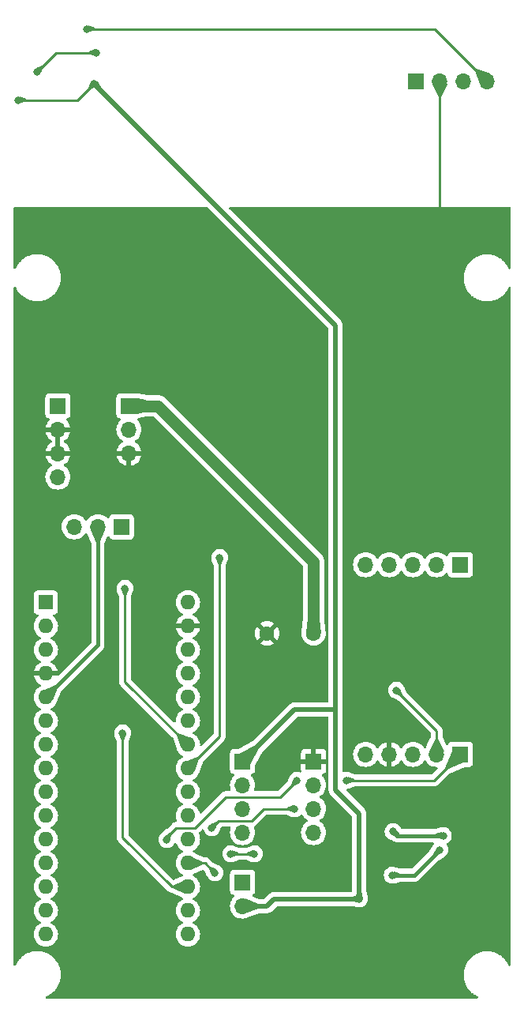
<source format=gbl>
G04 #@! TF.GenerationSoftware,KiCad,Pcbnew,7.0.7*
G04 #@! TF.CreationDate,2024-01-04T23:51:07+01:00*
G04 #@! TF.ProjectId,ExternalPCB,45787465-726e-4616-9c50-43422e6b6963,A*
G04 #@! TF.SameCoordinates,Original*
G04 #@! TF.FileFunction,Copper,L2,Bot*
G04 #@! TF.FilePolarity,Positive*
%FSLAX46Y46*%
G04 Gerber Fmt 4.6, Leading zero omitted, Abs format (unit mm)*
G04 Created by KiCad (PCBNEW 7.0.7) date 2024-01-04 23:51:07*
%MOMM*%
%LPD*%
G01*
G04 APERTURE LIST*
G04 #@! TA.AperFunction,ComponentPad*
%ADD10R,1.700000X1.700000*%
G04 #@! TD*
G04 #@! TA.AperFunction,ComponentPad*
%ADD11O,1.700000X1.700000*%
G04 #@! TD*
G04 #@! TA.AperFunction,ComponentPad*
%ADD12R,1.600000X1.600000*%
G04 #@! TD*
G04 #@! TA.AperFunction,ComponentPad*
%ADD13O,1.600000X1.600000*%
G04 #@! TD*
G04 #@! TA.AperFunction,ComponentPad*
%ADD14C,1.600000*%
G04 #@! TD*
G04 #@! TA.AperFunction,ViaPad*
%ADD15C,0.800000*%
G04 #@! TD*
G04 #@! TA.AperFunction,ViaPad*
%ADD16C,1.200000*%
G04 #@! TD*
G04 #@! TA.AperFunction,Conductor*
%ADD17C,0.254000*%
G04 #@! TD*
G04 #@! TA.AperFunction,Conductor*
%ADD18C,0.381000*%
G04 #@! TD*
G04 #@! TA.AperFunction,Conductor*
%ADD19C,1.270000*%
G04 #@! TD*
G04 #@! TA.AperFunction,Conductor*
%ADD20C,0.508000*%
G04 #@! TD*
G04 APERTURE END LIST*
D10*
X91186000Y-51816000D03*
D11*
X93726000Y-51816000D03*
X96266000Y-51816000D03*
X98806000Y-51816000D03*
D10*
X52752000Y-86614000D03*
D11*
X52752000Y-89154000D03*
X52752000Y-91694000D03*
X52752000Y-94234000D03*
D10*
X80184000Y-124714000D03*
D11*
X80184000Y-127254000D03*
X80184000Y-129794000D03*
X80184000Y-132334000D03*
D10*
X72564000Y-124714000D03*
D11*
X72564000Y-127254000D03*
X72564000Y-129794000D03*
X72564000Y-132334000D03*
D12*
X51456600Y-107670600D03*
D13*
X51456600Y-110210600D03*
X51456600Y-112750600D03*
X51456600Y-115290600D03*
X51456600Y-117830600D03*
X51456600Y-120370600D03*
X51456600Y-122910600D03*
X51456600Y-125450600D03*
X51456600Y-127990600D03*
X51456600Y-130530600D03*
X51456600Y-133070600D03*
X51456600Y-135610600D03*
X51456600Y-138150600D03*
X51456600Y-140690600D03*
X51456600Y-143230600D03*
X66696600Y-143230600D03*
X66696600Y-140690600D03*
X66696600Y-138150600D03*
X66696600Y-135610600D03*
X66696600Y-133070600D03*
X66696600Y-130530600D03*
X66696600Y-127990600D03*
X66696600Y-125450600D03*
X66696600Y-122910600D03*
X66696600Y-120370600D03*
X66696600Y-117830600D03*
X66696600Y-115290600D03*
X66696600Y-112750600D03*
X66696600Y-110210600D03*
X66696600Y-107670600D03*
D10*
X59595000Y-99568000D03*
D11*
X57055000Y-99568000D03*
X54515000Y-99568000D03*
D10*
X95927000Y-103632000D03*
D11*
X93387000Y-103632000D03*
X90847000Y-103632000D03*
X88307000Y-103632000D03*
X85767000Y-103632000D03*
D10*
X60372000Y-86614000D03*
D11*
X60372000Y-89154000D03*
X60372000Y-91694000D03*
D10*
X95932000Y-123952000D03*
D11*
X93392000Y-123952000D03*
X90852000Y-123952000D03*
X88312000Y-123952000D03*
X85772000Y-123952000D03*
D14*
X80184000Y-110998000D03*
X75184000Y-110998000D03*
D10*
X72564000Y-137668000D03*
D11*
X72564000Y-140208000D03*
D15*
X94234000Y-145288000D03*
X94234000Y-146304000D03*
X94234000Y-147320000D03*
X94234000Y-148336000D03*
X94234000Y-149352000D03*
X89074000Y-117094000D03*
X56896000Y-48768000D03*
X49784000Y-66548000D03*
X96520000Y-143510000D03*
X96520000Y-141478000D03*
X96520000Y-142494000D03*
X50546000Y-50800000D03*
X96520000Y-129032000D03*
X96520000Y-131064000D03*
X96520000Y-140462000D03*
D16*
X69088000Y-146558000D03*
D15*
X96520000Y-130048000D03*
X96520000Y-128016000D03*
X49276000Y-83312000D03*
X83740000Y-126746000D03*
X69262000Y-131826000D03*
X78152000Y-129794000D03*
X78406000Y-126746000D03*
X64436000Y-133096000D03*
X71294000Y-134620000D03*
X73834000Y-134620000D03*
X55880000Y-46228000D03*
X70104000Y-102870000D03*
X59944000Y-106172000D03*
X94103200Y-132664200D03*
X88718400Y-132232400D03*
X93722200Y-134188200D03*
X88616800Y-136906000D03*
X56642000Y-52070000D03*
X85090000Y-139446000D03*
X48514000Y-53848000D03*
X59690000Y-121666000D03*
X69596000Y-136652000D03*
D17*
X89074000Y-117094000D02*
X93392000Y-121412000D01*
X93392000Y-121412000D02*
X93392000Y-123952000D01*
X56896000Y-48768000D02*
X52578000Y-48768000D01*
X93726000Y-51816000D02*
X93726000Y-66802000D01*
X52578000Y-48768000D02*
X50546000Y-50800000D01*
D18*
X51456600Y-117830600D02*
X57055000Y-112232200D01*
X57055000Y-112232200D02*
X57055000Y-99568000D01*
D17*
X83740000Y-126746000D02*
X93138000Y-126746000D01*
X93138000Y-126746000D02*
X95932000Y-123952000D01*
X73580000Y-131064000D02*
X74850000Y-129794000D01*
X70024000Y-131064000D02*
X73580000Y-131064000D01*
X74850000Y-129794000D02*
X78152000Y-129794000D01*
X69262000Y-131826000D02*
X70024000Y-131064000D01*
X65452000Y-131826000D02*
X64436000Y-132842000D01*
X70786000Y-128524000D02*
X67992000Y-131318000D01*
X67992000Y-131318000D02*
X67484000Y-131826000D01*
X64436000Y-132842000D02*
X64436000Y-133096000D01*
X71548000Y-128524000D02*
X70786000Y-128524000D01*
X78406000Y-126746000D02*
X76628000Y-128524000D01*
X67484000Y-131826000D02*
X65452000Y-131826000D01*
X76628000Y-128524000D02*
X71548000Y-128524000D01*
X73834000Y-134620000D02*
X71294000Y-134620000D01*
X70104000Y-122043200D02*
X66696600Y-125450600D01*
X93218000Y-46228000D02*
X98806000Y-51816000D01*
X55880000Y-46228000D02*
X93218000Y-46228000D01*
X70104000Y-102870000D02*
X70104000Y-122043200D01*
X59944000Y-116158000D02*
X66696600Y-122910600D01*
X59944000Y-106172000D02*
X59944000Y-116158000D01*
D18*
X89150200Y-132664200D02*
X88718400Y-132232400D01*
D19*
X60372000Y-86614000D02*
X63500000Y-86614000D01*
D18*
X94103200Y-132664200D02*
X89150200Y-132664200D01*
D19*
X63500000Y-86614000D02*
X80184000Y-103298000D01*
X80184000Y-103298000D02*
X80184000Y-110998000D01*
D18*
X93722200Y-134188200D02*
X91004400Y-136906000D01*
X91004400Y-136906000D02*
X88616800Y-136906000D01*
D20*
X75946000Y-139446000D02*
X75184000Y-140208000D01*
X85090000Y-139446000D02*
X85090000Y-130302000D01*
X82550000Y-77978000D02*
X56642000Y-52070000D01*
D17*
X48514000Y-53848000D02*
X54864000Y-53848000D01*
D20*
X78152000Y-119126000D02*
X72564000Y-124714000D01*
X85090000Y-130302000D02*
X82550000Y-127762000D01*
X82550000Y-119126000D02*
X82550000Y-77978000D01*
X85090000Y-139446000D02*
X75946000Y-139446000D01*
D17*
X54864000Y-53848000D02*
X56642000Y-52070000D01*
D20*
X82550000Y-119126000D02*
X78152000Y-119126000D01*
X82550000Y-127762000D02*
X82550000Y-119126000D01*
X75184000Y-140208000D02*
X72564000Y-140208000D01*
D17*
X59690000Y-132842000D02*
X64998600Y-138150600D01*
X59690000Y-121666000D02*
X59690000Y-132842000D01*
X64998600Y-138150600D02*
X66696600Y-138150600D01*
X68554600Y-135610600D02*
X66696600Y-135610600D01*
X69596000Y-136652000D02*
X68554600Y-135610600D01*
G04 #@! TA.AperFunction,Conductor*
G36*
X52929510Y-89653507D02*
G01*
X52982314Y-89699261D01*
X53001999Y-89766301D01*
X53002000Y-90304000D01*
X53001999Y-91081698D01*
X52982314Y-91148738D01*
X52929510Y-91194492D01*
X52860353Y-91204436D01*
X52787764Y-91194000D01*
X52787763Y-91194000D01*
X52716237Y-91194000D01*
X52716233Y-91194000D01*
X52643645Y-91204436D01*
X52574487Y-91194492D01*
X52521684Y-91148736D01*
X52502000Y-91081698D01*
X52502000Y-89766301D01*
X52521685Y-89699262D01*
X52574489Y-89653507D01*
X52643647Y-89643563D01*
X52716237Y-89654000D01*
X52716238Y-89654000D01*
X52787762Y-89654000D01*
X52787763Y-89654000D01*
X52860352Y-89643563D01*
X52929510Y-89653507D01*
G37*
G04 #@! TD.AperFunction*
G04 #@! TA.AperFunction,Conductor*
G36*
X68798653Y-65297685D02*
G01*
X68819295Y-65314319D01*
X81759181Y-78254205D01*
X81792666Y-78315528D01*
X81795500Y-78341886D01*
X81795500Y-118247500D01*
X81775815Y-118314539D01*
X81723011Y-118360294D01*
X81671500Y-118371500D01*
X78215992Y-118371500D01*
X78198023Y-118370191D01*
X78174089Y-118366685D01*
X78130927Y-118370462D01*
X78121758Y-118371264D01*
X78116359Y-118371500D01*
X78108057Y-118371500D01*
X78086227Y-118374051D01*
X78075312Y-118375327D01*
X78066188Y-118376125D01*
X77998392Y-118382056D01*
X77991319Y-118383517D01*
X77991308Y-118383465D01*
X77983832Y-118385122D01*
X77983845Y-118385174D01*
X77976819Y-118386839D01*
X77904260Y-118413247D01*
X77830962Y-118437536D01*
X77824420Y-118440587D01*
X77824397Y-118440539D01*
X77817507Y-118443875D01*
X77817531Y-118443922D01*
X77811076Y-118447163D01*
X77746555Y-118489598D01*
X77680849Y-118530127D01*
X77675179Y-118534611D01*
X77675146Y-118534569D01*
X77669214Y-118539401D01*
X77669248Y-118539442D01*
X77663717Y-118544082D01*
X77610728Y-118600247D01*
X73668502Y-122542472D01*
X73637391Y-122565135D01*
X72106769Y-123349844D01*
X72050199Y-123363500D01*
X71666129Y-123363500D01*
X71666123Y-123363501D01*
X71606516Y-123369908D01*
X71471671Y-123420202D01*
X71471664Y-123420206D01*
X71356455Y-123506452D01*
X71356452Y-123506455D01*
X71270206Y-123621664D01*
X71270202Y-123621671D01*
X71219908Y-123756517D01*
X71213501Y-123816116D01*
X71213500Y-123816135D01*
X71213500Y-125611870D01*
X71213501Y-125611876D01*
X71219908Y-125671483D01*
X71270202Y-125806328D01*
X71270206Y-125806335D01*
X71356452Y-125921544D01*
X71356455Y-125921547D01*
X71471664Y-126007793D01*
X71471671Y-126007797D01*
X71603081Y-126056810D01*
X71659015Y-126098681D01*
X71683432Y-126164145D01*
X71668580Y-126232418D01*
X71647430Y-126260673D01*
X71525503Y-126382600D01*
X71389965Y-126576169D01*
X71389964Y-126576171D01*
X71290098Y-126790335D01*
X71290094Y-126790344D01*
X71228938Y-127018586D01*
X71228936Y-127018596D01*
X71208341Y-127253999D01*
X71208341Y-127254000D01*
X71228936Y-127489403D01*
X71228938Y-127489413D01*
X71290094Y-127717655D01*
X71290096Y-127717660D01*
X71290097Y-127717663D01*
X71291233Y-127720099D01*
X71291411Y-127721272D01*
X71291947Y-127722744D01*
X71291651Y-127722851D01*
X71301723Y-127789176D01*
X71273201Y-127852959D01*
X71214724Y-127891197D01*
X71178849Y-127896500D01*
X70868967Y-127896500D01*
X70853318Y-127894772D01*
X70853292Y-127895054D01*
X70845524Y-127894319D01*
X70776141Y-127896500D01*
X70746522Y-127896500D01*
X70739618Y-127897371D01*
X70733800Y-127897829D01*
X70687060Y-127899298D01*
X70687054Y-127899299D01*
X70667719Y-127904916D01*
X70648680Y-127908859D01*
X70628715Y-127911382D01*
X70628701Y-127911385D01*
X70585235Y-127928594D01*
X70579710Y-127930485D01*
X70534809Y-127943531D01*
X70534806Y-127943533D01*
X70517480Y-127953779D01*
X70500010Y-127962337D01*
X70481298Y-127969745D01*
X70443463Y-127997233D01*
X70438580Y-128000440D01*
X70398346Y-128024234D01*
X70384106Y-128038474D01*
X70369320Y-128051102D01*
X70353033Y-128062936D01*
X70353032Y-128062936D01*
X70323227Y-128098963D01*
X70319295Y-128103285D01*
X68162935Y-130259644D01*
X68101612Y-130293129D01*
X68031920Y-130288145D01*
X67975987Y-130246273D01*
X67955480Y-130204057D01*
X67937740Y-130137848D01*
X67923342Y-130084113D01*
X67923338Y-130084102D01*
X67897836Y-130029413D01*
X67827168Y-129877866D01*
X67696647Y-129691461D01*
X67696645Y-129691458D01*
X67535741Y-129530554D01*
X67349335Y-129400033D01*
X67349336Y-129400033D01*
X67349334Y-129400032D01*
X67291322Y-129372980D01*
X67238884Y-129326808D01*
X67219733Y-129259614D01*
X67239949Y-129192733D01*
X67291321Y-129148219D01*
X67349334Y-129121168D01*
X67535739Y-128990647D01*
X67696647Y-128829739D01*
X67827168Y-128643334D01*
X67923339Y-128437096D01*
X67982235Y-128217292D01*
X67999234Y-128022984D01*
X68002068Y-127990601D01*
X68002068Y-127990598D01*
X67996126Y-127922687D01*
X67982235Y-127763908D01*
X67934866Y-127587125D01*
X67923341Y-127544111D01*
X67923338Y-127544102D01*
X67827168Y-127337866D01*
X67696647Y-127151461D01*
X67696645Y-127151458D01*
X67535741Y-126990554D01*
X67349335Y-126860033D01*
X67349336Y-126860033D01*
X67349334Y-126860032D01*
X67291322Y-126832980D01*
X67238884Y-126786808D01*
X67219733Y-126719614D01*
X67239949Y-126652733D01*
X67291321Y-126608219D01*
X67349334Y-126581168D01*
X67535739Y-126450647D01*
X67696647Y-126289739D01*
X67827168Y-126103334D01*
X67906506Y-125933190D01*
X67907873Y-125930442D01*
X67912576Y-125921547D01*
X67915806Y-125915438D01*
X67918202Y-125908737D01*
X67920371Y-125903459D01*
X67923339Y-125897096D01*
X67925583Y-125888717D01*
X67927094Y-125883878D01*
X67981008Y-125733150D01*
X68350057Y-124701401D01*
X68379129Y-124655488D01*
X70489043Y-122545574D01*
X70501325Y-122535737D01*
X70501144Y-122535518D01*
X70507152Y-122530546D01*
X70507162Y-122530540D01*
X70554677Y-122479941D01*
X70575623Y-122458996D01*
X70579892Y-122453490D01*
X70583676Y-122449059D01*
X70615693Y-122414967D01*
X70625389Y-122397328D01*
X70636073Y-122381061D01*
X70648408Y-122365162D01*
X70666978Y-122322246D01*
X70669534Y-122317027D01*
X70692072Y-122276034D01*
X70697078Y-122256534D01*
X70703382Y-122238124D01*
X70711370Y-122219665D01*
X70711373Y-122219659D01*
X70718687Y-122173480D01*
X70719868Y-122167770D01*
X70731500Y-122122472D01*
X70731500Y-122102335D01*
X70733027Y-122082935D01*
X70736174Y-122063067D01*
X70731775Y-122016529D01*
X70731500Y-122010691D01*
X70731500Y-110998002D01*
X73879034Y-110998002D01*
X73898858Y-111224599D01*
X73898860Y-111224610D01*
X73957730Y-111444317D01*
X73957734Y-111444326D01*
X74053865Y-111650481D01*
X74053866Y-111650483D01*
X74104973Y-111723471D01*
X74104973Y-111723472D01*
X74646580Y-111181865D01*
X74707903Y-111148380D01*
X74777594Y-111153364D01*
X74833528Y-111195235D01*
X74844742Y-111213246D01*
X74850527Y-111224599D01*
X74856358Y-111236044D01*
X74856363Y-111236050D01*
X74945949Y-111325636D01*
X74945951Y-111325637D01*
X74945955Y-111325641D01*
X74968747Y-111337254D01*
X75019542Y-111385228D01*
X75036337Y-111453049D01*
X75013799Y-111519184D01*
X75000132Y-111535419D01*
X74458526Y-112077025D01*
X74458526Y-112077026D01*
X74531512Y-112128131D01*
X74531516Y-112128133D01*
X74737673Y-112224265D01*
X74737682Y-112224269D01*
X74957389Y-112283139D01*
X74957400Y-112283141D01*
X75183998Y-112302966D01*
X75184002Y-112302966D01*
X75410599Y-112283141D01*
X75410610Y-112283139D01*
X75630317Y-112224269D01*
X75630331Y-112224264D01*
X75836478Y-112128136D01*
X75909472Y-112077025D01*
X75367866Y-111535419D01*
X75334381Y-111474096D01*
X75339365Y-111404404D01*
X75381237Y-111348471D01*
X75399245Y-111337258D01*
X75422045Y-111325641D01*
X75511641Y-111236045D01*
X75523254Y-111213252D01*
X75571225Y-111162458D01*
X75639046Y-111145661D01*
X75705181Y-111168197D01*
X75721419Y-111181866D01*
X76263025Y-111723472D01*
X76314136Y-111650478D01*
X76410264Y-111444331D01*
X76410269Y-111444317D01*
X76469139Y-111224610D01*
X76469141Y-111224599D01*
X76488966Y-110998002D01*
X76488966Y-110997997D01*
X76469141Y-110771400D01*
X76469139Y-110771389D01*
X76410269Y-110551682D01*
X76410265Y-110551673D01*
X76314133Y-110345516D01*
X76314131Y-110345512D01*
X76263026Y-110272526D01*
X76263025Y-110272526D01*
X75721419Y-110814132D01*
X75660096Y-110847617D01*
X75590404Y-110842633D01*
X75534471Y-110800761D01*
X75523256Y-110782751D01*
X75511641Y-110759955D01*
X75511637Y-110759951D01*
X75511636Y-110759949D01*
X75422050Y-110670363D01*
X75422044Y-110670358D01*
X75412109Y-110665296D01*
X75399250Y-110658744D01*
X75348456Y-110610773D01*
X75331660Y-110542952D01*
X75354197Y-110476817D01*
X75367865Y-110460580D01*
X75909472Y-109918973D01*
X75836483Y-109867866D01*
X75836481Y-109867865D01*
X75630326Y-109771734D01*
X75630317Y-109771730D01*
X75410610Y-109712860D01*
X75410599Y-109712858D01*
X75184002Y-109693034D01*
X75183998Y-109693034D01*
X74957400Y-109712858D01*
X74957389Y-109712860D01*
X74737682Y-109771730D01*
X74737673Y-109771734D01*
X74531513Y-109867868D01*
X74458526Y-109918973D01*
X75000133Y-110460580D01*
X75033618Y-110521903D01*
X75028634Y-110591595D01*
X74986762Y-110647528D01*
X74968748Y-110658745D01*
X74945956Y-110670358D01*
X74945949Y-110670363D01*
X74856363Y-110759949D01*
X74856358Y-110759956D01*
X74844745Y-110782748D01*
X74796770Y-110833544D01*
X74728949Y-110850338D01*
X74662814Y-110827800D01*
X74646580Y-110814133D01*
X74104973Y-110272526D01*
X74053868Y-110345513D01*
X73957734Y-110551673D01*
X73957730Y-110551682D01*
X73898860Y-110771389D01*
X73898858Y-110771400D01*
X73879034Y-110997997D01*
X73879034Y-110998002D01*
X70731500Y-110998002D01*
X70731500Y-103797465D01*
X70739392Y-103753933D01*
X70878618Y-103382595D01*
X70942916Y-103211100D01*
X70956800Y-103168386D01*
X70957209Y-103165185D01*
X70962280Y-103142563D01*
X70967549Y-103126347D01*
X70989674Y-103058256D01*
X71009460Y-102870000D01*
X70989674Y-102681744D01*
X70931179Y-102501716D01*
X70836533Y-102337784D01*
X70709871Y-102197112D01*
X70709870Y-102197111D01*
X70556734Y-102085851D01*
X70556729Y-102085848D01*
X70383807Y-102008857D01*
X70383802Y-102008855D01*
X70238000Y-101977865D01*
X70198646Y-101969500D01*
X70009354Y-101969500D01*
X69976897Y-101976398D01*
X69824197Y-102008855D01*
X69824192Y-102008857D01*
X69651270Y-102085848D01*
X69651265Y-102085851D01*
X69498129Y-102197111D01*
X69371466Y-102337785D01*
X69276821Y-102501715D01*
X69276818Y-102501722D01*
X69220674Y-102674517D01*
X69218326Y-102681744D01*
X69198540Y-102870000D01*
X69213762Y-103014831D01*
X69218326Y-103058256D01*
X69218327Y-103058259D01*
X69258106Y-103180687D01*
X69259702Y-103186567D01*
X69265080Y-103211090D01*
X69265082Y-103211097D01*
X69334630Y-103396592D01*
X69468607Y-103753933D01*
X69468608Y-103753934D01*
X69476500Y-103797466D01*
X69476500Y-121731918D01*
X69456815Y-121798957D01*
X69440181Y-121819599D01*
X68209689Y-123050090D01*
X68148366Y-123083575D01*
X68078674Y-123078591D01*
X68022741Y-123036719D01*
X67998324Y-122971255D01*
X67998479Y-122951612D01*
X68002068Y-122910600D01*
X67982235Y-122683908D01*
X67937516Y-122517015D01*
X67923341Y-122464111D01*
X67923338Y-122464102D01*
X67920957Y-122458996D01*
X67827168Y-122257866D01*
X67696647Y-122071461D01*
X67696645Y-122071458D01*
X67535741Y-121910554D01*
X67349333Y-121780031D01*
X67291324Y-121752981D01*
X67238885Y-121706808D01*
X67219734Y-121639614D01*
X67239950Y-121572733D01*
X67291321Y-121528219D01*
X67349334Y-121501168D01*
X67535739Y-121370647D01*
X67696647Y-121209739D01*
X67827168Y-121023334D01*
X67923339Y-120817096D01*
X67982235Y-120597292D01*
X68002068Y-120370600D01*
X67982235Y-120143908D01*
X67923339Y-119924104D01*
X67827168Y-119717866D01*
X67696647Y-119531461D01*
X67696645Y-119531458D01*
X67535741Y-119370554D01*
X67349334Y-119240032D01*
X67349328Y-119240029D01*
X67291325Y-119212982D01*
X67238885Y-119166810D01*
X67219733Y-119099617D01*
X67239948Y-119032735D01*
X67291325Y-118988218D01*
X67349334Y-118961168D01*
X67535739Y-118830647D01*
X67696647Y-118669739D01*
X67827168Y-118483334D01*
X67923339Y-118277096D01*
X67982235Y-118057292D01*
X68002068Y-117830600D01*
X67982235Y-117603908D01*
X67923339Y-117384104D01*
X67827168Y-117177866D01*
X67696647Y-116991461D01*
X67696645Y-116991458D01*
X67535741Y-116830554D01*
X67349334Y-116700032D01*
X67349328Y-116700029D01*
X67291325Y-116672982D01*
X67238885Y-116626810D01*
X67219733Y-116559617D01*
X67239948Y-116492735D01*
X67291325Y-116448218D01*
X67349334Y-116421168D01*
X67535739Y-116290647D01*
X67696647Y-116129739D01*
X67827168Y-115943334D01*
X67923339Y-115737096D01*
X67982235Y-115517292D01*
X68002068Y-115290600D01*
X67982235Y-115063908D01*
X67923339Y-114844104D01*
X67827168Y-114637866D01*
X67696647Y-114451461D01*
X67696645Y-114451458D01*
X67535741Y-114290554D01*
X67349334Y-114160032D01*
X67349328Y-114160029D01*
X67291325Y-114132982D01*
X67238885Y-114086810D01*
X67219733Y-114019617D01*
X67239948Y-113952735D01*
X67291325Y-113908218D01*
X67349334Y-113881168D01*
X67535739Y-113750647D01*
X67696647Y-113589739D01*
X67827168Y-113403334D01*
X67923339Y-113197096D01*
X67982235Y-112977292D01*
X68002068Y-112750600D01*
X67982235Y-112523908D01*
X67923339Y-112304104D01*
X67827168Y-112097866D01*
X67696647Y-111911461D01*
X67696645Y-111911458D01*
X67535741Y-111750554D01*
X67349334Y-111620032D01*
X67349332Y-111620031D01*
X67291325Y-111592982D01*
X67290732Y-111592705D01*
X67238294Y-111546534D01*
X67219142Y-111479340D01*
X67239358Y-111412459D01*
X67290734Y-111367941D01*
X67349084Y-111340732D01*
X67535420Y-111210257D01*
X67696257Y-111049420D01*
X67826734Y-110863082D01*
X67922865Y-110656926D01*
X67922869Y-110656917D01*
X67975472Y-110460600D01*
X67309947Y-110460600D01*
X67242908Y-110440915D01*
X67197153Y-110388111D01*
X67187209Y-110318953D01*
X67190969Y-110301667D01*
X67196600Y-110282488D01*
X67196600Y-110138711D01*
X67190969Y-110119533D01*
X67190970Y-110049664D01*
X67228745Y-109990886D01*
X67292301Y-109961862D01*
X67309947Y-109960600D01*
X67975472Y-109960600D01*
X67975472Y-109960599D01*
X67922869Y-109764282D01*
X67922865Y-109764273D01*
X67826734Y-109558117D01*
X67696257Y-109371779D01*
X67535420Y-109210942D01*
X67349082Y-109080465D01*
X67290733Y-109053257D01*
X67238294Y-109007084D01*
X67219142Y-108939891D01*
X67239358Y-108873010D01*
X67290729Y-108828495D01*
X67349334Y-108801168D01*
X67535739Y-108670647D01*
X67696647Y-108509739D01*
X67827168Y-108323334D01*
X67923339Y-108117096D01*
X67982235Y-107897292D01*
X68002068Y-107670600D01*
X67982235Y-107443908D01*
X67923339Y-107224104D01*
X67827168Y-107017866D01*
X67696647Y-106831461D01*
X67696645Y-106831458D01*
X67535741Y-106670554D01*
X67349334Y-106540032D01*
X67349332Y-106540031D01*
X67143097Y-106443861D01*
X67143088Y-106443858D01*
X66923297Y-106384966D01*
X66923293Y-106384965D01*
X66923292Y-106384965D01*
X66923291Y-106384964D01*
X66923286Y-106384964D01*
X66696602Y-106365132D01*
X66696598Y-106365132D01*
X66469913Y-106384964D01*
X66469902Y-106384966D01*
X66250111Y-106443858D01*
X66250102Y-106443861D01*
X66043867Y-106540031D01*
X66043865Y-106540032D01*
X65857458Y-106670554D01*
X65696554Y-106831458D01*
X65566032Y-107017865D01*
X65566031Y-107017867D01*
X65469861Y-107224102D01*
X65469858Y-107224111D01*
X65410966Y-107443902D01*
X65410964Y-107443913D01*
X65391132Y-107670598D01*
X65391132Y-107670601D01*
X65410964Y-107897286D01*
X65410966Y-107897297D01*
X65469858Y-108117088D01*
X65469861Y-108117097D01*
X65566031Y-108323332D01*
X65566032Y-108323334D01*
X65696554Y-108509741D01*
X65857458Y-108670645D01*
X65857461Y-108670647D01*
X66043866Y-108801168D01*
X66102465Y-108828493D01*
X66154905Y-108874665D01*
X66174057Y-108941858D01*
X66153842Y-109008739D01*
X66102467Y-109053257D01*
X66044115Y-109080467D01*
X65857779Y-109210942D01*
X65696942Y-109371779D01*
X65566465Y-109558117D01*
X65470334Y-109764273D01*
X65470330Y-109764282D01*
X65417727Y-109960599D01*
X65417728Y-109960600D01*
X66083253Y-109960600D01*
X66150292Y-109980285D01*
X66196047Y-110033089D01*
X66205991Y-110102247D01*
X66202231Y-110119533D01*
X66196600Y-110138711D01*
X66196600Y-110282488D01*
X66202231Y-110301667D01*
X66202230Y-110371536D01*
X66164455Y-110430314D01*
X66100899Y-110459338D01*
X66083253Y-110460600D01*
X65417728Y-110460600D01*
X65470330Y-110656917D01*
X65470334Y-110656926D01*
X65566465Y-110863082D01*
X65696942Y-111049420D01*
X65857779Y-111210257D01*
X66044118Y-111340734D01*
X66044120Y-111340735D01*
X66102465Y-111367942D01*
X66154905Y-111414114D01*
X66174057Y-111481307D01*
X66153842Y-111548189D01*
X66102467Y-111592705D01*
X66043868Y-111620031D01*
X66043864Y-111620033D01*
X65857458Y-111750554D01*
X65696554Y-111911458D01*
X65566032Y-112097865D01*
X65566031Y-112097867D01*
X65469861Y-112304102D01*
X65469858Y-112304111D01*
X65410966Y-112523902D01*
X65410964Y-112523913D01*
X65391132Y-112750598D01*
X65391132Y-112750601D01*
X65410964Y-112977286D01*
X65410966Y-112977297D01*
X65469858Y-113197088D01*
X65469861Y-113197097D01*
X65566031Y-113403332D01*
X65566032Y-113403334D01*
X65696554Y-113589741D01*
X65857458Y-113750645D01*
X65857461Y-113750647D01*
X66043866Y-113881168D01*
X66101875Y-113908218D01*
X66154314Y-113954391D01*
X66173466Y-114021584D01*
X66153250Y-114088465D01*
X66101875Y-114132982D01*
X66043867Y-114160031D01*
X66043865Y-114160032D01*
X65857458Y-114290554D01*
X65696554Y-114451458D01*
X65566032Y-114637865D01*
X65566031Y-114637867D01*
X65469861Y-114844102D01*
X65469858Y-114844111D01*
X65410966Y-115063902D01*
X65410964Y-115063913D01*
X65391132Y-115290598D01*
X65391132Y-115290601D01*
X65410964Y-115517286D01*
X65410966Y-115517297D01*
X65469858Y-115737088D01*
X65469861Y-115737097D01*
X65566031Y-115943332D01*
X65566032Y-115943334D01*
X65696554Y-116129741D01*
X65857458Y-116290645D01*
X66043785Y-116421111D01*
X66043866Y-116421168D01*
X66101878Y-116448219D01*
X66154313Y-116494388D01*
X66173466Y-116561582D01*
X66153251Y-116628463D01*
X66101877Y-116672980D01*
X66043868Y-116700030D01*
X66043865Y-116700032D01*
X65857458Y-116830554D01*
X65696554Y-116991458D01*
X65566032Y-117177865D01*
X65566031Y-117177867D01*
X65469861Y-117384102D01*
X65469858Y-117384111D01*
X65410966Y-117603902D01*
X65410964Y-117603913D01*
X65391132Y-117830598D01*
X65391132Y-117830601D01*
X65410964Y-118057286D01*
X65410966Y-118057297D01*
X65469858Y-118277088D01*
X65469861Y-118277097D01*
X65566031Y-118483332D01*
X65566032Y-118483334D01*
X65696554Y-118669741D01*
X65857458Y-118830645D01*
X65857461Y-118830647D01*
X66043866Y-118961168D01*
X66101878Y-118988219D01*
X66154313Y-119034388D01*
X66173466Y-119101582D01*
X66153251Y-119168463D01*
X66101877Y-119212980D01*
X66043868Y-119240030D01*
X66043865Y-119240032D01*
X65857458Y-119370554D01*
X65696554Y-119531458D01*
X65566032Y-119717865D01*
X65566031Y-119717867D01*
X65469861Y-119924102D01*
X65469858Y-119924111D01*
X65410966Y-120143902D01*
X65410964Y-120143913D01*
X65391132Y-120370598D01*
X65391132Y-120370602D01*
X65394719Y-120411603D01*
X65380952Y-120480103D01*
X65332337Y-120530286D01*
X65264308Y-120546219D01*
X65198465Y-120522843D01*
X65183510Y-120510091D01*
X60607819Y-115934400D01*
X60574334Y-115873077D01*
X60571500Y-115846719D01*
X60571500Y-107099465D01*
X60579392Y-107055933D01*
X60593665Y-107017866D01*
X60782916Y-106513100D01*
X60796800Y-106470386D01*
X60797209Y-106467185D01*
X60802280Y-106444563D01*
X60808050Y-106426806D01*
X60829674Y-106360256D01*
X60849460Y-106172000D01*
X60829674Y-105983744D01*
X60771179Y-105803716D01*
X60676533Y-105639784D01*
X60549871Y-105499112D01*
X60549870Y-105499111D01*
X60396734Y-105387851D01*
X60396729Y-105387848D01*
X60223807Y-105310857D01*
X60223802Y-105310855D01*
X60078001Y-105279865D01*
X60038646Y-105271500D01*
X59849354Y-105271500D01*
X59816897Y-105278398D01*
X59664197Y-105310855D01*
X59664192Y-105310857D01*
X59491270Y-105387848D01*
X59491265Y-105387851D01*
X59338129Y-105499111D01*
X59211466Y-105639785D01*
X59116821Y-105803715D01*
X59116818Y-105803722D01*
X59058327Y-105983740D01*
X59058326Y-105983744D01*
X59038540Y-106172000D01*
X59058326Y-106360256D01*
X59061525Y-106370101D01*
X59098106Y-106482687D01*
X59099702Y-106488567D01*
X59105080Y-106513090D01*
X59105082Y-106513097D01*
X59308607Y-107055934D01*
X59316499Y-107099466D01*
X59316499Y-116075040D01*
X59314772Y-116090687D01*
X59315053Y-116090714D01*
X59314319Y-116098473D01*
X59316500Y-116167859D01*
X59316500Y-116197477D01*
X59317371Y-116204380D01*
X59317829Y-116210199D01*
X59319298Y-116256942D01*
X59324916Y-116276275D01*
X59328862Y-116295329D01*
X59331383Y-116315287D01*
X59331386Y-116315299D01*
X59348595Y-116358765D01*
X59350487Y-116364293D01*
X59363530Y-116409187D01*
X59363530Y-116409188D01*
X59373777Y-116426515D01*
X59382335Y-116443985D01*
X59389745Y-116462701D01*
X59417229Y-116500529D01*
X59420437Y-116505413D01*
X59444234Y-116545652D01*
X59444240Y-116545660D01*
X59458469Y-116559888D01*
X59471109Y-116574687D01*
X59482934Y-116590964D01*
X59482936Y-116590965D01*
X59482937Y-116590967D01*
X59516209Y-116618492D01*
X59518957Y-116620765D01*
X59523268Y-116624687D01*
X62269134Y-119370553D01*
X65014066Y-122115485D01*
X65043141Y-122161403D01*
X65466106Y-123343883D01*
X65467615Y-123348717D01*
X65469859Y-123357090D01*
X65469861Y-123357096D01*
X65472823Y-123363449D01*
X65475002Y-123368752D01*
X65475415Y-123369908D01*
X65479332Y-123380857D01*
X65481593Y-123386753D01*
X65509628Y-123447482D01*
X65509629Y-123447484D01*
X65509630Y-123447485D01*
X65512944Y-123453051D01*
X65512764Y-123453158D01*
X65521359Y-123467534D01*
X65566031Y-123563333D01*
X65696554Y-123749741D01*
X65857458Y-123910645D01*
X65857461Y-123910647D01*
X66043866Y-124041168D01*
X66101873Y-124068217D01*
X66154312Y-124114389D01*
X66173464Y-124181583D01*
X66153248Y-124248464D01*
X66101875Y-124292980D01*
X66043868Y-124320030D01*
X66043864Y-124320032D01*
X65857458Y-124450554D01*
X65696554Y-124611458D01*
X65566032Y-124797865D01*
X65566031Y-124797867D01*
X65469861Y-125004102D01*
X65469858Y-125004111D01*
X65410966Y-125223902D01*
X65410964Y-125223913D01*
X65391132Y-125450598D01*
X65391132Y-125450601D01*
X65410964Y-125677286D01*
X65410966Y-125677297D01*
X65469858Y-125897088D01*
X65469861Y-125897097D01*
X65566031Y-126103332D01*
X65566032Y-126103334D01*
X65696554Y-126289741D01*
X65857458Y-126450645D01*
X66036727Y-126576169D01*
X66043866Y-126581168D01*
X66101878Y-126608219D01*
X66154313Y-126654388D01*
X66173466Y-126721582D01*
X66153251Y-126788463D01*
X66101877Y-126832980D01*
X66043868Y-126860030D01*
X66043865Y-126860032D01*
X65857458Y-126990554D01*
X65696554Y-127151458D01*
X65566032Y-127337865D01*
X65566031Y-127337867D01*
X65469861Y-127544102D01*
X65469858Y-127544111D01*
X65410966Y-127763902D01*
X65410964Y-127763913D01*
X65391132Y-127990598D01*
X65391132Y-127990601D01*
X65410964Y-128217286D01*
X65410966Y-128217297D01*
X65469858Y-128437088D01*
X65469861Y-128437097D01*
X65566031Y-128643332D01*
X65566032Y-128643334D01*
X65696554Y-128829741D01*
X65857458Y-128990645D01*
X66043785Y-129121111D01*
X66043866Y-129121168D01*
X66101878Y-129148219D01*
X66154313Y-129194388D01*
X66173466Y-129261582D01*
X66153251Y-129328463D01*
X66101877Y-129372980D01*
X66043868Y-129400030D01*
X66043865Y-129400032D01*
X65857458Y-129530554D01*
X65696554Y-129691458D01*
X65566032Y-129877865D01*
X65566031Y-129877867D01*
X65469861Y-130084102D01*
X65469858Y-130084111D01*
X65410966Y-130303902D01*
X65410964Y-130303913D01*
X65391132Y-130530598D01*
X65391132Y-130530601D01*
X65410964Y-130757286D01*
X65410966Y-130757297D01*
X65469858Y-130977088D01*
X65469863Y-130977102D01*
X65491735Y-131024006D01*
X65502227Y-131093083D01*
X65473707Y-131156867D01*
X65415230Y-131195106D01*
X65383252Y-131200349D01*
X65353057Y-131201298D01*
X65333713Y-131206918D01*
X65314669Y-131210862D01*
X65311709Y-131211235D01*
X65294707Y-131213384D01*
X65294703Y-131213385D01*
X65294700Y-131213386D01*
X65251235Y-131230594D01*
X65245710Y-131232485D01*
X65200809Y-131245531D01*
X65200806Y-131245533D01*
X65183480Y-131255779D01*
X65166010Y-131264337D01*
X65147298Y-131271745D01*
X65109463Y-131299233D01*
X65104580Y-131302440D01*
X65064346Y-131326234D01*
X65050106Y-131340474D01*
X65035320Y-131353102D01*
X65019033Y-131364936D01*
X65019032Y-131364936D01*
X64989227Y-131400963D01*
X64985295Y-131405285D01*
X64450955Y-131939624D01*
X64435456Y-131952363D01*
X64435506Y-131952427D01*
X64433067Y-131954326D01*
X64432320Y-131954941D01*
X64432024Y-131955139D01*
X63847382Y-132410576D01*
X63830129Y-132423112D01*
X63805372Y-132450606D01*
X63769721Y-132487787D01*
X63765463Y-132493375D01*
X63765257Y-132493218D01*
X63757336Y-132503954D01*
X63703468Y-132563782D01*
X63703464Y-132563787D01*
X63608821Y-132727715D01*
X63608818Y-132727722D01*
X63554727Y-132894199D01*
X63550326Y-132907744D01*
X63530540Y-133096000D01*
X63550326Y-133284256D01*
X63550327Y-133284259D01*
X63608818Y-133464277D01*
X63608821Y-133464284D01*
X63703467Y-133628216D01*
X63740246Y-133669063D01*
X63830129Y-133768888D01*
X63983265Y-133880148D01*
X63983270Y-133880151D01*
X64156192Y-133957142D01*
X64156197Y-133957144D01*
X64341354Y-133996500D01*
X64341355Y-133996500D01*
X64530644Y-133996500D01*
X64530646Y-133996500D01*
X64715803Y-133957144D01*
X64888730Y-133880151D01*
X65041871Y-133768888D01*
X65168533Y-133628216D01*
X65245197Y-133495428D01*
X65295762Y-133447215D01*
X65364369Y-133433991D01*
X65429234Y-133459959D01*
X65467187Y-133512368D01*
X65467573Y-133512189D01*
X65468504Y-133514187D01*
X65469102Y-133515012D01*
X65469858Y-133517090D01*
X65566031Y-133723332D01*
X65566032Y-133723334D01*
X65696554Y-133909741D01*
X65857458Y-134070645D01*
X65857461Y-134070647D01*
X66043866Y-134201168D01*
X66097425Y-134226143D01*
X66101875Y-134228218D01*
X66154314Y-134274391D01*
X66173466Y-134341584D01*
X66153250Y-134408465D01*
X66101875Y-134452982D01*
X66043867Y-134480031D01*
X66043865Y-134480032D01*
X65857458Y-134610554D01*
X65696554Y-134771458D01*
X65566032Y-134957865D01*
X65566031Y-134957867D01*
X65469861Y-135164102D01*
X65469858Y-135164111D01*
X65410966Y-135383902D01*
X65410964Y-135383913D01*
X65391132Y-135610598D01*
X65391132Y-135610601D01*
X65410964Y-135837286D01*
X65410966Y-135837297D01*
X65469858Y-136057088D01*
X65469861Y-136057097D01*
X65566031Y-136263332D01*
X65566032Y-136263334D01*
X65696554Y-136449741D01*
X65857458Y-136610645D01*
X65857461Y-136610647D01*
X66043866Y-136741168D01*
X66097423Y-136766142D01*
X66149862Y-136812315D01*
X66169014Y-136879508D01*
X66148798Y-136946389D01*
X66098046Y-136990613D01*
X65245609Y-137393889D01*
X65176591Y-137404765D01*
X65112649Y-137376600D01*
X65104900Y-137369481D01*
X62746639Y-135011220D01*
X60353816Y-132618396D01*
X60320333Y-132557076D01*
X60317499Y-132530727D01*
X60317499Y-122593462D01*
X60325392Y-122549931D01*
X60485660Y-122122472D01*
X60528916Y-122007100D01*
X60542800Y-121964386D01*
X60543209Y-121961185D01*
X60548280Y-121938563D01*
X60557381Y-121910554D01*
X60575674Y-121854256D01*
X60595460Y-121666000D01*
X60575674Y-121477744D01*
X60517179Y-121297716D01*
X60422533Y-121133784D01*
X60295871Y-120993112D01*
X60276489Y-120979030D01*
X60142734Y-120881851D01*
X60142729Y-120881848D01*
X59969807Y-120804857D01*
X59969802Y-120804855D01*
X59824001Y-120773865D01*
X59784646Y-120765500D01*
X59595354Y-120765500D01*
X59562897Y-120772398D01*
X59410197Y-120804855D01*
X59410192Y-120804857D01*
X59237270Y-120881848D01*
X59237265Y-120881851D01*
X59084129Y-120993111D01*
X58957466Y-121133785D01*
X58862821Y-121297715D01*
X58862818Y-121297722D01*
X58804327Y-121477740D01*
X58804326Y-121477744D01*
X58787818Y-121634810D01*
X58784540Y-121666000D01*
X58804326Y-121854256D01*
X58804327Y-121854259D01*
X58844106Y-121976687D01*
X58845702Y-121982567D01*
X58851080Y-122007090D01*
X58851082Y-122007097D01*
X58913464Y-122173480D01*
X59047336Y-122530540D01*
X59054608Y-122549934D01*
X59062500Y-122593466D01*
X59062500Y-132759032D01*
X59060772Y-132774681D01*
X59061054Y-132774708D01*
X59060319Y-132782475D01*
X59062500Y-132851859D01*
X59062500Y-132881477D01*
X59063371Y-132888380D01*
X59063829Y-132894199D01*
X59065298Y-132940942D01*
X59070916Y-132960275D01*
X59074862Y-132979329D01*
X59077383Y-132999287D01*
X59077386Y-132999299D01*
X59094595Y-133042765D01*
X59096487Y-133048293D01*
X59109530Y-133093187D01*
X59109530Y-133093188D01*
X59119777Y-133110515D01*
X59128335Y-133127985D01*
X59135745Y-133146701D01*
X59163229Y-133184529D01*
X59166437Y-133189413D01*
X59190234Y-133229652D01*
X59190240Y-133229660D01*
X59204469Y-133243888D01*
X59217106Y-133258684D01*
X59220778Y-133263738D01*
X59228934Y-133274964D01*
X59228936Y-133274965D01*
X59228937Y-133274967D01*
X59262693Y-133302892D01*
X59264957Y-133304765D01*
X59269268Y-133308687D01*
X61939692Y-135979111D01*
X64496224Y-138535643D01*
X64506071Y-138547933D01*
X64506289Y-138547754D01*
X64511257Y-138553760D01*
X64561857Y-138601277D01*
X64582801Y-138622220D01*
X64582807Y-138622226D01*
X64588297Y-138626483D01*
X64592748Y-138630284D01*
X64626835Y-138662295D01*
X64626837Y-138662296D01*
X64644468Y-138671988D01*
X64660737Y-138682674D01*
X64676637Y-138695007D01*
X64676637Y-138695008D01*
X64719544Y-138713575D01*
X64724793Y-138716147D01*
X64765761Y-138738670D01*
X64765764Y-138738671D01*
X64765766Y-138738672D01*
X64785259Y-138743676D01*
X64803667Y-138749979D01*
X64822141Y-138757974D01*
X64854490Y-138763097D01*
X64868323Y-138765288D01*
X64874038Y-138766471D01*
X64919328Y-138778100D01*
X64939459Y-138778100D01*
X64958843Y-138779624D01*
X64966639Y-138780859D01*
X65000271Y-138791242D01*
X66098049Y-139310586D01*
X66150230Y-139357048D01*
X66169009Y-139424346D01*
X66148422Y-139491114D01*
X66097427Y-139535055D01*
X66043868Y-139560030D01*
X66043865Y-139560032D01*
X65857458Y-139690554D01*
X65696554Y-139851458D01*
X65566032Y-140037865D01*
X65566031Y-140037867D01*
X65469861Y-140244102D01*
X65469858Y-140244111D01*
X65410966Y-140463902D01*
X65410964Y-140463913D01*
X65391132Y-140690598D01*
X65391132Y-140690601D01*
X65410964Y-140917286D01*
X65410966Y-140917297D01*
X65469858Y-141137088D01*
X65469861Y-141137097D01*
X65566031Y-141343332D01*
X65566032Y-141343334D01*
X65696554Y-141529741D01*
X65857458Y-141690645D01*
X65857461Y-141690647D01*
X66043866Y-141821168D01*
X66101875Y-141848218D01*
X66154314Y-141894391D01*
X66173466Y-141961584D01*
X66153250Y-142028465D01*
X66101875Y-142072982D01*
X66043867Y-142100031D01*
X66043865Y-142100032D01*
X65857458Y-142230554D01*
X65696554Y-142391458D01*
X65566032Y-142577865D01*
X65566031Y-142577867D01*
X65469861Y-142784102D01*
X65469858Y-142784111D01*
X65410966Y-143003902D01*
X65410964Y-143003913D01*
X65391132Y-143230598D01*
X65391132Y-143230601D01*
X65410964Y-143457286D01*
X65410966Y-143457297D01*
X65469858Y-143677088D01*
X65469861Y-143677097D01*
X65566031Y-143883332D01*
X65566032Y-143883334D01*
X65696554Y-144069741D01*
X65857458Y-144230645D01*
X65857461Y-144230647D01*
X66043866Y-144361168D01*
X66250104Y-144457339D01*
X66469908Y-144516235D01*
X66631830Y-144530401D01*
X66696598Y-144536068D01*
X66696600Y-144536068D01*
X66696602Y-144536068D01*
X66753272Y-144531109D01*
X66923292Y-144516235D01*
X67143096Y-144457339D01*
X67349334Y-144361168D01*
X67535739Y-144230647D01*
X67696647Y-144069739D01*
X67827168Y-143883334D01*
X67923339Y-143677096D01*
X67982235Y-143457292D01*
X68002068Y-143230600D01*
X67982235Y-143003908D01*
X67923339Y-142784104D01*
X67827168Y-142577866D01*
X67696647Y-142391461D01*
X67696645Y-142391458D01*
X67535741Y-142230554D01*
X67349334Y-142100032D01*
X67349328Y-142100029D01*
X67291325Y-142072982D01*
X67238885Y-142026810D01*
X67219733Y-141959617D01*
X67239948Y-141892735D01*
X67291325Y-141848218D01*
X67349334Y-141821168D01*
X67535739Y-141690647D01*
X67696647Y-141529739D01*
X67827168Y-141343334D01*
X67923339Y-141137096D01*
X67982235Y-140917292D01*
X68002068Y-140690600D01*
X67982235Y-140463908D01*
X67923339Y-140244104D01*
X67827168Y-140037866D01*
X67696647Y-139851461D01*
X67696645Y-139851458D01*
X67535741Y-139690554D01*
X67349334Y-139560032D01*
X67349328Y-139560029D01*
X67291325Y-139532982D01*
X67238885Y-139486810D01*
X67219733Y-139419617D01*
X67239948Y-139352735D01*
X67291325Y-139308218D01*
X67349334Y-139281168D01*
X67535739Y-139150647D01*
X67696647Y-138989739D01*
X67827168Y-138803334D01*
X67923339Y-138597096D01*
X67982235Y-138377292D01*
X68002068Y-138150600D01*
X67982235Y-137923908D01*
X67923339Y-137704104D01*
X67827168Y-137497866D01*
X67696647Y-137311461D01*
X67696645Y-137311458D01*
X67535741Y-137150554D01*
X67349334Y-137020032D01*
X67349332Y-137020031D01*
X67314979Y-137004012D01*
X67295772Y-136995055D01*
X67243334Y-136948883D01*
X67224182Y-136881690D01*
X67244398Y-136814809D01*
X67295148Y-136770585D01*
X68256205Y-136315922D01*
X68325221Y-136305047D01*
X68389162Y-136333212D01*
X68396912Y-136340331D01*
X68496471Y-136439890D01*
X68521672Y-136476252D01*
X68761601Y-137004007D01*
X68761604Y-137004012D01*
X68762509Y-137005790D01*
X68766074Y-137014397D01*
X68766180Y-137014351D01*
X68768821Y-137020284D01*
X68777119Y-137034657D01*
X68778669Y-137037511D01*
X68782009Y-137044068D01*
X68782962Y-137045571D01*
X68786245Y-137050464D01*
X68863465Y-137184214D01*
X68990129Y-137324888D01*
X69143265Y-137436148D01*
X69143270Y-137436151D01*
X69316192Y-137513142D01*
X69316197Y-137513144D01*
X69501354Y-137552500D01*
X69501355Y-137552500D01*
X69690644Y-137552500D01*
X69690646Y-137552500D01*
X69875803Y-137513144D01*
X70048730Y-137436151D01*
X70201871Y-137324888D01*
X70328533Y-137184216D01*
X70423179Y-137020284D01*
X70481674Y-136840256D01*
X70501460Y-136652000D01*
X70481674Y-136463744D01*
X70423179Y-136283716D01*
X70328533Y-136119784D01*
X70201871Y-135979112D01*
X70201870Y-135979111D01*
X70048730Y-135867848D01*
X69984259Y-135839144D01*
X69967837Y-135830297D01*
X69948007Y-135817601D01*
X69948004Y-135817599D01*
X69948000Y-135817597D01*
X69420253Y-135577673D01*
X69383891Y-135552472D01*
X69056976Y-135225557D01*
X69047131Y-135213268D01*
X69046913Y-135213449D01*
X69041940Y-135207438D01*
X69041940Y-135207437D01*
X68991341Y-135159922D01*
X68980868Y-135149449D01*
X68970397Y-135138977D01*
X68964896Y-135134711D01*
X68960448Y-135130912D01*
X68926368Y-135098908D01*
X68926363Y-135098904D01*
X68908722Y-135089206D01*
X68892457Y-135078522D01*
X68876563Y-135066193D01*
X68876562Y-135066192D01*
X68861404Y-135059632D01*
X68833654Y-135047623D01*
X68828407Y-135045053D01*
X68787437Y-135022529D01*
X68787428Y-135022526D01*
X68767934Y-135017520D01*
X68749533Y-135011220D01*
X68731059Y-135003226D01*
X68731052Y-135003224D01*
X68684887Y-134995913D01*
X68679163Y-134994728D01*
X68633879Y-134983100D01*
X68633872Y-134983100D01*
X68613742Y-134983100D01*
X68594343Y-134981573D01*
X68574468Y-134978425D01*
X68574467Y-134978425D01*
X68527921Y-134982825D01*
X68522083Y-134983100D01*
X68448560Y-134983100D01*
X68395532Y-134971189D01*
X67653196Y-134620000D01*
X70388540Y-134620000D01*
X70408326Y-134808256D01*
X70408327Y-134808259D01*
X70466818Y-134988277D01*
X70466821Y-134988284D01*
X70561467Y-135152216D01*
X70654368Y-135255393D01*
X70688129Y-135292888D01*
X70841265Y-135404148D01*
X70841270Y-135404151D01*
X71014192Y-135481142D01*
X71014195Y-135481143D01*
X71014197Y-135481144D01*
X71199354Y-135520500D01*
X71199355Y-135520500D01*
X71388644Y-135520500D01*
X71388646Y-135520500D01*
X71573803Y-135481144D01*
X71601148Y-135468968D01*
X71625016Y-135461127D01*
X71635101Y-135458916D01*
X72177930Y-135255392D01*
X72221462Y-135247500D01*
X72906538Y-135247500D01*
X72950070Y-135255393D01*
X73492897Y-135458916D01*
X73531943Y-135471607D01*
X73538001Y-135473933D01*
X73554193Y-135481143D01*
X73554197Y-135481144D01*
X73739354Y-135520500D01*
X73739355Y-135520500D01*
X73928644Y-135520500D01*
X73928646Y-135520500D01*
X74113803Y-135481144D01*
X74286730Y-135404151D01*
X74439871Y-135292888D01*
X74566533Y-135152216D01*
X74661179Y-134988284D01*
X74719674Y-134808256D01*
X74739460Y-134620000D01*
X74719674Y-134431744D01*
X74661179Y-134251716D01*
X74566533Y-134087784D01*
X74439871Y-133947112D01*
X74439870Y-133947111D01*
X74286734Y-133835851D01*
X74286729Y-133835848D01*
X74113807Y-133758857D01*
X74113802Y-133758855D01*
X73968000Y-133727865D01*
X73928646Y-133719500D01*
X73739354Y-133719500D01*
X73689375Y-133730123D01*
X73554199Y-133758855D01*
X73554196Y-133758856D01*
X73526850Y-133771031D01*
X73502992Y-133778869D01*
X73492897Y-133781083D01*
X73492892Y-133781085D01*
X72950068Y-133984607D01*
X72906536Y-133992500D01*
X72221467Y-133992500D01*
X72177935Y-133984608D01*
X71899322Y-133880148D01*
X71635099Y-133781083D01*
X71604175Y-133771031D01*
X71596057Y-133768392D01*
X71590004Y-133766068D01*
X71573803Y-133758856D01*
X71573801Y-133758855D01*
X71438624Y-133730123D01*
X71388646Y-133719500D01*
X71199354Y-133719500D01*
X71166897Y-133726398D01*
X71014197Y-133758855D01*
X71014192Y-133758857D01*
X70841270Y-133835848D01*
X70841265Y-133835851D01*
X70688129Y-133947111D01*
X70561466Y-134087785D01*
X70466821Y-134251715D01*
X70466818Y-134251722D01*
X70413926Y-134414509D01*
X70408326Y-134431744D01*
X70388540Y-134620000D01*
X67653196Y-134620000D01*
X67357328Y-134480029D01*
X67295150Y-134450613D01*
X67242969Y-134404152D01*
X67224190Y-134336853D01*
X67244777Y-134270085D01*
X67295775Y-134226143D01*
X67349334Y-134201168D01*
X67535739Y-134070647D01*
X67696647Y-133909739D01*
X67827168Y-133723334D01*
X67923339Y-133517096D01*
X67982235Y-133297292D01*
X68002068Y-133070600D01*
X68000116Y-133048293D01*
X67987820Y-132907744D01*
X67982235Y-132843908D01*
X67923339Y-132624104D01*
X67848720Y-132464084D01*
X67838228Y-132395006D01*
X67866748Y-132331222D01*
X67873414Y-132324005D01*
X67874149Y-132323269D01*
X67885891Y-132311527D01*
X67900678Y-132298897D01*
X67916967Y-132287063D01*
X67916969Y-132287059D01*
X67916971Y-132287059D01*
X67928845Y-132272703D01*
X67946776Y-132251028D01*
X67950689Y-132246728D01*
X68185874Y-132011543D01*
X68247195Y-131978060D01*
X68316887Y-131983044D01*
X68372820Y-132024916D01*
X68391484Y-132060908D01*
X68434818Y-132194277D01*
X68434821Y-132194283D01*
X68434821Y-132194284D01*
X68529467Y-132358216D01*
X68635470Y-132475944D01*
X68656129Y-132498888D01*
X68809265Y-132610148D01*
X68809270Y-132610151D01*
X68982192Y-132687142D01*
X68982197Y-132687144D01*
X69167354Y-132726500D01*
X69167355Y-132726500D01*
X69356644Y-132726500D01*
X69356646Y-132726500D01*
X69541803Y-132687144D01*
X69714730Y-132610151D01*
X69867871Y-132498888D01*
X69994533Y-132358216D01*
X70089179Y-132194284D01*
X70089180Y-132194280D01*
X70091824Y-132188344D01*
X70092051Y-132188445D01*
X70094765Y-132182133D01*
X70094564Y-132182042D01*
X70284532Y-131764181D01*
X70330196Y-131711299D01*
X70397202Y-131691500D01*
X71178849Y-131691500D01*
X71245888Y-131711185D01*
X71291643Y-131763989D01*
X71301587Y-131833147D01*
X71291233Y-131867898D01*
X71290970Y-131868465D01*
X71290096Y-131870339D01*
X71290094Y-131870344D01*
X71228938Y-132098586D01*
X71228936Y-132098596D01*
X71208341Y-132333999D01*
X71208341Y-132334000D01*
X71228936Y-132569403D01*
X71228938Y-132569413D01*
X71290094Y-132797655D01*
X71290096Y-132797659D01*
X71290097Y-132797663D01*
X71384116Y-132999287D01*
X71389965Y-133011830D01*
X71389967Y-133011834D01*
X71484403Y-133146701D01*
X71525505Y-133205401D01*
X71692599Y-133372495D01*
X71707559Y-133382970D01*
X71886165Y-133508032D01*
X71886167Y-133508033D01*
X71886170Y-133508035D01*
X72100337Y-133607903D01*
X72328592Y-133669063D01*
X72516918Y-133685539D01*
X72563999Y-133689659D01*
X72564000Y-133689659D01*
X72564001Y-133689659D01*
X72603234Y-133686226D01*
X72799408Y-133669063D01*
X73027663Y-133607903D01*
X73241830Y-133508035D01*
X73435401Y-133372495D01*
X73602495Y-133205401D01*
X73738035Y-133011830D01*
X73837903Y-132797663D01*
X73899063Y-132569408D01*
X73919659Y-132334000D01*
X73899063Y-132098592D01*
X73837903Y-131870337D01*
X73805384Y-131800600D01*
X73801578Y-131792438D01*
X73791086Y-131723360D01*
X73819606Y-131659576D01*
X73868319Y-131624738D01*
X73884703Y-131618253D01*
X73922542Y-131590759D01*
X73927391Y-131587574D01*
X73967656Y-131563763D01*
X73981897Y-131549520D01*
X73996678Y-131536897D01*
X74012967Y-131525063D01*
X74012969Y-131525059D01*
X74012971Y-131525059D01*
X74024845Y-131510703D01*
X74042776Y-131489028D01*
X74046689Y-131484728D01*
X75073599Y-130457819D01*
X75134923Y-130424334D01*
X75161281Y-130421500D01*
X77224538Y-130421500D01*
X77268069Y-130429392D01*
X77281208Y-130434319D01*
X77810897Y-130632916D01*
X77849943Y-130645607D01*
X77856001Y-130647933D01*
X77872193Y-130655143D01*
X77872197Y-130655144D01*
X78057354Y-130694500D01*
X78057355Y-130694500D01*
X78246644Y-130694500D01*
X78246646Y-130694500D01*
X78431803Y-130655144D01*
X78604730Y-130578151D01*
X78757871Y-130466888D01*
X78797079Y-130423343D01*
X78856562Y-130386696D01*
X78926419Y-130388025D01*
X78984468Y-130426911D01*
X79001609Y-130453911D01*
X79009964Y-130471829D01*
X79009965Y-130471831D01*
X79145501Y-130665395D01*
X79145506Y-130665402D01*
X79312597Y-130832493D01*
X79312603Y-130832498D01*
X79498158Y-130962425D01*
X79541783Y-131017002D01*
X79548977Y-131086500D01*
X79517454Y-131148855D01*
X79498158Y-131165575D01*
X79312597Y-131295505D01*
X79145505Y-131462597D01*
X79009965Y-131656169D01*
X79009964Y-131656171D01*
X78937655Y-131811239D01*
X78911233Y-131867902D01*
X78910098Y-131870335D01*
X78910094Y-131870344D01*
X78848938Y-132098586D01*
X78848936Y-132098596D01*
X78828341Y-132333999D01*
X78828341Y-132334000D01*
X78848936Y-132569403D01*
X78848938Y-132569413D01*
X78910094Y-132797655D01*
X78910096Y-132797659D01*
X78910097Y-132797663D01*
X79004116Y-132999287D01*
X79009965Y-133011830D01*
X79009967Y-133011834D01*
X79104403Y-133146701D01*
X79145505Y-133205401D01*
X79312599Y-133372495D01*
X79327559Y-133382970D01*
X79506165Y-133508032D01*
X79506167Y-133508033D01*
X79506170Y-133508035D01*
X79720337Y-133607903D01*
X79948592Y-133669063D01*
X80136918Y-133685539D01*
X80183999Y-133689659D01*
X80184000Y-133689659D01*
X80184001Y-133689659D01*
X80223234Y-133686226D01*
X80419408Y-133669063D01*
X80647663Y-133607903D01*
X80861830Y-133508035D01*
X81055401Y-133372495D01*
X81222495Y-133205401D01*
X81358035Y-133011830D01*
X81457903Y-132797663D01*
X81519063Y-132569408D01*
X81539659Y-132334000D01*
X81519063Y-132098592D01*
X81457903Y-131870337D01*
X81358035Y-131656171D01*
X81293331Y-131563763D01*
X81222494Y-131462597D01*
X81055402Y-131295506D01*
X81055396Y-131295501D01*
X80869842Y-131165575D01*
X80826217Y-131110998D01*
X80819023Y-131041500D01*
X80850546Y-130979145D01*
X80869842Y-130962425D01*
X80892026Y-130946891D01*
X81055401Y-130832495D01*
X81222495Y-130665401D01*
X81358035Y-130471830D01*
X81457903Y-130257663D01*
X81519063Y-130029408D01*
X81539659Y-129794000D01*
X81519063Y-129558592D01*
X81468253Y-129368964D01*
X81457905Y-129330344D01*
X81457904Y-129330343D01*
X81457903Y-129330337D01*
X81358035Y-129116171D01*
X81342519Y-129094011D01*
X81222494Y-128922597D01*
X81055402Y-128755506D01*
X81055396Y-128755501D01*
X80869842Y-128625575D01*
X80826217Y-128570998D01*
X80819023Y-128501500D01*
X80850546Y-128439145D01*
X80869842Y-128422425D01*
X80892026Y-128406891D01*
X81055401Y-128292495D01*
X81222495Y-128125401D01*
X81358035Y-127931830D01*
X81457903Y-127717663D01*
X81519063Y-127489408D01*
X81539659Y-127254000D01*
X81519063Y-127018592D01*
X81457903Y-126790337D01*
X81358035Y-126576171D01*
X81227651Y-126389963D01*
X81222496Y-126382600D01*
X81165124Y-126325228D01*
X81100179Y-126260283D01*
X81066696Y-126198963D01*
X81071680Y-126129271D01*
X81113551Y-126073337D01*
X81144529Y-126056422D01*
X81276086Y-126007354D01*
X81276093Y-126007350D01*
X81391187Y-125921190D01*
X81391190Y-125921187D01*
X81477350Y-125806093D01*
X81477354Y-125806086D01*
X81527596Y-125671379D01*
X81527598Y-125671372D01*
X81533999Y-125611844D01*
X81534000Y-125611827D01*
X81534000Y-124964000D01*
X80797347Y-124964000D01*
X80730308Y-124944315D01*
X80684553Y-124891511D01*
X80674609Y-124822353D01*
X80678369Y-124805067D01*
X80684000Y-124785888D01*
X80684000Y-124642111D01*
X80678369Y-124622933D01*
X80678370Y-124553064D01*
X80716145Y-124494286D01*
X80779701Y-124465262D01*
X80797347Y-124464000D01*
X81534000Y-124464000D01*
X81534000Y-123816172D01*
X81533999Y-123816155D01*
X81527598Y-123756627D01*
X81527596Y-123756620D01*
X81477354Y-123621913D01*
X81477350Y-123621906D01*
X81391190Y-123506812D01*
X81391187Y-123506809D01*
X81276093Y-123420649D01*
X81276086Y-123420645D01*
X81141379Y-123370403D01*
X81141372Y-123370401D01*
X81081844Y-123364000D01*
X80434000Y-123364000D01*
X80433999Y-124101698D01*
X80414314Y-124168738D01*
X80361510Y-124214492D01*
X80292353Y-124224436D01*
X80219764Y-124214000D01*
X80219763Y-124214000D01*
X80148237Y-124214000D01*
X80148233Y-124214000D01*
X80075645Y-124224436D01*
X80006487Y-124214492D01*
X79953684Y-124168736D01*
X79934000Y-124101698D01*
X79934000Y-123364000D01*
X79286155Y-123364000D01*
X79226627Y-123370401D01*
X79226620Y-123370403D01*
X79091913Y-123420645D01*
X79091906Y-123420649D01*
X78976812Y-123506809D01*
X78976809Y-123506812D01*
X78890649Y-123621906D01*
X78890645Y-123621913D01*
X78840403Y-123756620D01*
X78840401Y-123756627D01*
X78834000Y-123816155D01*
X78834000Y-124464000D01*
X79570653Y-124464000D01*
X79637692Y-124483685D01*
X79683447Y-124536489D01*
X79693391Y-124605647D01*
X79689631Y-124622933D01*
X79684000Y-124642111D01*
X79684000Y-124785888D01*
X79689631Y-124805067D01*
X79689630Y-124874936D01*
X79651855Y-124933714D01*
X79588299Y-124962738D01*
X79570653Y-124964000D01*
X78834000Y-124964000D01*
X78834000Y-125611844D01*
X78840401Y-125671372D01*
X78840403Y-125671379D01*
X78863442Y-125733150D01*
X78868426Y-125802842D01*
X78834941Y-125864165D01*
X78773618Y-125897649D01*
X78703926Y-125892665D01*
X78696826Y-125889763D01*
X78685807Y-125884857D01*
X78685802Y-125884855D01*
X78540001Y-125853865D01*
X78500646Y-125845500D01*
X78311354Y-125845500D01*
X78278897Y-125852398D01*
X78126197Y-125884855D01*
X78126192Y-125884857D01*
X77953270Y-125961848D01*
X77953265Y-125961851D01*
X77800129Y-126073111D01*
X77673466Y-126213785D01*
X77578821Y-126377715D01*
X77576176Y-126383656D01*
X77575951Y-126383555D01*
X77573235Y-126389872D01*
X77573433Y-126389963D01*
X77331673Y-126921745D01*
X77306472Y-126958107D01*
X76404400Y-127860181D01*
X76343077Y-127893666D01*
X76316719Y-127896500D01*
X73949151Y-127896500D01*
X73882112Y-127876815D01*
X73836357Y-127824011D01*
X73826413Y-127754853D01*
X73836766Y-127720101D01*
X73837903Y-127717663D01*
X73899063Y-127489408D01*
X73919659Y-127254000D01*
X73899063Y-127018592D01*
X73837903Y-126790337D01*
X73738035Y-126576171D01*
X73607651Y-126389963D01*
X73602496Y-126382600D01*
X73545124Y-126325228D01*
X73480567Y-126260671D01*
X73447084Y-126199351D01*
X73452068Y-126129659D01*
X73493939Y-126073725D01*
X73524915Y-126056810D01*
X73656331Y-126007796D01*
X73771546Y-125921546D01*
X73857796Y-125806331D01*
X73908091Y-125671483D01*
X73914500Y-125611873D01*
X73914499Y-125227793D01*
X73928155Y-125171224D01*
X74712861Y-123640607D01*
X74735519Y-123609503D01*
X78428204Y-119916819D01*
X78489528Y-119883334D01*
X78515886Y-119880500D01*
X81671500Y-119880500D01*
X81738539Y-119900185D01*
X81784294Y-119952989D01*
X81795500Y-120004500D01*
X81795500Y-127698000D01*
X81794191Y-127715969D01*
X81790684Y-127739908D01*
X81795264Y-127792241D01*
X81795500Y-127797648D01*
X81795500Y-127805946D01*
X81799325Y-127838674D01*
X81806056Y-127915610D01*
X81807516Y-127922677D01*
X81807464Y-127922687D01*
X81809123Y-127930167D01*
X81809174Y-127930155D01*
X81810839Y-127937180D01*
X81810839Y-127937182D01*
X81810840Y-127937184D01*
X81819995Y-127962337D01*
X81837247Y-128009740D01*
X81861535Y-128083034D01*
X81864586Y-128089575D01*
X81864536Y-128089598D01*
X81867876Y-128096497D01*
X81867925Y-128096473D01*
X81871162Y-128102920D01*
X81871164Y-128102924D01*
X81885943Y-128125395D01*
X81913599Y-128167444D01*
X81954131Y-128233156D01*
X81958611Y-128238822D01*
X81958569Y-128238855D01*
X81963401Y-128244786D01*
X81963443Y-128244752D01*
X81968081Y-128250280D01*
X81968085Y-128250285D01*
X81996166Y-128276777D01*
X82024247Y-128303272D01*
X84299181Y-130578205D01*
X84332666Y-130639528D01*
X84335500Y-130665886D01*
X84335500Y-138561630D01*
X84333485Y-138583894D01*
X84332579Y-138588858D01*
X84301177Y-138651274D01*
X84241016Y-138686804D01*
X84232858Y-138688579D01*
X84227894Y-138689485D01*
X84205630Y-138691500D01*
X76010000Y-138691500D01*
X75992031Y-138690191D01*
X75968091Y-138686684D01*
X75928019Y-138690191D01*
X75915751Y-138691264D01*
X75910351Y-138691500D01*
X75902053Y-138691500D01*
X75869325Y-138695325D01*
X75792387Y-138702056D01*
X75785321Y-138703516D01*
X75785310Y-138703464D01*
X75777831Y-138705122D01*
X75777844Y-138705174D01*
X75770817Y-138706839D01*
X75698254Y-138733250D01*
X75624962Y-138757536D01*
X75618421Y-138760587D01*
X75618398Y-138760539D01*
X75611505Y-138763876D01*
X75611529Y-138763923D01*
X75605075Y-138767164D01*
X75540563Y-138809594D01*
X75474846Y-138850128D01*
X75469180Y-138854609D01*
X75469148Y-138854568D01*
X75463214Y-138859402D01*
X75463248Y-138859442D01*
X75457717Y-138864082D01*
X75404743Y-138920230D01*
X75404744Y-138920230D01*
X75014391Y-139310585D01*
X74907795Y-139417181D01*
X74846472Y-139450666D01*
X74820114Y-139453500D01*
X74394350Y-139453500D01*
X74349649Y-139445163D01*
X73674689Y-139184306D01*
X73619254Y-139141778D01*
X73595611Y-139076031D01*
X73611267Y-139007938D01*
X73650656Y-138969015D01*
X73649231Y-138967112D01*
X73729136Y-138907293D01*
X73771546Y-138875546D01*
X73857796Y-138760331D01*
X73908091Y-138625483D01*
X73914500Y-138565873D01*
X73914499Y-136770128D01*
X73908091Y-136710517D01*
X73857796Y-136575669D01*
X73857795Y-136575668D01*
X73857793Y-136575664D01*
X73771547Y-136460455D01*
X73771544Y-136460452D01*
X73656335Y-136374206D01*
X73656328Y-136374202D01*
X73521482Y-136323908D01*
X73521483Y-136323908D01*
X73461883Y-136317501D01*
X73461881Y-136317500D01*
X73461873Y-136317500D01*
X73461864Y-136317500D01*
X71666129Y-136317500D01*
X71666123Y-136317501D01*
X71606516Y-136323908D01*
X71471671Y-136374202D01*
X71471664Y-136374206D01*
X71356455Y-136460452D01*
X71356452Y-136460455D01*
X71270206Y-136575664D01*
X71270202Y-136575671D01*
X71219908Y-136710517D01*
X71216613Y-136741170D01*
X71213501Y-136770123D01*
X71213500Y-136770135D01*
X71213500Y-138565870D01*
X71213501Y-138565876D01*
X71219908Y-138625483D01*
X71270202Y-138760328D01*
X71270206Y-138760335D01*
X71356452Y-138875544D01*
X71356455Y-138875547D01*
X71471664Y-138961793D01*
X71471671Y-138961797D01*
X71603081Y-139010810D01*
X71659015Y-139052681D01*
X71683432Y-139118145D01*
X71668580Y-139186418D01*
X71647430Y-139214673D01*
X71525503Y-139336600D01*
X71389965Y-139530169D01*
X71389964Y-139530171D01*
X71290098Y-139744335D01*
X71290094Y-139744344D01*
X71228938Y-139972586D01*
X71228936Y-139972596D01*
X71208341Y-140207999D01*
X71208341Y-140208000D01*
X71228936Y-140443403D01*
X71228938Y-140443413D01*
X71290094Y-140671655D01*
X71290096Y-140671659D01*
X71290097Y-140671663D01*
X71351747Y-140803872D01*
X71389965Y-140885830D01*
X71389967Y-140885834D01*
X71498281Y-141040521D01*
X71525505Y-141079401D01*
X71692599Y-141246495D01*
X71789384Y-141314265D01*
X71886165Y-141382032D01*
X71886167Y-141382033D01*
X71886170Y-141382035D01*
X72100337Y-141481903D01*
X72328592Y-141543063D01*
X72516918Y-141559539D01*
X72563999Y-141563659D01*
X72564000Y-141563659D01*
X72564001Y-141563659D01*
X72603234Y-141560226D01*
X72799408Y-141543063D01*
X73027663Y-141481903D01*
X73052517Y-141470312D01*
X73077143Y-141461847D01*
X73078069Y-141461633D01*
X73082154Y-141460695D01*
X74349647Y-140970836D01*
X74394348Y-140962500D01*
X75120000Y-140962500D01*
X75137969Y-140963809D01*
X75143350Y-140964596D01*
X75161906Y-140967315D01*
X75214248Y-140962735D01*
X75219649Y-140962500D01*
X75227934Y-140962500D01*
X75227941Y-140962500D01*
X75260674Y-140958674D01*
X75337612Y-140951943D01*
X75337615Y-140951941D01*
X75344693Y-140950481D01*
X75344704Y-140950535D01*
X75352163Y-140948881D01*
X75352151Y-140948827D01*
X75359178Y-140947160D01*
X75359184Y-140947160D01*
X75413600Y-140927354D01*
X75431740Y-140920752D01*
X75505034Y-140896465D01*
X75511581Y-140893412D01*
X75511604Y-140893462D01*
X75518498Y-140890125D01*
X75518473Y-140890075D01*
X75524916Y-140886838D01*
X75524924Y-140886836D01*
X75567937Y-140858545D01*
X75589443Y-140844401D01*
X75619051Y-140826138D01*
X75655154Y-140803870D01*
X75655159Y-140803864D01*
X75660823Y-140799387D01*
X75660857Y-140799430D01*
X75666782Y-140794604D01*
X75666747Y-140794562D01*
X75672283Y-140789916D01*
X75672282Y-140789916D01*
X75672285Y-140789915D01*
X75725271Y-140733752D01*
X76222204Y-140236819D01*
X76283528Y-140203334D01*
X76309886Y-140200500D01*
X84205639Y-140200500D01*
X84227901Y-140202515D01*
X84455774Y-140244102D01*
X84864792Y-140318748D01*
X84995354Y-140346500D01*
X85023144Y-140346500D01*
X85028803Y-140346758D01*
X85032145Y-140347065D01*
X85117337Y-140346503D01*
X85117888Y-140346500D01*
X85184644Y-140346500D01*
X85184646Y-140346500D01*
X85369803Y-140307144D01*
X85542730Y-140230151D01*
X85695871Y-140118888D01*
X85822533Y-139978216D01*
X85917179Y-139814284D01*
X85975674Y-139634256D01*
X85995460Y-139446000D01*
X85985156Y-139347969D01*
X85984862Y-139343841D01*
X85984774Y-139341479D01*
X85984491Y-139339928D01*
X85983822Y-139335272D01*
X85975674Y-139257744D01*
X85962851Y-139218281D01*
X85960826Y-139210259D01*
X85846515Y-138583891D01*
X85844500Y-138561629D01*
X85844500Y-136906000D01*
X87711340Y-136906000D01*
X87731126Y-137094256D01*
X87731127Y-137094259D01*
X87789618Y-137274277D01*
X87789621Y-137274284D01*
X87884267Y-137438216D01*
X87979542Y-137544029D01*
X88010929Y-137578888D01*
X88164065Y-137690148D01*
X88164070Y-137690151D01*
X88336992Y-137767142D01*
X88336997Y-137767144D01*
X88522154Y-137806500D01*
X88522155Y-137806500D01*
X88711445Y-137806500D01*
X88711446Y-137806500D01*
X88896603Y-137767144D01*
X88901003Y-137765184D01*
X88918349Y-137758960D01*
X89487292Y-137601492D01*
X89520368Y-137597000D01*
X90981647Y-137597000D01*
X90985392Y-137597113D01*
X91046426Y-137600805D01*
X91046426Y-137600804D01*
X91046428Y-137600805D01*
X91106585Y-137589779D01*
X91110270Y-137589219D01*
X91170982Y-137581848D01*
X91180188Y-137578356D01*
X91201803Y-137572330D01*
X91211485Y-137570557D01*
X91267265Y-137545451D01*
X91270681Y-137544037D01*
X91327882Y-137522344D01*
X91335979Y-137516754D01*
X91355539Y-137505722D01*
X91364505Y-137501688D01*
X91412649Y-137463968D01*
X91415655Y-137461757D01*
X91465983Y-137427020D01*
X91506544Y-137381234D01*
X91509078Y-137378542D01*
X93571892Y-135315727D01*
X93598448Y-135295522D01*
X94003305Y-135066193D01*
X94115436Y-135002677D01*
X94137672Y-134989417D01*
X94144191Y-134986036D01*
X94174930Y-134972351D01*
X94328071Y-134861088D01*
X94454733Y-134720416D01*
X94549379Y-134556484D01*
X94607874Y-134376456D01*
X94627660Y-134188200D01*
X94607874Y-133999944D01*
X94549379Y-133819916D01*
X94454733Y-133655984D01*
X94451484Y-133650356D01*
X94452835Y-133649575D01*
X94432010Y-133591236D01*
X94447826Y-133523180D01*
X94497925Y-133474478D01*
X94505343Y-133470873D01*
X94555930Y-133448351D01*
X94709071Y-133337088D01*
X94835733Y-133196416D01*
X94930379Y-133032484D01*
X94988874Y-132852456D01*
X95008660Y-132664200D01*
X94988874Y-132475944D01*
X94930379Y-132295916D01*
X94835733Y-132131984D01*
X94709071Y-131991312D01*
X94697691Y-131983044D01*
X94555934Y-131880051D01*
X94555929Y-131880048D01*
X94383007Y-131803057D01*
X94383002Y-131803055D01*
X94237200Y-131772065D01*
X94197846Y-131763700D01*
X94008554Y-131763700D01*
X93969199Y-131772065D01*
X93823398Y-131803055D01*
X93823394Y-131803057D01*
X93818994Y-131805016D01*
X93801645Y-131811239D01*
X93553024Y-131880051D01*
X93232703Y-131968707D01*
X93199629Y-131973200D01*
X89687831Y-131973200D01*
X89620792Y-131953515D01*
X89583293Y-131915891D01*
X89554236Y-131870344D01*
X89519387Y-131815718D01*
X89514118Y-131807629D01*
X89514117Y-131807628D01*
X89514114Y-131807623D01*
X89511886Y-131804714D01*
X89507415Y-131798014D01*
X89469726Y-131732735D01*
X89450933Y-131700184D01*
X89324271Y-131559512D01*
X89324270Y-131559511D01*
X89171134Y-131448251D01*
X89171129Y-131448248D01*
X88998207Y-131371257D01*
X88998202Y-131371255D01*
X88852401Y-131340265D01*
X88813046Y-131331900D01*
X88623754Y-131331900D01*
X88591297Y-131338798D01*
X88438597Y-131371255D01*
X88438592Y-131371257D01*
X88265670Y-131448248D01*
X88265665Y-131448251D01*
X88112529Y-131559511D01*
X87985866Y-131700185D01*
X87891221Y-131864115D01*
X87891218Y-131864122D01*
X87832727Y-132044140D01*
X87832726Y-132044144D01*
X87812940Y-132232400D01*
X87832726Y-132420656D01*
X87832727Y-132420659D01*
X87891218Y-132600677D01*
X87891221Y-132600684D01*
X87985867Y-132764616D01*
X88097305Y-132888380D01*
X88112529Y-132905288D01*
X88265665Y-133016548D01*
X88265666Y-133016548D01*
X88265670Y-133016551D01*
X88400754Y-133076695D01*
X88420438Y-133086407D01*
X88420440Y-133086407D01*
X88420443Y-133086409D01*
X88425367Y-133088016D01*
X88431350Y-133090318D01*
X88438589Y-133093541D01*
X88438594Y-133093543D01*
X88438595Y-133093543D01*
X88438597Y-133093544D01*
X88445994Y-133095115D01*
X88452335Y-133096819D01*
X88644009Y-133159393D01*
X88682221Y-133181285D01*
X88682446Y-133180960D01*
X88686318Y-133183633D01*
X88687753Y-133184455D01*
X88688613Y-133185217D01*
X88738955Y-133219967D01*
X88741955Y-133222174D01*
X88790094Y-133259888D01*
X88799065Y-133263925D01*
X88818620Y-133274954D01*
X88826718Y-133280544D01*
X88883895Y-133302228D01*
X88887349Y-133303659D01*
X88943115Y-133328757D01*
X88952796Y-133330531D01*
X88974418Y-133336559D01*
X88983616Y-133340047D01*
X88983617Y-133340048D01*
X88992880Y-133341172D01*
X89044335Y-133347420D01*
X89048006Y-133347979D01*
X89108171Y-133359005D01*
X89165243Y-133355552D01*
X89169207Y-133355313D01*
X89172952Y-133355200D01*
X92981986Y-133355200D01*
X93049025Y-133374885D01*
X93094780Y-133427689D01*
X93104724Y-133496847D01*
X93075699Y-133560403D01*
X93074136Y-133562172D01*
X92989667Y-133655983D01*
X92916549Y-133782627D01*
X92911905Y-133789550D01*
X92907728Y-133794952D01*
X92614875Y-134311949D01*
X92594663Y-134338514D01*
X90754497Y-136178681D01*
X90693174Y-136212166D01*
X90666816Y-136215000D01*
X89520373Y-136215000D01*
X89487297Y-136210507D01*
X88918353Y-136053038D01*
X88901001Y-136046814D01*
X88896603Y-136044856D01*
X88896600Y-136044855D01*
X88779902Y-136020050D01*
X88711446Y-136005500D01*
X88522154Y-136005500D01*
X88489697Y-136012398D01*
X88336997Y-136044855D01*
X88336992Y-136044857D01*
X88164070Y-136121848D01*
X88164065Y-136121851D01*
X88010929Y-136233111D01*
X87884266Y-136373785D01*
X87789621Y-136537715D01*
X87789618Y-136537722D01*
X87733474Y-136710517D01*
X87731126Y-136717744D01*
X87711340Y-136906000D01*
X85844500Y-136906000D01*
X85844500Y-130365992D01*
X85845809Y-130348022D01*
X85848569Y-130329176D01*
X85849314Y-130324093D01*
X85844735Y-130271763D01*
X85844500Y-130266361D01*
X85844500Y-130258066D01*
X85844500Y-130258059D01*
X85840670Y-130225292D01*
X85833942Y-130148388D01*
X85833940Y-130148383D01*
X85832482Y-130141318D01*
X85832535Y-130141306D01*
X85830878Y-130133830D01*
X85830825Y-130133843D01*
X85829161Y-130126824D01*
X85829160Y-130126816D01*
X85802747Y-130054246D01*
X85778464Y-129980964D01*
X85778460Y-129980957D01*
X85775410Y-129974416D01*
X85775460Y-129974392D01*
X85772128Y-129967509D01*
X85772079Y-129967534D01*
X85768835Y-129961075D01*
X85726400Y-129896555D01*
X85685872Y-129830849D01*
X85681392Y-129825183D01*
X85681434Y-129825149D01*
X85676597Y-129819211D01*
X85676556Y-129819246D01*
X85671912Y-129813711D01*
X85615752Y-129760728D01*
X83713205Y-127858181D01*
X83679720Y-127796858D01*
X83684704Y-127727166D01*
X83726576Y-127671233D01*
X83792040Y-127646816D01*
X83800886Y-127646500D01*
X83834644Y-127646500D01*
X83834646Y-127646500D01*
X84019803Y-127607144D01*
X84047148Y-127594968D01*
X84071016Y-127587127D01*
X84081101Y-127584916D01*
X84093152Y-127580398D01*
X84623930Y-127381393D01*
X84667462Y-127373500D01*
X93055033Y-127373500D01*
X93070681Y-127375227D01*
X93070708Y-127374946D01*
X93078475Y-127375680D01*
X93078476Y-127375679D01*
X93078477Y-127375680D01*
X93147860Y-127373500D01*
X93177476Y-127373500D01*
X93184378Y-127372627D01*
X93190190Y-127372169D01*
X93236943Y-127370701D01*
X93256272Y-127365084D01*
X93275328Y-127361137D01*
X93295293Y-127358616D01*
X93338770Y-127341401D01*
X93344276Y-127339516D01*
X93389191Y-127326468D01*
X93406515Y-127316221D01*
X93423983Y-127307663D01*
X93442703Y-127300253D01*
X93480542Y-127272759D01*
X93485391Y-127269574D01*
X93525656Y-127245763D01*
X93539897Y-127231520D01*
X93554678Y-127218897D01*
X93570967Y-127207063D01*
X93570969Y-127207059D01*
X93570971Y-127207059D01*
X93582845Y-127192703D01*
X93600776Y-127171028D01*
X93604689Y-127166728D01*
X94725670Y-126045747D01*
X94763594Y-126019851D01*
X96377564Y-125312916D01*
X96427314Y-125302499D01*
X96829871Y-125302499D01*
X96829872Y-125302499D01*
X96889483Y-125296091D01*
X97024331Y-125245796D01*
X97139546Y-125159546D01*
X97225796Y-125044331D01*
X97276091Y-124909483D01*
X97282500Y-124849873D01*
X97282499Y-123054128D01*
X97276091Y-122994517D01*
X97246019Y-122913891D01*
X97225797Y-122859671D01*
X97225793Y-122859664D01*
X97139547Y-122744455D01*
X97139544Y-122744452D01*
X97024335Y-122658206D01*
X97024328Y-122658202D01*
X96889482Y-122607908D01*
X96889483Y-122607908D01*
X96829883Y-122601501D01*
X96829881Y-122601500D01*
X96829873Y-122601500D01*
X96829864Y-122601500D01*
X95034129Y-122601500D01*
X95034123Y-122601501D01*
X94974516Y-122607908D01*
X94839671Y-122658202D01*
X94839664Y-122658206D01*
X94724455Y-122744452D01*
X94724452Y-122744455D01*
X94638206Y-122859664D01*
X94638201Y-122859674D01*
X94622951Y-122900560D01*
X94581079Y-122956493D01*
X94515614Y-122980909D01*
X94447342Y-122966056D01*
X94397937Y-122916650D01*
X94394939Y-122910796D01*
X94113113Y-122322259D01*
X94031661Y-122152163D01*
X94019500Y-122098608D01*
X94019500Y-121494964D01*
X94021228Y-121479314D01*
X94020946Y-121479288D01*
X94021680Y-121471525D01*
X94019500Y-121402154D01*
X94019500Y-121372528D01*
X94019500Y-121372524D01*
X94018627Y-121365614D01*
X94018168Y-121359785D01*
X94016700Y-121313057D01*
X94011082Y-121293720D01*
X94007138Y-121274674D01*
X94004616Y-121254707D01*
X93987402Y-121211231D01*
X93985513Y-121205710D01*
X93972468Y-121160808D01*
X93962225Y-121143489D01*
X93953662Y-121126011D01*
X93946253Y-121107297D01*
X93946253Y-121107296D01*
X93918771Y-121069472D01*
X93915567Y-121064596D01*
X93891763Y-121024344D01*
X93891761Y-121024342D01*
X93891759Y-121024339D01*
X93877531Y-121010112D01*
X93864896Y-120995320D01*
X93853063Y-120979033D01*
X93853060Y-120979031D01*
X93853060Y-120979030D01*
X93853059Y-120979029D01*
X93817035Y-120949228D01*
X93812713Y-120945294D01*
X90173526Y-117306107D01*
X90148325Y-117269745D01*
X89908398Y-116741992D01*
X89907492Y-116740213D01*
X89903926Y-116731603D01*
X89903821Y-116731651D01*
X89901179Y-116725716D01*
X89901178Y-116725715D01*
X89892853Y-116711295D01*
X89891333Y-116708494D01*
X89887990Y-116701932D01*
X89887988Y-116701929D01*
X89887039Y-116700432D01*
X89883757Y-116695540D01*
X89844872Y-116628189D01*
X89806533Y-116561784D01*
X89679871Y-116421112D01*
X89679351Y-116420734D01*
X89526734Y-116309851D01*
X89526729Y-116309848D01*
X89353807Y-116232857D01*
X89353802Y-116232855D01*
X89187356Y-116197477D01*
X89168646Y-116193500D01*
X88979354Y-116193500D01*
X88960644Y-116197477D01*
X88794197Y-116232855D01*
X88794192Y-116232857D01*
X88621270Y-116309848D01*
X88621265Y-116309851D01*
X88468129Y-116421111D01*
X88341466Y-116561785D01*
X88246821Y-116725715D01*
X88246818Y-116725722D01*
X88188327Y-116905740D01*
X88188326Y-116905744D01*
X88168540Y-117094000D01*
X88188326Y-117282256D01*
X88188327Y-117282259D01*
X88246818Y-117462277D01*
X88246821Y-117462284D01*
X88341467Y-117626216D01*
X88468128Y-117766888D01*
X88468129Y-117766888D01*
X88621268Y-117878150D01*
X88621272Y-117878152D01*
X88685738Y-117906854D01*
X88702166Y-117915705D01*
X88721007Y-117927767D01*
X88721992Y-117928398D01*
X89249745Y-118168325D01*
X89286107Y-118193526D01*
X92728181Y-121635600D01*
X92761666Y-121696923D01*
X92764500Y-121723281D01*
X92764500Y-122098607D01*
X92752339Y-122152162D01*
X92554583Y-122565135D01*
X92280600Y-123137292D01*
X92229958Y-123243047D01*
X92183250Y-123295010D01*
X92115863Y-123313471D01*
X92049193Y-123292571D01*
X92016544Y-123260615D01*
X91890494Y-123080597D01*
X91723402Y-122913506D01*
X91723395Y-122913501D01*
X91719253Y-122910601D01*
X91684521Y-122886281D01*
X91529834Y-122777967D01*
X91529830Y-122777965D01*
X91529830Y-122777964D01*
X91315663Y-122678097D01*
X91315659Y-122678096D01*
X91315655Y-122678094D01*
X91087413Y-122616938D01*
X91087403Y-122616936D01*
X90852001Y-122596341D01*
X90851999Y-122596341D01*
X90616596Y-122616936D01*
X90616586Y-122616938D01*
X90388344Y-122678094D01*
X90388335Y-122678098D01*
X90174171Y-122777964D01*
X90174169Y-122777965D01*
X89980597Y-122913505D01*
X89813508Y-123080594D01*
X89683269Y-123266595D01*
X89628692Y-123310219D01*
X89559193Y-123317412D01*
X89496839Y-123285890D01*
X89480119Y-123266594D01*
X89350113Y-123080926D01*
X89350108Y-123080920D01*
X89183082Y-122913894D01*
X88989578Y-122778399D01*
X88775492Y-122678570D01*
X88775486Y-122678567D01*
X88562000Y-122621364D01*
X88562000Y-123339698D01*
X88542315Y-123406737D01*
X88489511Y-123452492D01*
X88420355Y-123462436D01*
X88347766Y-123452000D01*
X88347763Y-123452000D01*
X88276237Y-123452000D01*
X88276233Y-123452000D01*
X88203644Y-123462436D01*
X88134486Y-123452492D01*
X88081683Y-123406736D01*
X88061999Y-123339698D01*
X88061999Y-122621364D01*
X87848513Y-122678567D01*
X87848507Y-122678570D01*
X87634422Y-122778399D01*
X87634420Y-122778400D01*
X87440926Y-122913886D01*
X87440920Y-122913891D01*
X87273891Y-123080920D01*
X87273890Y-123080922D01*
X87143880Y-123266595D01*
X87089303Y-123310219D01*
X87019804Y-123317412D01*
X86957450Y-123285890D01*
X86940730Y-123266594D01*
X86810494Y-123080597D01*
X86643402Y-122913506D01*
X86643395Y-122913501D01*
X86639253Y-122910601D01*
X86604521Y-122886281D01*
X86449834Y-122777967D01*
X86449830Y-122777965D01*
X86449830Y-122777964D01*
X86235663Y-122678097D01*
X86235659Y-122678096D01*
X86235655Y-122678094D01*
X86007413Y-122616938D01*
X86007403Y-122616936D01*
X85772001Y-122596341D01*
X85771999Y-122596341D01*
X85536596Y-122616936D01*
X85536586Y-122616938D01*
X85308344Y-122678094D01*
X85308335Y-122678098D01*
X85094171Y-122777964D01*
X85094169Y-122777965D01*
X84900597Y-122913505D01*
X84733505Y-123080597D01*
X84597965Y-123274169D01*
X84597964Y-123274171D01*
X84498098Y-123488335D01*
X84498094Y-123488344D01*
X84436938Y-123716586D01*
X84436936Y-123716596D01*
X84416341Y-123951999D01*
X84416341Y-123952000D01*
X84436936Y-124187403D01*
X84436938Y-124187413D01*
X84498094Y-124415655D01*
X84498096Y-124415659D01*
X84498097Y-124415663D01*
X84577801Y-124586588D01*
X84597965Y-124629830D01*
X84597967Y-124629834D01*
X84706281Y-124784521D01*
X84733505Y-124823401D01*
X84900599Y-124990495D01*
X84978152Y-125044798D01*
X85094165Y-125126032D01*
X85094167Y-125126033D01*
X85094170Y-125126035D01*
X85308337Y-125225903D01*
X85536592Y-125287063D01*
X85724918Y-125303539D01*
X85771999Y-125307659D01*
X85772000Y-125307659D01*
X85772001Y-125307659D01*
X85811234Y-125304226D01*
X86007408Y-125287063D01*
X86235663Y-125225903D01*
X86449830Y-125126035D01*
X86643401Y-124990495D01*
X86810495Y-124823401D01*
X86940730Y-124637405D01*
X86995307Y-124593781D01*
X87064805Y-124586587D01*
X87127160Y-124618110D01*
X87143879Y-124637405D01*
X87273890Y-124823078D01*
X87440917Y-124990105D01*
X87634421Y-125125600D01*
X87848507Y-125225429D01*
X87848516Y-125225433D01*
X88061999Y-125282633D01*
X88061999Y-124564301D01*
X88081683Y-124497262D01*
X88134487Y-124451507D01*
X88203646Y-124441563D01*
X88210380Y-124442531D01*
X88276237Y-124452000D01*
X88276238Y-124452000D01*
X88347762Y-124452000D01*
X88347763Y-124452000D01*
X88420353Y-124441563D01*
X88489512Y-124451507D01*
X88542315Y-124497262D01*
X88562000Y-124564301D01*
X88562000Y-125282633D01*
X88775483Y-125225433D01*
X88775492Y-125225429D01*
X88989578Y-125125600D01*
X89183082Y-124990105D01*
X89350105Y-124823082D01*
X89480119Y-124637405D01*
X89534696Y-124593781D01*
X89604195Y-124586588D01*
X89666549Y-124618110D01*
X89683269Y-124637405D01*
X89813505Y-124823401D01*
X89980599Y-124990495D01*
X90058152Y-125044798D01*
X90174165Y-125126032D01*
X90174167Y-125126033D01*
X90174170Y-125126035D01*
X90388337Y-125225903D01*
X90616592Y-125287063D01*
X90804918Y-125303539D01*
X90851999Y-125307659D01*
X90852000Y-125307659D01*
X90852001Y-125307659D01*
X90891234Y-125304226D01*
X91087408Y-125287063D01*
X91315663Y-125225903D01*
X91529830Y-125126035D01*
X91723401Y-124990495D01*
X91890495Y-124823401D01*
X92020424Y-124637842D01*
X92075002Y-124594217D01*
X92144500Y-124587023D01*
X92206855Y-124618546D01*
X92223575Y-124637842D01*
X92353500Y-124823395D01*
X92353505Y-124823401D01*
X92520599Y-124990495D01*
X92598152Y-125044798D01*
X92714165Y-125126032D01*
X92714167Y-125126033D01*
X92714170Y-125126035D01*
X92928337Y-125225903D01*
X93156592Y-125287063D01*
X93354705Y-125304396D01*
X93397394Y-125308131D01*
X93397238Y-125309913D01*
X93456598Y-125327344D01*
X93502353Y-125380148D01*
X93512297Y-125449306D01*
X93483272Y-125512862D01*
X93477240Y-125519340D01*
X92914400Y-126082181D01*
X92853077Y-126115666D01*
X92826719Y-126118500D01*
X84667467Y-126118500D01*
X84623935Y-126110608D01*
X84349720Y-126007797D01*
X84081099Y-125907083D01*
X84050375Y-125897096D01*
X84042057Y-125894392D01*
X84036004Y-125892068D01*
X84019803Y-125884856D01*
X84019801Y-125884855D01*
X83884624Y-125856123D01*
X83834646Y-125845500D01*
X83645354Y-125845500D01*
X83645353Y-125845500D01*
X83454280Y-125886113D01*
X83384613Y-125880797D01*
X83328880Y-125838660D01*
X83304775Y-125773080D01*
X83304500Y-125764823D01*
X83304500Y-119149746D01*
X83304605Y-119146140D01*
X83307200Y-119101584D01*
X83308351Y-119081831D01*
X83306384Y-119070674D01*
X83304500Y-119049143D01*
X83304500Y-103632000D01*
X84411341Y-103632000D01*
X84431936Y-103867403D01*
X84431938Y-103867413D01*
X84493094Y-104095655D01*
X84493096Y-104095659D01*
X84493097Y-104095663D01*
X84497000Y-104104032D01*
X84592965Y-104309830D01*
X84592967Y-104309834D01*
X84701281Y-104464521D01*
X84728505Y-104503401D01*
X84895599Y-104670495D01*
X84992384Y-104738265D01*
X85089165Y-104806032D01*
X85089167Y-104806033D01*
X85089170Y-104806035D01*
X85303337Y-104905903D01*
X85531592Y-104967063D01*
X85708034Y-104982500D01*
X85766999Y-104987659D01*
X85767000Y-104987659D01*
X85767001Y-104987659D01*
X85825966Y-104982500D01*
X86002408Y-104967063D01*
X86230663Y-104905903D01*
X86444830Y-104806035D01*
X86638401Y-104670495D01*
X86805495Y-104503401D01*
X86935424Y-104317842D01*
X86990002Y-104274217D01*
X87059500Y-104267023D01*
X87121855Y-104298546D01*
X87138575Y-104317842D01*
X87268500Y-104503395D01*
X87268505Y-104503401D01*
X87435599Y-104670495D01*
X87532384Y-104738264D01*
X87629165Y-104806032D01*
X87629167Y-104806033D01*
X87629170Y-104806035D01*
X87843337Y-104905903D01*
X88071592Y-104967063D01*
X88248034Y-104982500D01*
X88306999Y-104987659D01*
X88307000Y-104987659D01*
X88307001Y-104987659D01*
X88365966Y-104982500D01*
X88542408Y-104967063D01*
X88770663Y-104905903D01*
X88984830Y-104806035D01*
X89178401Y-104670495D01*
X89345495Y-104503401D01*
X89475424Y-104317842D01*
X89530002Y-104274217D01*
X89599500Y-104267023D01*
X89661855Y-104298546D01*
X89678575Y-104317842D01*
X89808500Y-104503395D01*
X89808505Y-104503401D01*
X89975599Y-104670495D01*
X90072384Y-104738264D01*
X90169165Y-104806032D01*
X90169167Y-104806033D01*
X90169170Y-104806035D01*
X90383337Y-104905903D01*
X90611592Y-104967063D01*
X90788034Y-104982500D01*
X90846999Y-104987659D01*
X90847000Y-104987659D01*
X90847001Y-104987659D01*
X90905966Y-104982500D01*
X91082408Y-104967063D01*
X91310663Y-104905903D01*
X91524830Y-104806035D01*
X91718401Y-104670495D01*
X91885495Y-104503401D01*
X92015424Y-104317842D01*
X92070002Y-104274217D01*
X92139500Y-104267023D01*
X92201855Y-104298546D01*
X92218575Y-104317842D01*
X92348500Y-104503395D01*
X92348505Y-104503401D01*
X92515599Y-104670495D01*
X92612384Y-104738264D01*
X92709165Y-104806032D01*
X92709167Y-104806033D01*
X92709170Y-104806035D01*
X92923337Y-104905903D01*
X93151592Y-104967063D01*
X93328034Y-104982500D01*
X93386999Y-104987659D01*
X93387000Y-104987659D01*
X93387001Y-104987659D01*
X93445966Y-104982500D01*
X93622408Y-104967063D01*
X93850663Y-104905903D01*
X94064830Y-104806035D01*
X94258401Y-104670495D01*
X94380329Y-104548566D01*
X94441648Y-104515084D01*
X94511340Y-104520068D01*
X94567274Y-104561939D01*
X94584189Y-104592917D01*
X94633202Y-104724328D01*
X94633206Y-104724335D01*
X94719452Y-104839544D01*
X94719455Y-104839547D01*
X94834664Y-104925793D01*
X94834671Y-104925797D01*
X94969517Y-104976091D01*
X94969516Y-104976091D01*
X94976444Y-104976835D01*
X95029127Y-104982500D01*
X96824872Y-104982499D01*
X96884483Y-104976091D01*
X97019331Y-104925796D01*
X97134546Y-104839546D01*
X97220796Y-104724331D01*
X97271091Y-104589483D01*
X97277500Y-104529873D01*
X97277499Y-102734128D01*
X97271091Y-102674517D01*
X97269810Y-102671083D01*
X97220797Y-102539671D01*
X97220793Y-102539664D01*
X97134547Y-102424455D01*
X97134544Y-102424452D01*
X97019335Y-102338206D01*
X97019328Y-102338202D01*
X96884482Y-102287908D01*
X96884483Y-102287908D01*
X96824883Y-102281501D01*
X96824881Y-102281500D01*
X96824873Y-102281500D01*
X96824864Y-102281500D01*
X95029129Y-102281500D01*
X95029123Y-102281501D01*
X94969516Y-102287908D01*
X94834671Y-102338202D01*
X94834664Y-102338206D01*
X94719455Y-102424452D01*
X94719452Y-102424455D01*
X94633206Y-102539664D01*
X94633203Y-102539669D01*
X94584189Y-102671083D01*
X94542317Y-102727016D01*
X94476853Y-102751433D01*
X94408580Y-102736581D01*
X94380326Y-102715430D01*
X94258402Y-102593506D01*
X94258395Y-102593501D01*
X94064834Y-102457967D01*
X94064830Y-102457965D01*
X94064830Y-102457964D01*
X93850663Y-102358097D01*
X93850659Y-102358096D01*
X93850655Y-102358094D01*
X93622413Y-102296938D01*
X93622403Y-102296936D01*
X93387001Y-102276341D01*
X93386999Y-102276341D01*
X93151596Y-102296936D01*
X93151586Y-102296938D01*
X92923344Y-102358094D01*
X92923335Y-102358098D01*
X92709171Y-102457964D01*
X92709169Y-102457965D01*
X92515597Y-102593505D01*
X92348508Y-102760594D01*
X92218574Y-102946159D01*
X92163997Y-102989784D01*
X92094498Y-102996976D01*
X92032144Y-102965454D01*
X92015424Y-102946158D01*
X91994720Y-102916590D01*
X91962097Y-102869999D01*
X91885494Y-102760597D01*
X91718402Y-102593506D01*
X91718395Y-102593501D01*
X91524834Y-102457967D01*
X91524830Y-102457965D01*
X91524828Y-102457964D01*
X91310663Y-102358097D01*
X91310659Y-102358096D01*
X91310655Y-102358094D01*
X91082413Y-102296938D01*
X91082403Y-102296936D01*
X90847001Y-102276341D01*
X90846999Y-102276341D01*
X90611596Y-102296936D01*
X90611586Y-102296938D01*
X90383344Y-102358094D01*
X90383335Y-102358098D01*
X90169171Y-102457964D01*
X90169169Y-102457965D01*
X89975597Y-102593505D01*
X89808505Y-102760597D01*
X89678575Y-102946158D01*
X89623998Y-102989783D01*
X89554500Y-102996977D01*
X89492145Y-102965454D01*
X89475425Y-102946158D01*
X89345494Y-102760597D01*
X89178402Y-102593506D01*
X89178395Y-102593501D01*
X88984834Y-102457967D01*
X88984830Y-102457965D01*
X88984829Y-102457964D01*
X88770663Y-102358097D01*
X88770659Y-102358096D01*
X88770655Y-102358094D01*
X88542413Y-102296938D01*
X88542403Y-102296936D01*
X88307001Y-102276341D01*
X88306999Y-102276341D01*
X88071596Y-102296936D01*
X88071586Y-102296938D01*
X87843344Y-102358094D01*
X87843335Y-102358098D01*
X87629171Y-102457964D01*
X87629169Y-102457965D01*
X87435597Y-102593505D01*
X87268505Y-102760597D01*
X87138575Y-102946158D01*
X87083998Y-102989783D01*
X87014500Y-102996977D01*
X86952145Y-102965454D01*
X86935425Y-102946158D01*
X86805494Y-102760597D01*
X86638402Y-102593506D01*
X86638395Y-102593501D01*
X86444834Y-102457967D01*
X86444830Y-102457965D01*
X86444828Y-102457964D01*
X86230663Y-102358097D01*
X86230659Y-102358096D01*
X86230655Y-102358094D01*
X86002413Y-102296938D01*
X86002403Y-102296936D01*
X85767001Y-102276341D01*
X85766999Y-102276341D01*
X85531596Y-102296936D01*
X85531586Y-102296938D01*
X85303344Y-102358094D01*
X85303335Y-102358098D01*
X85089171Y-102457964D01*
X85089169Y-102457965D01*
X84895597Y-102593505D01*
X84728505Y-102760597D01*
X84592965Y-102954169D01*
X84592964Y-102954171D01*
X84493098Y-103168335D01*
X84493094Y-103168344D01*
X84431938Y-103396586D01*
X84431936Y-103396596D01*
X84411341Y-103631999D01*
X84411341Y-103632000D01*
X83304500Y-103632000D01*
X83304500Y-78041999D01*
X83305809Y-78024029D01*
X83306030Y-78022516D01*
X83309315Y-78000094D01*
X83304735Y-77947753D01*
X83304500Y-77942350D01*
X83304500Y-77934066D01*
X83304500Y-77934059D01*
X83300674Y-77901325D01*
X83293943Y-77824388D01*
X83293941Y-77824383D01*
X83292483Y-77817319D01*
X83292537Y-77817307D01*
X83290881Y-77809837D01*
X83290827Y-77809850D01*
X83289160Y-77802822D01*
X83289160Y-77802816D01*
X83262752Y-77730260D01*
X83238464Y-77656964D01*
X83238461Y-77656960D01*
X83235412Y-77650419D01*
X83235461Y-77650395D01*
X83232128Y-77643509D01*
X83232079Y-77643534D01*
X83228835Y-77637075D01*
X83186400Y-77572555D01*
X83145872Y-77506849D01*
X83141392Y-77501183D01*
X83141434Y-77501149D01*
X83136597Y-77495211D01*
X83136556Y-77495246D01*
X83131912Y-77489711D01*
X83075752Y-77436728D01*
X71128705Y-65489681D01*
X71095220Y-65428358D01*
X71100204Y-65358666D01*
X71142076Y-65302733D01*
X71207540Y-65278316D01*
X71216386Y-65278000D01*
X101222000Y-65278000D01*
X101289039Y-65297685D01*
X101334794Y-65350489D01*
X101346000Y-65402000D01*
X101346000Y-71834277D01*
X101326315Y-71901316D01*
X101273511Y-71947071D01*
X101204353Y-71957015D01*
X101140797Y-71927990D01*
X101109803Y-71887077D01*
X101095881Y-71857492D01*
X101094335Y-71853920D01*
X101083412Y-71826331D01*
X101069113Y-71800323D01*
X101067347Y-71796855D01*
X101014245Y-71684007D01*
X100947428Y-71578721D01*
X100945449Y-71575374D01*
X100931151Y-71549367D01*
X100931138Y-71549345D01*
X100913697Y-71525341D01*
X100911517Y-71522135D01*
X100844678Y-71416813D01*
X100844674Y-71416808D01*
X100844672Y-71416805D01*
X100765173Y-71320708D01*
X100762794Y-71317642D01*
X100745349Y-71293631D01*
X100745347Y-71293629D01*
X100745344Y-71293625D01*
X100725040Y-71272003D01*
X100722464Y-71269082D01*
X100721661Y-71268111D01*
X100642961Y-71172979D01*
X100642955Y-71172973D01*
X100642947Y-71172964D01*
X100552036Y-71087595D01*
X100549281Y-71084839D01*
X100528979Y-71063220D01*
X100528978Y-71063219D01*
X100528976Y-71063217D01*
X100506103Y-71044294D01*
X100503187Y-71041723D01*
X100498893Y-71037691D01*
X100412273Y-70956349D01*
X100354704Y-70914523D01*
X100311380Y-70883045D01*
X100308301Y-70880657D01*
X100285453Y-70861754D01*
X100285435Y-70861741D01*
X100285431Y-70861738D01*
X100260352Y-70845822D01*
X100257163Y-70843655D01*
X100156254Y-70770340D01*
X100156255Y-70770340D01*
X100156253Y-70770339D01*
X100046971Y-70710260D01*
X100043618Y-70708277D01*
X100018575Y-70692384D01*
X100018530Y-70692359D01*
X99991670Y-70679720D01*
X99988214Y-70677959D01*
X99888770Y-70623290D01*
X99878946Y-70617889D01*
X99878944Y-70617888D01*
X99878940Y-70617886D01*
X99828110Y-70597761D01*
X99762980Y-70571973D01*
X99759407Y-70570427D01*
X99732560Y-70557795D01*
X99732554Y-70557792D01*
X99704327Y-70548620D01*
X99700664Y-70547301D01*
X99584707Y-70501390D01*
X99507403Y-70481542D01*
X99463916Y-70470376D01*
X99460180Y-70469290D01*
X99431977Y-70460125D01*
X99431926Y-70460112D01*
X99402783Y-70454553D01*
X99398982Y-70453704D01*
X99278194Y-70422690D01*
X99278183Y-70422688D01*
X99154463Y-70407059D01*
X99150616Y-70406450D01*
X99121467Y-70400890D01*
X99121449Y-70400887D01*
X99114212Y-70400432D01*
X99091840Y-70399025D01*
X99087960Y-70398658D01*
X98964240Y-70383028D01*
X98964229Y-70383028D01*
X98839517Y-70383028D01*
X98835631Y-70382906D01*
X98829335Y-70382510D01*
X98806572Y-70381077D01*
X98806556Y-70381077D01*
X98806000Y-70381042D01*
X98805998Y-70381042D01*
X98805997Y-70381042D01*
X98805992Y-70381042D01*
X98786784Y-70382250D01*
X98776368Y-70382906D01*
X98772483Y-70383028D01*
X98647759Y-70383028D01*
X98524038Y-70398658D01*
X98520158Y-70399025D01*
X98493401Y-70400708D01*
X98490554Y-70400887D01*
X98490535Y-70400890D01*
X98461381Y-70406450D01*
X98457535Y-70407059D01*
X98333818Y-70422688D01*
X98333811Y-70422689D01*
X98333809Y-70422690D01*
X98310959Y-70428557D01*
X98213016Y-70453704D01*
X98209215Y-70454553D01*
X98180068Y-70460113D01*
X98180028Y-70460124D01*
X98151813Y-70469292D01*
X98148072Y-70470379D01*
X98027291Y-70501390D01*
X97911324Y-70547303D01*
X97907664Y-70548621D01*
X97879447Y-70557791D01*
X97879441Y-70557793D01*
X97852600Y-70570423D01*
X97849029Y-70571968D01*
X97733060Y-70617886D01*
X97623793Y-70677955D01*
X97620323Y-70679723D01*
X97593483Y-70692353D01*
X97593408Y-70692394D01*
X97568379Y-70708278D01*
X97565026Y-70710261D01*
X97455745Y-70770340D01*
X97354851Y-70843643D01*
X97351632Y-70845830D01*
X97326583Y-70861728D01*
X97326530Y-70861766D01*
X97303688Y-70880664D01*
X97300610Y-70883051D01*
X97199724Y-70956351D01*
X97199723Y-70956352D01*
X97108807Y-71041726D01*
X97105888Y-71044300D01*
X97083027Y-71063213D01*
X97083008Y-71063231D01*
X97069586Y-71077525D01*
X97062706Y-71084850D01*
X97059955Y-71087601D01*
X96969038Y-71172979D01*
X96969034Y-71172983D01*
X96889527Y-71269089D01*
X96886954Y-71272008D01*
X96866646Y-71293636D01*
X96866643Y-71293640D01*
X96849215Y-71317627D01*
X96846829Y-71320703D01*
X96767321Y-71416814D01*
X96700495Y-71522114D01*
X96698309Y-71525332D01*
X96696719Y-71527520D01*
X96684066Y-71544935D01*
X96680860Y-71549348D01*
X96680831Y-71549395D01*
X96666547Y-71575377D01*
X96664565Y-71578729D01*
X96597756Y-71684004D01*
X96597752Y-71684010D01*
X96544651Y-71796857D01*
X96542883Y-71800328D01*
X96528593Y-71826320D01*
X96528583Y-71826340D01*
X96517663Y-71853920D01*
X96516117Y-71857492D01*
X96463017Y-71970337D01*
X96463013Y-71970348D01*
X96424476Y-72088950D01*
X96423157Y-72092613D01*
X96412242Y-72120182D01*
X96412228Y-72120227D01*
X96408057Y-72136474D01*
X96404849Y-72148963D01*
X96403763Y-72152697D01*
X96365223Y-72271319D01*
X96341854Y-72393817D01*
X96341005Y-72397618D01*
X96333626Y-72426357D01*
X96333621Y-72426383D01*
X96329903Y-72455813D01*
X96329294Y-72459658D01*
X96305926Y-72582163D01*
X96305924Y-72582177D01*
X96298096Y-72706611D01*
X96297730Y-72710488D01*
X96294010Y-72739934D01*
X96294008Y-72739976D01*
X96294008Y-72769648D01*
X96293886Y-72773523D01*
X96286055Y-72898000D01*
X96293886Y-73022478D01*
X96294008Y-73026350D01*
X96294008Y-73056023D01*
X96294011Y-73056078D01*
X96297730Y-73085510D01*
X96298096Y-73089387D01*
X96305924Y-73213822D01*
X96305926Y-73213833D01*
X96329294Y-73336339D01*
X96329903Y-73340185D01*
X96333624Y-73369634D01*
X96333624Y-73369636D01*
X96341005Y-73398379D01*
X96341854Y-73402181D01*
X96365222Y-73524680D01*
X96365224Y-73524686D01*
X96403761Y-73643291D01*
X96404847Y-73647030D01*
X96412229Y-73675781D01*
X96412231Y-73675785D01*
X96423155Y-73703375D01*
X96424475Y-73707042D01*
X96463011Y-73825647D01*
X96463014Y-73825655D01*
X96516120Y-73938511D01*
X96517667Y-73942086D01*
X96528588Y-73969670D01*
X96542883Y-73995671D01*
X96544651Y-73999142D01*
X96597753Y-74111989D01*
X96597756Y-74111995D01*
X96664566Y-74217271D01*
X96666549Y-74220625D01*
X96680833Y-74246607D01*
X96680854Y-74246640D01*
X96680862Y-74246654D01*
X96691860Y-74261792D01*
X96698303Y-74270659D01*
X96700494Y-74273883D01*
X96767318Y-74379182D01*
X96846825Y-74475290D01*
X96849212Y-74478368D01*
X96866645Y-74502361D01*
X96866651Y-74502369D01*
X96866656Y-74502374D01*
X96886959Y-74523996D01*
X96889533Y-74526916D01*
X96947920Y-74597493D01*
X96969037Y-74623019D01*
X96969040Y-74623022D01*
X97059961Y-74708402D01*
X97062716Y-74711157D01*
X97083013Y-74732773D01*
X97083020Y-74732779D01*
X97083024Y-74732783D01*
X97105900Y-74751708D01*
X97108790Y-74754255D01*
X97199727Y-74839651D01*
X97300608Y-74912945D01*
X97303681Y-74915329D01*
X97326537Y-74934238D01*
X97326562Y-74934256D01*
X97326569Y-74934262D01*
X97326574Y-74934265D01*
X97351622Y-74950161D01*
X97354841Y-74952348D01*
X97455746Y-75025660D01*
X97565036Y-75085742D01*
X97568371Y-75087715D01*
X97593414Y-75103609D01*
X97593433Y-75103619D01*
X97593446Y-75103627D01*
X97593458Y-75103632D01*
X97593468Y-75103638D01*
X97620312Y-75116270D01*
X97623764Y-75118028D01*
X97733060Y-75178114D01*
X97849024Y-75224027D01*
X97852570Y-75225561D01*
X97879446Y-75238208D01*
X97907689Y-75247384D01*
X97911318Y-75248691D01*
X98027294Y-75294610D01*
X98148116Y-75325632D01*
X98151819Y-75326708D01*
X98180047Y-75335880D01*
X98180051Y-75335880D01*
X98180058Y-75335883D01*
X98209082Y-75341419D01*
X98209215Y-75341445D01*
X98212987Y-75342288D01*
X98333809Y-75373310D01*
X98333817Y-75373311D01*
X98333821Y-75373312D01*
X98362649Y-75376953D01*
X98457573Y-75388944D01*
X98461376Y-75389547D01*
X98490542Y-75395111D01*
X98520174Y-75396975D01*
X98524023Y-75397339D01*
X98584143Y-75404934D01*
X98647761Y-75412971D01*
X98647767Y-75412971D01*
X98647771Y-75412972D01*
X98647773Y-75412972D01*
X98772457Y-75412972D01*
X98776352Y-75413094D01*
X98805963Y-75414958D01*
X98806000Y-75414958D01*
X98806037Y-75414958D01*
X98835648Y-75413094D01*
X98839543Y-75412972D01*
X98964229Y-75412972D01*
X98964238Y-75412971D01*
X98990780Y-75409617D01*
X99087982Y-75397338D01*
X99091822Y-75396975D01*
X99121458Y-75395111D01*
X99150648Y-75389542D01*
X99154420Y-75388945D01*
X99278191Y-75373310D01*
X99399025Y-75342284D01*
X99402782Y-75341446D01*
X99414307Y-75339246D01*
X99431942Y-75335883D01*
X99431945Y-75335881D01*
X99431955Y-75335880D01*
X99460192Y-75326705D01*
X99463888Y-75325630D01*
X99584706Y-75294610D01*
X99700689Y-75248688D01*
X99704302Y-75247387D01*
X99732554Y-75238208D01*
X99759433Y-75225559D01*
X99762940Y-75224041D01*
X99878940Y-75178114D01*
X99988260Y-75118014D01*
X99991671Y-75116277D01*
X100018531Y-75103638D01*
X100018540Y-75103634D01*
X100018543Y-75103631D01*
X100018554Y-75103627D01*
X100043635Y-75087709D01*
X100046931Y-75085760D01*
X100156254Y-75025660D01*
X100257204Y-74952314D01*
X100260325Y-74950194D01*
X100285431Y-74934262D01*
X100308334Y-74915314D01*
X100311355Y-74912972D01*
X100412273Y-74839651D01*
X100503217Y-74754248D01*
X100506089Y-74751716D01*
X100528976Y-74732783D01*
X100549301Y-74711138D01*
X100552001Y-74708437D01*
X100642961Y-74623021D01*
X100722492Y-74526884D01*
X100725020Y-74524016D01*
X100745349Y-74502369D01*
X100762812Y-74478332D01*
X100765140Y-74475331D01*
X100844678Y-74379187D01*
X100911531Y-74273842D01*
X100913673Y-74270691D01*
X100931138Y-74246654D01*
X100931141Y-74246649D01*
X100931147Y-74246640D01*
X100945451Y-74220621D01*
X100947411Y-74217305D01*
X101014245Y-74111993D01*
X101067368Y-73999099D01*
X101069106Y-73995690D01*
X101083412Y-73969669D01*
X101094345Y-73942054D01*
X101095879Y-73938511D01*
X101109804Y-73908919D01*
X101156160Y-73856644D01*
X101223421Y-73837729D01*
X101290230Y-73858180D01*
X101335377Y-73911505D01*
X101346000Y-73961721D01*
X101346000Y-146510277D01*
X101326315Y-146577316D01*
X101273511Y-146623071D01*
X101204353Y-146633015D01*
X101140797Y-146603990D01*
X101109803Y-146563077D01*
X101095881Y-146533492D01*
X101094335Y-146529920D01*
X101083412Y-146502331D01*
X101069113Y-146476323D01*
X101067347Y-146472855D01*
X101014245Y-146360007D01*
X100947428Y-146254721D01*
X100945449Y-146251374D01*
X100931151Y-146225367D01*
X100931138Y-146225345D01*
X100913697Y-146201341D01*
X100911517Y-146198135D01*
X100844678Y-146092813D01*
X100844674Y-146092808D01*
X100844672Y-146092805D01*
X100765173Y-145996708D01*
X100762794Y-145993642D01*
X100745349Y-145969631D01*
X100745347Y-145969629D01*
X100745344Y-145969625D01*
X100725040Y-145948003D01*
X100722464Y-145945082D01*
X100721661Y-145944111D01*
X100642961Y-145848979D01*
X100642955Y-145848973D01*
X100642947Y-145848964D01*
X100552036Y-145763595D01*
X100549281Y-145760839D01*
X100528979Y-145739220D01*
X100528978Y-145739219D01*
X100528976Y-145739217D01*
X100506103Y-145720294D01*
X100503187Y-145717723D01*
X100498893Y-145713691D01*
X100412273Y-145632349D01*
X100354704Y-145590523D01*
X100311380Y-145559045D01*
X100308301Y-145556657D01*
X100285453Y-145537754D01*
X100285435Y-145537741D01*
X100285431Y-145537738D01*
X100260352Y-145521822D01*
X100257163Y-145519655D01*
X100156254Y-145446340D01*
X100156255Y-145446340D01*
X100156253Y-145446339D01*
X100046971Y-145386260D01*
X100043618Y-145384277D01*
X100018575Y-145368384D01*
X100018530Y-145368359D01*
X99991670Y-145355720D01*
X99988214Y-145353959D01*
X99888770Y-145299290D01*
X99878946Y-145293889D01*
X99878944Y-145293888D01*
X99878940Y-145293886D01*
X99828110Y-145273761D01*
X99762980Y-145247973D01*
X99759407Y-145246427D01*
X99732560Y-145233795D01*
X99732554Y-145233792D01*
X99704327Y-145224620D01*
X99700664Y-145223301D01*
X99584707Y-145177390D01*
X99507403Y-145157542D01*
X99463916Y-145146376D01*
X99460180Y-145145290D01*
X99431977Y-145136125D01*
X99431926Y-145136112D01*
X99402783Y-145130553D01*
X99398982Y-145129704D01*
X99278194Y-145098690D01*
X99278183Y-145098688D01*
X99154463Y-145083059D01*
X99150616Y-145082450D01*
X99121467Y-145076890D01*
X99121449Y-145076887D01*
X99114212Y-145076432D01*
X99091840Y-145075025D01*
X99087960Y-145074658D01*
X98964240Y-145059028D01*
X98964229Y-145059028D01*
X98839517Y-145059028D01*
X98835631Y-145058906D01*
X98829335Y-145058510D01*
X98806572Y-145057077D01*
X98806556Y-145057077D01*
X98806000Y-145057042D01*
X98805998Y-145057042D01*
X98805997Y-145057042D01*
X98805992Y-145057042D01*
X98786784Y-145058250D01*
X98776368Y-145058906D01*
X98772483Y-145059028D01*
X98647759Y-145059028D01*
X98524038Y-145074658D01*
X98520158Y-145075025D01*
X98493401Y-145076708D01*
X98490554Y-145076887D01*
X98490535Y-145076890D01*
X98461381Y-145082450D01*
X98457535Y-145083059D01*
X98333818Y-145098688D01*
X98333811Y-145098689D01*
X98333809Y-145098690D01*
X98310959Y-145104557D01*
X98213016Y-145129704D01*
X98209215Y-145130553D01*
X98180068Y-145136113D01*
X98180028Y-145136124D01*
X98151813Y-145145292D01*
X98148072Y-145146379D01*
X98027291Y-145177390D01*
X97911324Y-145223303D01*
X97907664Y-145224621D01*
X97879447Y-145233791D01*
X97879441Y-145233793D01*
X97852600Y-145246423D01*
X97849029Y-145247968D01*
X97733060Y-145293886D01*
X97623793Y-145353955D01*
X97620323Y-145355723D01*
X97593483Y-145368353D01*
X97593408Y-145368394D01*
X97568379Y-145384278D01*
X97565026Y-145386261D01*
X97455745Y-145446340D01*
X97354851Y-145519643D01*
X97351632Y-145521830D01*
X97326583Y-145537728D01*
X97326530Y-145537766D01*
X97303688Y-145556664D01*
X97300610Y-145559051D01*
X97199724Y-145632351D01*
X97199723Y-145632352D01*
X97108807Y-145717726D01*
X97105888Y-145720300D01*
X97083027Y-145739213D01*
X97083008Y-145739231D01*
X97069586Y-145753525D01*
X97062706Y-145760850D01*
X97059955Y-145763601D01*
X96969038Y-145848979D01*
X96969034Y-145848983D01*
X96889527Y-145945089D01*
X96886954Y-145948008D01*
X96866646Y-145969636D01*
X96866643Y-145969640D01*
X96849215Y-145993627D01*
X96846829Y-145996703D01*
X96767321Y-146092814D01*
X96700495Y-146198114D01*
X96698309Y-146201332D01*
X96696719Y-146203520D01*
X96684066Y-146220935D01*
X96680860Y-146225348D01*
X96680831Y-146225395D01*
X96666547Y-146251377D01*
X96664565Y-146254729D01*
X96597756Y-146360004D01*
X96597752Y-146360010D01*
X96544651Y-146472857D01*
X96542883Y-146476328D01*
X96528593Y-146502320D01*
X96528583Y-146502340D01*
X96517663Y-146529920D01*
X96516117Y-146533492D01*
X96463017Y-146646337D01*
X96463013Y-146646348D01*
X96424476Y-146764950D01*
X96423157Y-146768613D01*
X96412242Y-146796182D01*
X96412228Y-146796227D01*
X96408057Y-146812474D01*
X96404849Y-146824963D01*
X96403763Y-146828697D01*
X96365223Y-146947319D01*
X96341854Y-147069817D01*
X96341005Y-147073618D01*
X96333626Y-147102357D01*
X96333621Y-147102383D01*
X96329903Y-147131813D01*
X96329294Y-147135658D01*
X96305926Y-147258163D01*
X96305924Y-147258177D01*
X96298096Y-147382611D01*
X96297730Y-147386488D01*
X96294010Y-147415934D01*
X96294008Y-147415976D01*
X96294008Y-147445648D01*
X96293886Y-147449523D01*
X96286055Y-147574000D01*
X96293886Y-147698478D01*
X96294008Y-147702350D01*
X96294008Y-147732023D01*
X96294011Y-147732078D01*
X96297730Y-147761510D01*
X96298096Y-147765387D01*
X96305924Y-147889822D01*
X96305926Y-147889833D01*
X96329294Y-148012339D01*
X96329903Y-148016185D01*
X96333624Y-148045634D01*
X96333624Y-148045636D01*
X96341005Y-148074379D01*
X96341854Y-148078181D01*
X96365222Y-148200680D01*
X96365224Y-148200686D01*
X96403761Y-148319291D01*
X96404847Y-148323030D01*
X96412229Y-148351781D01*
X96412231Y-148351785D01*
X96423155Y-148379375D01*
X96424475Y-148383042D01*
X96463011Y-148501647D01*
X96463014Y-148501655D01*
X96516120Y-148614511D01*
X96517667Y-148618086D01*
X96528588Y-148645670D01*
X96542883Y-148671671D01*
X96544651Y-148675142D01*
X96597753Y-148787989D01*
X96597756Y-148787995D01*
X96664566Y-148893271D01*
X96666549Y-148896625D01*
X96680833Y-148922607D01*
X96680854Y-148922640D01*
X96680862Y-148922654D01*
X96691860Y-148937792D01*
X96698303Y-148946659D01*
X96700494Y-148949883D01*
X96767318Y-149055182D01*
X96846825Y-149151290D01*
X96849212Y-149154368D01*
X96866645Y-149178361D01*
X96866651Y-149178369D01*
X96866656Y-149178374D01*
X96886959Y-149199996D01*
X96889533Y-149202916D01*
X96947920Y-149273493D01*
X96969037Y-149299019D01*
X96969040Y-149299022D01*
X97059961Y-149384402D01*
X97062716Y-149387157D01*
X97083013Y-149408773D01*
X97083020Y-149408779D01*
X97083024Y-149408783D01*
X97105900Y-149427708D01*
X97108790Y-149430255D01*
X97199727Y-149515651D01*
X97300608Y-149588945D01*
X97303681Y-149591329D01*
X97326537Y-149610238D01*
X97326562Y-149610256D01*
X97326569Y-149610262D01*
X97326574Y-149610265D01*
X97351622Y-149626161D01*
X97354841Y-149628348D01*
X97455746Y-149701660D01*
X97565036Y-149761742D01*
X97568371Y-149763715D01*
X97593414Y-149779609D01*
X97593433Y-149779619D01*
X97593446Y-149779627D01*
X97593458Y-149779632D01*
X97593468Y-149779638D01*
X97620312Y-149792270D01*
X97623764Y-149794028D01*
X97733060Y-149854114D01*
X97733064Y-149854115D01*
X97733065Y-149854116D01*
X97785073Y-149874708D01*
X97840158Y-149917689D01*
X97863261Y-149983629D01*
X97847047Y-150051591D01*
X97796664Y-150099999D01*
X97739425Y-150114000D01*
X51548466Y-150114000D01*
X51481427Y-150094315D01*
X51435672Y-150041511D01*
X51425728Y-149972353D01*
X51454753Y-149908797D01*
X51495619Y-149877825D01*
X51499441Y-149876026D01*
X51502919Y-149874520D01*
X51618940Y-149828585D01*
X51728260Y-149768485D01*
X51731671Y-149766748D01*
X51758531Y-149754109D01*
X51758540Y-149754105D01*
X51758543Y-149754102D01*
X51758554Y-149754098D01*
X51783635Y-149738180D01*
X51786931Y-149736231D01*
X51896254Y-149676131D01*
X51997204Y-149602785D01*
X52000325Y-149600665D01*
X52025431Y-149584733D01*
X52048334Y-149565785D01*
X52051355Y-149563443D01*
X52152273Y-149490122D01*
X52243217Y-149404719D01*
X52246089Y-149402187D01*
X52268976Y-149383254D01*
X52289301Y-149361609D01*
X52292001Y-149358908D01*
X52382961Y-149273492D01*
X52462492Y-149177355D01*
X52465020Y-149174487D01*
X52485349Y-149152840D01*
X52502812Y-149128803D01*
X52505140Y-149125802D01*
X52584678Y-149029658D01*
X52651536Y-148924305D01*
X52653677Y-148921156D01*
X52671138Y-148897125D01*
X52671139Y-148897122D01*
X52671147Y-148897111D01*
X52685451Y-148871092D01*
X52687411Y-148867776D01*
X52754245Y-148762464D01*
X52807368Y-148649570D01*
X52809106Y-148646161D01*
X52823412Y-148620140D01*
X52834351Y-148592510D01*
X52835865Y-148589011D01*
X52888986Y-148476125D01*
X52927558Y-148357409D01*
X52928836Y-148353866D01*
X52939769Y-148326254D01*
X52947153Y-148297492D01*
X52948232Y-148293782D01*
X52978483Y-148200680D01*
X52986776Y-148175156D01*
X52987060Y-148173670D01*
X52989361Y-148161602D01*
X53010153Y-148052603D01*
X53010984Y-148048891D01*
X53018376Y-148020102D01*
X53022096Y-147990649D01*
X53022700Y-147986834D01*
X53046074Y-147864304D01*
X53046122Y-147863555D01*
X53047774Y-147837272D01*
X53053907Y-147739799D01*
X53054269Y-147735975D01*
X53057990Y-147706521D01*
X53057990Y-147706517D01*
X53057991Y-147706512D01*
X53058630Y-147665804D01*
X53058742Y-147662949D01*
X53065945Y-147548471D01*
X53058742Y-147433995D01*
X53058629Y-147431134D01*
X53057991Y-147390430D01*
X53054269Y-147360965D01*
X53053906Y-147357136D01*
X53046074Y-147232638D01*
X53022699Y-147110102D01*
X53022095Y-147106283D01*
X53021602Y-147102383D01*
X53018376Y-147076840D01*
X53010989Y-147048070D01*
X53010152Y-147044331D01*
X52986776Y-146921786D01*
X52948223Y-146803134D01*
X52947153Y-146799449D01*
X52939769Y-146770688D01*
X52928843Y-146743092D01*
X52927535Y-146739459D01*
X52888986Y-146620817D01*
X52874399Y-146589819D01*
X52835880Y-146507961D01*
X52834332Y-146504384D01*
X52833520Y-146502333D01*
X52823412Y-146476802D01*
X52809113Y-146450794D01*
X52807347Y-146447326D01*
X52766259Y-146360010D01*
X52754245Y-146334478D01*
X52687428Y-146229192D01*
X52685449Y-146225845D01*
X52671151Y-146199838D01*
X52671138Y-146199816D01*
X52653697Y-146175812D01*
X52651517Y-146172606D01*
X52584678Y-146067284D01*
X52584674Y-146067279D01*
X52584672Y-146067276D01*
X52505173Y-145971179D01*
X52502794Y-145968113D01*
X52485349Y-145944102D01*
X52485347Y-145944100D01*
X52485344Y-145944096D01*
X52465040Y-145922474D01*
X52462464Y-145919553D01*
X52382961Y-145823450D01*
X52382955Y-145823444D01*
X52382947Y-145823435D01*
X52293262Y-145739217D01*
X52292034Y-145738064D01*
X52289281Y-145735310D01*
X52268979Y-145713691D01*
X52268978Y-145713690D01*
X52268976Y-145713688D01*
X52246103Y-145694765D01*
X52243187Y-145692194D01*
X52179458Y-145632349D01*
X52152273Y-145606820D01*
X52086525Y-145559051D01*
X52051380Y-145533516D01*
X52048301Y-145531128D01*
X52025453Y-145512225D01*
X52025435Y-145512212D01*
X52025431Y-145512209D01*
X52000352Y-145496293D01*
X51997163Y-145494126D01*
X51896254Y-145420811D01*
X51896255Y-145420811D01*
X51896253Y-145420810D01*
X51786971Y-145360731D01*
X51783618Y-145358748D01*
X51758575Y-145342855D01*
X51758530Y-145342830D01*
X51731670Y-145330191D01*
X51728214Y-145328430D01*
X51628770Y-145273761D01*
X51618946Y-145268360D01*
X51618944Y-145268359D01*
X51618940Y-145268357D01*
X51567456Y-145247973D01*
X51502980Y-145222444D01*
X51499407Y-145220898D01*
X51472560Y-145208266D01*
X51472554Y-145208263D01*
X51444327Y-145199091D01*
X51440664Y-145197772D01*
X51324707Y-145151861D01*
X51241717Y-145130553D01*
X51203916Y-145120847D01*
X51200180Y-145119761D01*
X51171977Y-145110596D01*
X51171926Y-145110583D01*
X51142783Y-145105024D01*
X51138982Y-145104175D01*
X51018194Y-145073161D01*
X51018183Y-145073159D01*
X50894463Y-145057530D01*
X50890616Y-145056921D01*
X50861467Y-145051361D01*
X50861449Y-145051358D01*
X50854212Y-145050903D01*
X50831840Y-145049496D01*
X50827960Y-145049129D01*
X50704240Y-145033499D01*
X50704229Y-145033499D01*
X50579517Y-145033499D01*
X50575631Y-145033377D01*
X50569335Y-145032981D01*
X50546572Y-145031548D01*
X50546556Y-145031548D01*
X50546000Y-145031513D01*
X50545998Y-145031513D01*
X50545997Y-145031513D01*
X50545992Y-145031513D01*
X50526784Y-145032721D01*
X50516368Y-145033377D01*
X50512483Y-145033499D01*
X50387759Y-145033499D01*
X50264038Y-145049129D01*
X50260158Y-145049496D01*
X50233401Y-145051179D01*
X50230554Y-145051358D01*
X50230535Y-145051361D01*
X50201381Y-145056921D01*
X50197535Y-145057530D01*
X50073818Y-145073159D01*
X50073811Y-145073160D01*
X50073809Y-145073161D01*
X50059286Y-145076890D01*
X49953016Y-145104175D01*
X49949215Y-145105024D01*
X49920068Y-145110584D01*
X49920028Y-145110595D01*
X49891813Y-145119763D01*
X49888072Y-145120850D01*
X49767291Y-145151861D01*
X49651324Y-145197774D01*
X49647664Y-145199092D01*
X49619447Y-145208262D01*
X49619441Y-145208264D01*
X49592600Y-145220894D01*
X49589029Y-145222439D01*
X49473060Y-145268357D01*
X49363793Y-145328426D01*
X49360323Y-145330194D01*
X49333483Y-145342824D01*
X49333408Y-145342865D01*
X49308379Y-145358749D01*
X49305026Y-145360732D01*
X49195745Y-145420811D01*
X49094851Y-145494114D01*
X49091632Y-145496301D01*
X49066583Y-145512199D01*
X49066530Y-145512237D01*
X49043688Y-145531135D01*
X49040610Y-145533522D01*
X48939724Y-145606822D01*
X48939723Y-145606823D01*
X48848807Y-145692197D01*
X48845888Y-145694771D01*
X48823027Y-145713684D01*
X48823008Y-145713702D01*
X48809586Y-145727996D01*
X48802706Y-145735321D01*
X48799955Y-145738072D01*
X48709038Y-145823450D01*
X48709034Y-145823454D01*
X48629527Y-145919560D01*
X48626954Y-145922479D01*
X48606646Y-145944107D01*
X48606643Y-145944111D01*
X48589215Y-145968098D01*
X48586829Y-145971174D01*
X48507321Y-146067285D01*
X48440497Y-146172582D01*
X48438315Y-146175793D01*
X48436063Y-146178894D01*
X48422178Y-146198005D01*
X48420859Y-146199821D01*
X48420830Y-146199867D01*
X48406554Y-146225839D01*
X48404570Y-146229193D01*
X48337756Y-146334475D01*
X48337752Y-146334481D01*
X48284651Y-146447328D01*
X48282883Y-146450799D01*
X48268593Y-146476791D01*
X48268583Y-146476811D01*
X48257663Y-146504391D01*
X48256117Y-146507963D01*
X48242200Y-146537540D01*
X48195846Y-146589819D01*
X48128586Y-146608738D01*
X48061775Y-146588290D01*
X48016626Y-146534968D01*
X48006000Y-146484746D01*
X48006000Y-143230601D01*
X50151132Y-143230601D01*
X50170964Y-143457286D01*
X50170966Y-143457297D01*
X50229858Y-143677088D01*
X50229861Y-143677097D01*
X50326031Y-143883332D01*
X50326032Y-143883334D01*
X50456554Y-144069741D01*
X50617458Y-144230645D01*
X50617461Y-144230647D01*
X50803866Y-144361168D01*
X51010104Y-144457339D01*
X51229908Y-144516235D01*
X51391830Y-144530401D01*
X51456598Y-144536068D01*
X51456600Y-144536068D01*
X51456602Y-144536068D01*
X51513273Y-144531109D01*
X51683292Y-144516235D01*
X51903096Y-144457339D01*
X52109334Y-144361168D01*
X52295739Y-144230647D01*
X52456647Y-144069739D01*
X52587168Y-143883334D01*
X52683339Y-143677096D01*
X52742235Y-143457292D01*
X52762068Y-143230600D01*
X52742235Y-143003908D01*
X52683339Y-142784104D01*
X52587168Y-142577866D01*
X52456647Y-142391461D01*
X52456645Y-142391458D01*
X52295741Y-142230554D01*
X52109334Y-142100032D01*
X52109328Y-142100029D01*
X52051325Y-142072982D01*
X51998885Y-142026810D01*
X51979733Y-141959617D01*
X51999948Y-141892735D01*
X52051325Y-141848218D01*
X52109334Y-141821168D01*
X52295739Y-141690647D01*
X52456647Y-141529739D01*
X52587168Y-141343334D01*
X52683339Y-141137096D01*
X52742235Y-140917292D01*
X52762068Y-140690600D01*
X52742235Y-140463908D01*
X52683339Y-140244104D01*
X52587168Y-140037866D01*
X52456647Y-139851461D01*
X52456645Y-139851458D01*
X52295741Y-139690554D01*
X52109334Y-139560032D01*
X52109328Y-139560029D01*
X52051325Y-139532982D01*
X51998885Y-139486810D01*
X51979733Y-139419617D01*
X51999948Y-139352735D01*
X52051325Y-139308218D01*
X52109334Y-139281168D01*
X52295739Y-139150647D01*
X52456647Y-138989739D01*
X52587168Y-138803334D01*
X52683339Y-138597096D01*
X52742235Y-138377292D01*
X52762068Y-138150600D01*
X52742235Y-137923908D01*
X52683339Y-137704104D01*
X52587168Y-137497866D01*
X52456647Y-137311461D01*
X52456645Y-137311458D01*
X52295741Y-137150554D01*
X52109334Y-137020032D01*
X52109328Y-137020029D01*
X52074979Y-137004012D01*
X52051324Y-136992981D01*
X51998885Y-136946810D01*
X51979733Y-136879617D01*
X51999948Y-136812735D01*
X52051325Y-136768218D01*
X52055777Y-136766142D01*
X52109334Y-136741168D01*
X52295739Y-136610647D01*
X52456647Y-136449739D01*
X52587168Y-136263334D01*
X52683339Y-136057096D01*
X52742235Y-135837292D01*
X52762068Y-135610600D01*
X52742235Y-135383908D01*
X52683339Y-135164104D01*
X52587168Y-134957866D01*
X52456647Y-134771461D01*
X52456645Y-134771458D01*
X52295741Y-134610554D01*
X52109334Y-134480032D01*
X52109328Y-134480029D01*
X52051325Y-134452982D01*
X51998885Y-134406810D01*
X51979733Y-134339617D01*
X51999948Y-134272735D01*
X52051325Y-134228218D01*
X52055775Y-134226143D01*
X52109334Y-134201168D01*
X52295739Y-134070647D01*
X52456647Y-133909739D01*
X52587168Y-133723334D01*
X52683339Y-133517096D01*
X52742235Y-133297292D01*
X52762068Y-133070600D01*
X52760116Y-133048293D01*
X52747820Y-132907744D01*
X52742235Y-132843908D01*
X52683339Y-132624104D01*
X52587168Y-132417866D01*
X52467329Y-132246717D01*
X52456645Y-132231458D01*
X52295741Y-132070554D01*
X52109334Y-131940032D01*
X52109328Y-131940029D01*
X52081638Y-131927117D01*
X52051324Y-131912981D01*
X51998885Y-131866810D01*
X51979733Y-131799617D01*
X51999948Y-131732735D01*
X52051325Y-131688218D01*
X52109334Y-131661168D01*
X52295739Y-131530647D01*
X52456647Y-131369739D01*
X52587168Y-131183334D01*
X52683339Y-130977096D01*
X52742235Y-130757292D01*
X52762068Y-130530600D01*
X52742235Y-130303908D01*
X52694783Y-130126812D01*
X52683341Y-130084111D01*
X52683338Y-130084102D01*
X52657836Y-130029413D01*
X52587168Y-129877866D01*
X52456647Y-129691461D01*
X52456645Y-129691458D01*
X52295741Y-129530554D01*
X52109335Y-129400033D01*
X52109336Y-129400033D01*
X52109334Y-129400032D01*
X52051322Y-129372980D01*
X51998884Y-129326808D01*
X51979733Y-129259614D01*
X51999949Y-129192733D01*
X52051321Y-129148219D01*
X52109334Y-129121168D01*
X52295739Y-128990647D01*
X52456647Y-128829739D01*
X52587168Y-128643334D01*
X52683339Y-128437096D01*
X52742235Y-128217292D01*
X52759234Y-128022984D01*
X52762068Y-127990601D01*
X52762068Y-127990598D01*
X52756126Y-127922687D01*
X52742235Y-127763908D01*
X52694866Y-127587125D01*
X52683341Y-127544111D01*
X52683338Y-127544102D01*
X52587168Y-127337866D01*
X52456647Y-127151461D01*
X52456645Y-127151458D01*
X52295741Y-126990554D01*
X52109335Y-126860033D01*
X52109336Y-126860033D01*
X52109334Y-126860032D01*
X52051322Y-126832980D01*
X51998884Y-126786808D01*
X51979733Y-126719614D01*
X51999949Y-126652733D01*
X52051321Y-126608219D01*
X52109334Y-126581168D01*
X52295739Y-126450647D01*
X52456647Y-126289739D01*
X52587168Y-126103334D01*
X52683339Y-125897096D01*
X52742235Y-125677292D01*
X52762068Y-125450600D01*
X52742235Y-125223908D01*
X52683339Y-125004104D01*
X52587168Y-124797866D01*
X52456647Y-124611461D01*
X52456645Y-124611458D01*
X52295741Y-124450554D01*
X52109335Y-124320033D01*
X52109336Y-124320033D01*
X52109334Y-124320032D01*
X52051322Y-124292980D01*
X51998884Y-124246808D01*
X51979733Y-124179614D01*
X51999949Y-124112733D01*
X52051321Y-124068219D01*
X52109334Y-124041168D01*
X52295739Y-123910647D01*
X52456647Y-123749739D01*
X52587168Y-123563334D01*
X52683339Y-123357096D01*
X52742235Y-123137292D01*
X52762068Y-122910600D01*
X52742235Y-122683908D01*
X52697516Y-122517015D01*
X52683341Y-122464111D01*
X52683338Y-122464102D01*
X52680957Y-122458996D01*
X52587168Y-122257866D01*
X52456647Y-122071461D01*
X52456645Y-122071458D01*
X52295741Y-121910554D01*
X52109335Y-121780033D01*
X52109336Y-121780033D01*
X52109334Y-121780032D01*
X52051322Y-121752980D01*
X51998884Y-121706808D01*
X51979733Y-121639614D01*
X51999949Y-121572733D01*
X52051321Y-121528219D01*
X52109334Y-121501168D01*
X52295739Y-121370647D01*
X52456647Y-121209739D01*
X52587168Y-121023334D01*
X52683339Y-120817096D01*
X52742235Y-120597292D01*
X52762068Y-120370600D01*
X52742235Y-120143908D01*
X52683339Y-119924104D01*
X52587168Y-119717866D01*
X52456647Y-119531461D01*
X52456645Y-119531458D01*
X52295741Y-119370554D01*
X52109335Y-119240033D01*
X52109336Y-119240033D01*
X52109334Y-119240032D01*
X52051322Y-119212980D01*
X51998884Y-119166808D01*
X51979733Y-119099614D01*
X51999949Y-119032733D01*
X52051321Y-118988219D01*
X52109334Y-118961168D01*
X52295739Y-118830647D01*
X52456647Y-118669739D01*
X52587168Y-118483334D01*
X52651227Y-118345959D01*
X52653818Y-118341001D01*
X52668739Y-118315371D01*
X52845589Y-117878150D01*
X53148116Y-117130218D01*
X53175385Y-117089035D01*
X57527542Y-112736878D01*
X57530234Y-112734344D01*
X57576020Y-112693783D01*
X57610759Y-112643454D01*
X57612962Y-112640458D01*
X57650688Y-112592306D01*
X57654729Y-112583326D01*
X57665750Y-112563784D01*
X57671344Y-112555682D01*
X57693031Y-112498496D01*
X57694451Y-112495065D01*
X57719557Y-112439285D01*
X57721330Y-112429603D01*
X57727356Y-112407988D01*
X57730848Y-112398782D01*
X57738219Y-112338070D01*
X57738781Y-112334379D01*
X57744328Y-112304111D01*
X57749805Y-112274228D01*
X57746113Y-112213192D01*
X57746000Y-112209447D01*
X57746000Y-101409898D01*
X57756195Y-101360659D01*
X58066838Y-100642685D01*
X58111525Y-100588975D01*
X58178157Y-100567950D01*
X58245577Y-100586286D01*
X58292382Y-100638162D01*
X58296825Y-100648591D01*
X58301203Y-100660329D01*
X58301206Y-100660335D01*
X58387452Y-100775544D01*
X58387455Y-100775547D01*
X58502664Y-100861793D01*
X58502671Y-100861797D01*
X58637517Y-100912091D01*
X58637516Y-100912091D01*
X58644444Y-100912835D01*
X58697127Y-100918500D01*
X60492872Y-100918499D01*
X60552483Y-100912091D01*
X60687331Y-100861796D01*
X60802546Y-100775546D01*
X60888796Y-100660331D01*
X60939091Y-100525483D01*
X60945500Y-100465873D01*
X60945499Y-98670128D01*
X60939091Y-98610517D01*
X60937810Y-98607083D01*
X60888797Y-98475671D01*
X60888793Y-98475664D01*
X60802547Y-98360455D01*
X60802544Y-98360452D01*
X60687335Y-98274206D01*
X60687328Y-98274202D01*
X60552482Y-98223908D01*
X60552483Y-98223908D01*
X60492883Y-98217501D01*
X60492881Y-98217500D01*
X60492873Y-98217500D01*
X60492864Y-98217500D01*
X58697129Y-98217500D01*
X58697123Y-98217501D01*
X58637516Y-98223908D01*
X58502671Y-98274202D01*
X58502664Y-98274206D01*
X58387455Y-98360452D01*
X58387452Y-98360455D01*
X58301206Y-98475664D01*
X58301203Y-98475669D01*
X58252189Y-98607083D01*
X58210317Y-98663016D01*
X58144853Y-98687433D01*
X58076580Y-98672581D01*
X58048326Y-98651430D01*
X57926402Y-98529506D01*
X57926395Y-98529501D01*
X57732834Y-98393967D01*
X57732830Y-98393965D01*
X57732828Y-98393964D01*
X57518663Y-98294097D01*
X57518659Y-98294096D01*
X57518655Y-98294094D01*
X57290413Y-98232938D01*
X57290403Y-98232936D01*
X57055001Y-98212341D01*
X57054999Y-98212341D01*
X56819596Y-98232936D01*
X56819586Y-98232938D01*
X56591344Y-98294094D01*
X56591335Y-98294098D01*
X56377171Y-98393964D01*
X56377169Y-98393965D01*
X56183597Y-98529505D01*
X56016505Y-98696597D01*
X55886575Y-98882158D01*
X55831998Y-98925783D01*
X55762500Y-98932977D01*
X55700145Y-98901454D01*
X55683425Y-98882158D01*
X55553494Y-98696597D01*
X55386402Y-98529506D01*
X55386395Y-98529501D01*
X55192834Y-98393967D01*
X55192830Y-98393965D01*
X55192829Y-98393964D01*
X54978663Y-98294097D01*
X54978659Y-98294096D01*
X54978655Y-98294094D01*
X54750413Y-98232938D01*
X54750403Y-98232936D01*
X54515001Y-98212341D01*
X54514999Y-98212341D01*
X54279596Y-98232936D01*
X54279586Y-98232938D01*
X54051344Y-98294094D01*
X54051335Y-98294098D01*
X53837171Y-98393964D01*
X53837169Y-98393965D01*
X53643597Y-98529505D01*
X53476505Y-98696597D01*
X53340965Y-98890169D01*
X53340964Y-98890171D01*
X53241098Y-99104335D01*
X53241094Y-99104344D01*
X53179938Y-99332586D01*
X53179936Y-99332596D01*
X53159341Y-99567999D01*
X53159341Y-99568000D01*
X53179936Y-99803403D01*
X53179938Y-99803413D01*
X53241094Y-100031655D01*
X53241096Y-100031659D01*
X53241097Y-100031663D01*
X53326938Y-100215749D01*
X53340965Y-100245830D01*
X53340967Y-100245834D01*
X53449281Y-100400521D01*
X53476505Y-100439401D01*
X53643599Y-100606495D01*
X53740384Y-100674265D01*
X53837165Y-100742032D01*
X53837167Y-100742033D01*
X53837170Y-100742035D01*
X54051337Y-100841903D01*
X54279592Y-100903063D01*
X54456034Y-100918500D01*
X54514999Y-100923659D01*
X54515000Y-100923659D01*
X54515001Y-100923659D01*
X54573966Y-100918500D01*
X54750408Y-100903063D01*
X54978663Y-100841903D01*
X55192830Y-100742035D01*
X55386401Y-100606495D01*
X55553495Y-100439401D01*
X55674515Y-100266566D01*
X55729089Y-100222943D01*
X55798588Y-100215749D01*
X55860943Y-100247272D01*
X55889892Y-100288451D01*
X56353804Y-101360659D01*
X56364000Y-101409899D01*
X56364000Y-111894615D01*
X56344315Y-111961654D01*
X56327681Y-111982296D01*
X52805695Y-115504281D01*
X52744372Y-115537766D01*
X52718014Y-115540600D01*
X52069947Y-115540600D01*
X52002908Y-115520915D01*
X51957153Y-115468111D01*
X51947209Y-115398953D01*
X51950969Y-115381667D01*
X51956600Y-115362488D01*
X51956600Y-115218711D01*
X51950969Y-115199533D01*
X51950970Y-115129664D01*
X51988745Y-115070886D01*
X52052301Y-115041862D01*
X52069947Y-115040600D01*
X52735472Y-115040600D01*
X52735472Y-115040599D01*
X52682869Y-114844282D01*
X52682865Y-114844273D01*
X52586734Y-114638117D01*
X52456257Y-114451779D01*
X52295420Y-114290942D01*
X52109082Y-114160465D01*
X52050733Y-114133257D01*
X51998294Y-114087084D01*
X51979142Y-114019891D01*
X51999358Y-113953010D01*
X52050729Y-113908495D01*
X52109334Y-113881168D01*
X52295739Y-113750647D01*
X52456647Y-113589739D01*
X52587168Y-113403334D01*
X52683339Y-113197096D01*
X52742235Y-112977292D01*
X52762068Y-112750600D01*
X52742235Y-112523908D01*
X52683339Y-112304104D01*
X52587168Y-112097866D01*
X52456647Y-111911461D01*
X52456645Y-111911458D01*
X52295741Y-111750554D01*
X52109334Y-111620032D01*
X52109328Y-111620029D01*
X52051325Y-111592982D01*
X51998885Y-111546810D01*
X51979733Y-111479617D01*
X51999948Y-111412735D01*
X52051325Y-111368218D01*
X52051919Y-111367941D01*
X52109334Y-111341168D01*
X52295739Y-111210647D01*
X52456647Y-111049739D01*
X52587168Y-110863334D01*
X52683339Y-110657096D01*
X52742235Y-110437292D01*
X52762068Y-110210600D01*
X52742235Y-109983908D01*
X52689112Y-109785648D01*
X52683341Y-109764111D01*
X52683338Y-109764102D01*
X52659442Y-109712858D01*
X52587168Y-109557866D01*
X52456647Y-109371461D01*
X52456645Y-109371458D01*
X52295743Y-109210556D01*
X52271136Y-109193326D01*
X52227512Y-109138749D01*
X52220319Y-109069250D01*
X52251841Y-109006896D01*
X52312071Y-108971482D01*
X52329004Y-108968461D01*
X52364083Y-108964691D01*
X52498931Y-108914396D01*
X52614146Y-108828146D01*
X52700396Y-108712931D01*
X52750691Y-108578083D01*
X52757100Y-108518473D01*
X52757099Y-106822728D01*
X52750691Y-106763117D01*
X52716167Y-106670554D01*
X52700397Y-106628271D01*
X52700393Y-106628264D01*
X52614147Y-106513055D01*
X52614144Y-106513052D01*
X52498935Y-106426806D01*
X52498928Y-106426802D01*
X52364082Y-106376508D01*
X52364083Y-106376508D01*
X52304483Y-106370101D01*
X52304481Y-106370100D01*
X52304473Y-106370100D01*
X52304464Y-106370100D01*
X50608729Y-106370100D01*
X50608723Y-106370101D01*
X50549116Y-106376508D01*
X50414271Y-106426802D01*
X50414264Y-106426806D01*
X50299055Y-106513052D01*
X50299052Y-106513055D01*
X50212806Y-106628264D01*
X50212802Y-106628271D01*
X50162508Y-106763117D01*
X50156101Y-106822716D01*
X50156101Y-106822723D01*
X50156100Y-106822735D01*
X50156100Y-108518470D01*
X50156101Y-108518476D01*
X50162508Y-108578083D01*
X50212802Y-108712928D01*
X50212806Y-108712935D01*
X50299052Y-108828144D01*
X50299055Y-108828147D01*
X50414264Y-108914393D01*
X50414271Y-108914397D01*
X50459218Y-108931160D01*
X50549117Y-108964691D01*
X50584196Y-108968462D01*
X50648744Y-108995199D01*
X50688593Y-109052591D01*
X50691088Y-109122416D01*
X50655436Y-109182505D01*
X50642064Y-109193325D01*
X50617458Y-109210554D01*
X50456554Y-109371458D01*
X50326032Y-109557865D01*
X50326031Y-109557867D01*
X50229861Y-109764102D01*
X50229858Y-109764111D01*
X50170966Y-109983902D01*
X50170964Y-109983913D01*
X50151132Y-110210598D01*
X50151132Y-110210601D01*
X50170964Y-110437286D01*
X50170966Y-110437297D01*
X50229858Y-110657088D01*
X50229861Y-110657097D01*
X50326031Y-110863332D01*
X50326032Y-110863334D01*
X50456554Y-111049741D01*
X50617458Y-111210645D01*
X50637527Y-111224697D01*
X50803866Y-111341168D01*
X50861281Y-111367941D01*
X50861875Y-111368218D01*
X50914314Y-111414391D01*
X50933466Y-111481584D01*
X50913250Y-111548465D01*
X50861875Y-111592982D01*
X50803867Y-111620031D01*
X50803865Y-111620032D01*
X50617458Y-111750554D01*
X50456554Y-111911458D01*
X50326032Y-112097865D01*
X50326031Y-112097867D01*
X50229861Y-112304102D01*
X50229858Y-112304111D01*
X50170966Y-112523902D01*
X50170964Y-112523913D01*
X50151132Y-112750598D01*
X50151132Y-112750601D01*
X50170964Y-112977286D01*
X50170966Y-112977297D01*
X50229858Y-113197088D01*
X50229861Y-113197097D01*
X50326031Y-113403332D01*
X50326032Y-113403334D01*
X50456554Y-113589741D01*
X50617458Y-113750645D01*
X50617461Y-113750647D01*
X50803866Y-113881168D01*
X50862465Y-113908493D01*
X50914905Y-113954665D01*
X50934057Y-114021858D01*
X50913842Y-114088739D01*
X50862467Y-114133257D01*
X50804115Y-114160467D01*
X50617779Y-114290942D01*
X50456942Y-114451779D01*
X50326465Y-114638117D01*
X50230334Y-114844273D01*
X50230330Y-114844282D01*
X50177727Y-115040599D01*
X50177728Y-115040600D01*
X50843253Y-115040600D01*
X50910292Y-115060285D01*
X50956047Y-115113089D01*
X50965991Y-115182247D01*
X50962231Y-115199533D01*
X50956600Y-115218711D01*
X50956600Y-115362488D01*
X50962231Y-115381667D01*
X50962230Y-115451536D01*
X50924455Y-115510314D01*
X50860899Y-115539338D01*
X50843253Y-115540600D01*
X50177728Y-115540600D01*
X50230330Y-115736917D01*
X50230334Y-115736926D01*
X50326465Y-115943082D01*
X50456942Y-116129420D01*
X50617779Y-116290257D01*
X50804117Y-116420734D01*
X50862465Y-116447942D01*
X50914904Y-116494114D01*
X50934056Y-116561308D01*
X50913840Y-116628189D01*
X50862466Y-116672706D01*
X50803866Y-116700031D01*
X50617458Y-116830554D01*
X50456554Y-116991458D01*
X50326032Y-117177865D01*
X50326031Y-117177867D01*
X50229861Y-117384102D01*
X50229858Y-117384111D01*
X50170966Y-117603902D01*
X50170964Y-117603913D01*
X50151132Y-117830598D01*
X50151132Y-117830601D01*
X50170964Y-118057286D01*
X50170966Y-118057297D01*
X50229858Y-118277088D01*
X50229861Y-118277097D01*
X50326031Y-118483332D01*
X50326032Y-118483334D01*
X50456554Y-118669741D01*
X50617458Y-118830645D01*
X50617461Y-118830647D01*
X50803866Y-118961168D01*
X50861875Y-118988218D01*
X50914314Y-119034391D01*
X50933466Y-119101584D01*
X50913250Y-119168465D01*
X50861875Y-119212982D01*
X50803867Y-119240031D01*
X50803865Y-119240032D01*
X50617458Y-119370554D01*
X50456554Y-119531458D01*
X50326032Y-119717865D01*
X50326031Y-119717867D01*
X50229861Y-119924102D01*
X50229858Y-119924111D01*
X50170966Y-120143902D01*
X50170964Y-120143913D01*
X50151132Y-120370598D01*
X50151132Y-120370601D01*
X50170964Y-120597286D01*
X50170966Y-120597297D01*
X50229858Y-120817088D01*
X50229861Y-120817097D01*
X50326031Y-121023332D01*
X50326032Y-121023334D01*
X50456554Y-121209741D01*
X50617458Y-121370645D01*
X50617461Y-121370647D01*
X50803866Y-121501168D01*
X50861875Y-121528218D01*
X50914314Y-121574391D01*
X50933466Y-121641584D01*
X50913250Y-121708465D01*
X50861875Y-121752982D01*
X50803867Y-121780031D01*
X50803865Y-121780032D01*
X50617458Y-121910554D01*
X50456554Y-122071458D01*
X50326032Y-122257865D01*
X50326031Y-122257867D01*
X50229861Y-122464102D01*
X50229858Y-122464111D01*
X50170966Y-122683902D01*
X50170964Y-122683913D01*
X50151132Y-122910598D01*
X50151132Y-122910601D01*
X50170964Y-123137286D01*
X50170966Y-123137297D01*
X50229858Y-123357088D01*
X50229861Y-123357097D01*
X50326031Y-123563332D01*
X50326032Y-123563334D01*
X50456554Y-123749741D01*
X50617458Y-123910645D01*
X50617461Y-123910647D01*
X50803866Y-124041168D01*
X50861875Y-124068218D01*
X50914314Y-124114391D01*
X50933466Y-124181584D01*
X50913250Y-124248465D01*
X50861875Y-124292982D01*
X50803867Y-124320031D01*
X50803865Y-124320032D01*
X50617458Y-124450554D01*
X50456554Y-124611458D01*
X50326032Y-124797865D01*
X50326031Y-124797867D01*
X50229861Y-125004102D01*
X50229858Y-125004111D01*
X50170966Y-125223902D01*
X50170964Y-125223913D01*
X50151132Y-125450598D01*
X50151132Y-125450601D01*
X50170964Y-125677286D01*
X50170966Y-125677297D01*
X50229858Y-125897088D01*
X50229861Y-125897097D01*
X50326031Y-126103332D01*
X50326032Y-126103334D01*
X50456554Y-126289741D01*
X50617458Y-126450645D01*
X50796727Y-126576169D01*
X50803866Y-126581168D01*
X50861878Y-126608219D01*
X50914313Y-126654388D01*
X50933466Y-126721582D01*
X50913251Y-126788463D01*
X50861877Y-126832980D01*
X50803868Y-126860030D01*
X50803865Y-126860032D01*
X50617458Y-126990554D01*
X50456554Y-127151458D01*
X50326032Y-127337865D01*
X50326031Y-127337867D01*
X50229861Y-127544102D01*
X50229858Y-127544111D01*
X50170966Y-127763902D01*
X50170964Y-127763913D01*
X50151132Y-127990598D01*
X50151132Y-127990601D01*
X50170964Y-128217286D01*
X50170966Y-128217297D01*
X50229858Y-128437088D01*
X50229861Y-128437097D01*
X50326031Y-128643332D01*
X50326032Y-128643334D01*
X50456554Y-128829741D01*
X50617458Y-128990645D01*
X50803785Y-129121111D01*
X50803866Y-129121168D01*
X50861878Y-129148219D01*
X50914313Y-129194388D01*
X50933466Y-129261582D01*
X50913251Y-129328463D01*
X50861877Y-129372980D01*
X50803868Y-129400030D01*
X50803865Y-129400032D01*
X50617458Y-129530554D01*
X50456554Y-129691458D01*
X50326032Y-129877865D01*
X50326031Y-129877867D01*
X50229861Y-130084102D01*
X50229858Y-130084111D01*
X50170966Y-130303902D01*
X50170964Y-130303913D01*
X50151132Y-130530598D01*
X50151132Y-130530601D01*
X50170964Y-130757286D01*
X50170966Y-130757297D01*
X50229858Y-130977088D01*
X50229861Y-130977097D01*
X50326031Y-131183332D01*
X50326032Y-131183334D01*
X50456554Y-131369741D01*
X50617458Y-131530645D01*
X50617461Y-131530647D01*
X50803866Y-131661168D01*
X50861875Y-131688218D01*
X50914314Y-131734391D01*
X50933466Y-131801584D01*
X50913250Y-131868465D01*
X50861875Y-131912982D01*
X50803867Y-131940031D01*
X50803865Y-131940032D01*
X50617458Y-132070554D01*
X50456554Y-132231458D01*
X50326032Y-132417865D01*
X50326031Y-132417867D01*
X50229861Y-132624102D01*
X50229858Y-132624111D01*
X50170966Y-132843902D01*
X50170964Y-132843913D01*
X50151132Y-133070598D01*
X50151132Y-133070601D01*
X50170964Y-133297286D01*
X50170966Y-133297297D01*
X50229858Y-133517088D01*
X50229861Y-133517097D01*
X50326031Y-133723332D01*
X50326032Y-133723334D01*
X50456554Y-133909741D01*
X50617458Y-134070645D01*
X50617461Y-134070647D01*
X50803866Y-134201168D01*
X50857425Y-134226143D01*
X50861875Y-134228218D01*
X50914314Y-134274391D01*
X50933466Y-134341584D01*
X50913250Y-134408465D01*
X50861875Y-134452982D01*
X50803867Y-134480031D01*
X50803865Y-134480032D01*
X50617458Y-134610554D01*
X50456554Y-134771458D01*
X50326032Y-134957865D01*
X50326031Y-134957867D01*
X50229861Y-135164102D01*
X50229858Y-135164111D01*
X50170966Y-135383902D01*
X50170964Y-135383913D01*
X50151132Y-135610598D01*
X50151132Y-135610601D01*
X50170964Y-135837286D01*
X50170966Y-135837297D01*
X50229858Y-136057088D01*
X50229861Y-136057097D01*
X50326031Y-136263332D01*
X50326032Y-136263334D01*
X50456554Y-136449741D01*
X50617458Y-136610645D01*
X50617461Y-136610647D01*
X50803866Y-136741168D01*
X50857423Y-136766142D01*
X50861875Y-136768218D01*
X50914314Y-136814391D01*
X50933466Y-136881584D01*
X50913250Y-136948465D01*
X50861875Y-136992982D01*
X50803867Y-137020031D01*
X50803865Y-137020032D01*
X50617458Y-137150554D01*
X50456554Y-137311458D01*
X50326032Y-137497865D01*
X50326031Y-137497867D01*
X50229861Y-137704102D01*
X50229858Y-137704111D01*
X50170966Y-137923902D01*
X50170964Y-137923913D01*
X50151132Y-138150598D01*
X50151132Y-138150601D01*
X50170964Y-138377286D01*
X50170966Y-138377297D01*
X50229858Y-138597088D01*
X50229861Y-138597097D01*
X50326031Y-138803332D01*
X50326032Y-138803334D01*
X50456554Y-138989741D01*
X50617458Y-139150645D01*
X50617461Y-139150647D01*
X50803866Y-139281168D01*
X50861875Y-139308218D01*
X50914314Y-139354391D01*
X50933466Y-139421584D01*
X50913250Y-139488465D01*
X50861875Y-139532982D01*
X50803867Y-139560031D01*
X50803865Y-139560032D01*
X50617458Y-139690554D01*
X50456554Y-139851458D01*
X50326032Y-140037865D01*
X50326031Y-140037867D01*
X50229861Y-140244102D01*
X50229858Y-140244111D01*
X50170966Y-140463902D01*
X50170964Y-140463913D01*
X50151132Y-140690598D01*
X50151132Y-140690601D01*
X50170964Y-140917286D01*
X50170966Y-140917297D01*
X50229858Y-141137088D01*
X50229861Y-141137097D01*
X50326031Y-141343332D01*
X50326032Y-141343334D01*
X50456554Y-141529741D01*
X50617458Y-141690645D01*
X50617461Y-141690647D01*
X50803866Y-141821168D01*
X50861875Y-141848218D01*
X50914314Y-141894391D01*
X50933466Y-141961584D01*
X50913250Y-142028465D01*
X50861875Y-142072982D01*
X50803867Y-142100031D01*
X50803865Y-142100032D01*
X50617458Y-142230554D01*
X50456554Y-142391458D01*
X50326032Y-142577865D01*
X50326031Y-142577867D01*
X50229861Y-142784102D01*
X50229858Y-142784111D01*
X50170966Y-143003902D01*
X50170964Y-143003913D01*
X50151132Y-143230598D01*
X50151132Y-143230601D01*
X48006000Y-143230601D01*
X48006000Y-94234000D01*
X51396341Y-94234000D01*
X51416936Y-94469403D01*
X51416938Y-94469413D01*
X51478094Y-94697655D01*
X51478096Y-94697659D01*
X51478097Y-94697663D01*
X51577964Y-94911829D01*
X51577965Y-94911830D01*
X51577967Y-94911834D01*
X51686281Y-95066521D01*
X51713505Y-95105401D01*
X51880599Y-95272495D01*
X51977384Y-95340264D01*
X52074165Y-95408032D01*
X52074167Y-95408033D01*
X52074170Y-95408035D01*
X52288337Y-95507903D01*
X52516592Y-95569063D01*
X52704918Y-95585539D01*
X52751999Y-95589659D01*
X52752000Y-95589659D01*
X52752001Y-95589659D01*
X52791234Y-95586226D01*
X52987408Y-95569063D01*
X53215663Y-95507903D01*
X53429830Y-95408035D01*
X53623401Y-95272495D01*
X53790495Y-95105401D01*
X53926035Y-94911830D01*
X54025903Y-94697663D01*
X54087063Y-94469408D01*
X54107659Y-94234000D01*
X54087063Y-93998592D01*
X54025903Y-93770337D01*
X53926035Y-93556171D01*
X53790495Y-93362599D01*
X53790494Y-93362597D01*
X53623402Y-93195506D01*
X53623401Y-93195505D01*
X53437405Y-93065269D01*
X53393781Y-93010692D01*
X53386588Y-92941193D01*
X53418110Y-92878839D01*
X53437405Y-92862119D01*
X53623082Y-92732105D01*
X53790105Y-92565082D01*
X53925600Y-92371578D01*
X54025429Y-92157492D01*
X54025432Y-92157486D01*
X54082636Y-91944000D01*
X53365347Y-91944000D01*
X53298308Y-91924315D01*
X53252553Y-91871511D01*
X53242609Y-91802353D01*
X53246369Y-91785067D01*
X53252000Y-91765888D01*
X53252000Y-91622111D01*
X53246369Y-91602933D01*
X53246370Y-91533064D01*
X53284145Y-91474286D01*
X53347701Y-91445262D01*
X53365347Y-91444000D01*
X54082636Y-91444000D01*
X54082635Y-91443999D01*
X54025432Y-91230513D01*
X54025429Y-91230507D01*
X53925600Y-91016422D01*
X53925599Y-91016420D01*
X53790113Y-90822926D01*
X53790108Y-90822920D01*
X53623082Y-90655894D01*
X53436968Y-90525575D01*
X53393344Y-90470998D01*
X53386151Y-90401499D01*
X53417673Y-90339145D01*
X53436968Y-90322425D01*
X53623082Y-90192105D01*
X53790105Y-90025082D01*
X53925600Y-89831578D01*
X54025429Y-89617492D01*
X54025432Y-89617486D01*
X54082636Y-89404000D01*
X53365347Y-89404000D01*
X53298308Y-89384315D01*
X53252553Y-89331511D01*
X53242609Y-89262353D01*
X53246369Y-89245067D01*
X53252000Y-89225888D01*
X53252000Y-89154000D01*
X59016341Y-89154000D01*
X59036936Y-89389403D01*
X59036938Y-89389413D01*
X59098094Y-89617655D01*
X59098096Y-89617659D01*
X59098097Y-89617663D01*
X59167408Y-89766301D01*
X59197965Y-89831830D01*
X59197967Y-89831834D01*
X59306281Y-89986521D01*
X59333505Y-90025401D01*
X59500599Y-90192495D01*
X59659844Y-90304000D01*
X59686594Y-90322730D01*
X59730219Y-90377307D01*
X59737413Y-90446805D01*
X59705890Y-90509160D01*
X59686595Y-90525880D01*
X59500922Y-90655890D01*
X59500920Y-90655891D01*
X59333891Y-90822920D01*
X59333886Y-90822926D01*
X59198400Y-91016420D01*
X59198399Y-91016422D01*
X59098570Y-91230507D01*
X59098567Y-91230513D01*
X59041364Y-91443999D01*
X59041364Y-91444000D01*
X59758653Y-91444000D01*
X59825692Y-91463685D01*
X59871447Y-91516489D01*
X59881391Y-91585647D01*
X59877631Y-91602933D01*
X59872000Y-91622111D01*
X59872000Y-91765888D01*
X59877631Y-91785067D01*
X59877630Y-91854936D01*
X59839855Y-91913714D01*
X59776299Y-91942738D01*
X59758653Y-91944000D01*
X59041364Y-91944000D01*
X59098567Y-92157486D01*
X59098570Y-92157492D01*
X59198399Y-92371578D01*
X59333894Y-92565082D01*
X59500917Y-92732105D01*
X59694421Y-92867600D01*
X59908507Y-92967429D01*
X59908516Y-92967433D01*
X60121998Y-93024635D01*
X60121999Y-93024634D01*
X60121999Y-92306300D01*
X60141684Y-92239261D01*
X60194488Y-92193506D01*
X60263642Y-92183562D01*
X60336237Y-92194000D01*
X60336240Y-92194000D01*
X60407762Y-92194000D01*
X60407763Y-92194000D01*
X60480353Y-92183563D01*
X60549512Y-92193507D01*
X60602315Y-92239262D01*
X60622000Y-92306301D01*
X60622000Y-93024633D01*
X60835483Y-92967433D01*
X60835492Y-92967429D01*
X61049578Y-92867600D01*
X61243082Y-92732105D01*
X61410105Y-92565082D01*
X61545600Y-92371578D01*
X61645429Y-92157492D01*
X61645432Y-92157486D01*
X61702636Y-91944000D01*
X60985347Y-91944000D01*
X60918308Y-91924315D01*
X60872553Y-91871511D01*
X60862609Y-91802353D01*
X60866369Y-91785067D01*
X60872000Y-91765888D01*
X60872000Y-91622111D01*
X60866369Y-91602933D01*
X60866370Y-91533064D01*
X60904145Y-91474286D01*
X60967701Y-91445262D01*
X60985347Y-91444000D01*
X61702636Y-91444000D01*
X61702635Y-91443999D01*
X61645432Y-91230513D01*
X61645429Y-91230507D01*
X61545600Y-91016422D01*
X61545599Y-91016420D01*
X61410113Y-90822926D01*
X61410108Y-90822920D01*
X61243078Y-90655890D01*
X61057405Y-90525879D01*
X61013780Y-90471302D01*
X61006588Y-90401804D01*
X61038110Y-90339449D01*
X61057406Y-90322730D01*
X61057842Y-90322425D01*
X61243401Y-90192495D01*
X61410495Y-90025401D01*
X61546035Y-89831830D01*
X61645903Y-89617663D01*
X61707063Y-89389408D01*
X61727659Y-89154000D01*
X61707063Y-88918592D01*
X61645903Y-88690337D01*
X61546035Y-88476171D01*
X61410495Y-88282599D01*
X61289990Y-88162094D01*
X61256507Y-88100774D01*
X61261491Y-88031082D01*
X61303362Y-87975148D01*
X61351606Y-87953186D01*
X62286097Y-87752269D01*
X62312161Y-87749500D01*
X62978299Y-87749500D01*
X63045338Y-87769185D01*
X63065980Y-87785819D01*
X79012181Y-103732020D01*
X79045666Y-103793343D01*
X79048500Y-103819701D01*
X79048500Y-109327711D01*
X79045476Y-109352220D01*
X79045851Y-109352286D01*
X79045084Y-109356645D01*
X78900729Y-110756439D01*
X78898987Y-110765919D01*
X78899305Y-110765976D01*
X78898365Y-110771306D01*
X78893710Y-110824509D01*
X78881836Y-110939656D01*
X78880844Y-110952448D01*
X78880449Y-110960029D01*
X78880449Y-110960033D01*
X78880683Y-110968762D01*
X78880470Y-110975829D01*
X78878532Y-110997998D01*
X78878532Y-110998001D01*
X78898364Y-111224687D01*
X78898366Y-111224697D01*
X78957258Y-111444488D01*
X78957261Y-111444497D01*
X79053431Y-111650732D01*
X79053432Y-111650734D01*
X79183954Y-111837141D01*
X79344858Y-111998045D01*
X79344861Y-111998047D01*
X79531266Y-112128568D01*
X79737504Y-112224739D01*
X79957308Y-112283635D01*
X80119230Y-112297801D01*
X80183998Y-112303468D01*
X80184000Y-112303468D01*
X80184002Y-112303468D01*
X80240672Y-112298509D01*
X80410692Y-112283635D01*
X80630496Y-112224739D01*
X80836734Y-112128568D01*
X81023139Y-111998047D01*
X81184047Y-111837139D01*
X81314568Y-111650734D01*
X81410739Y-111444496D01*
X81469635Y-111224692D01*
X81489468Y-110998000D01*
X81485314Y-110950530D01*
X81485128Y-110942639D01*
X81485504Y-110933261D01*
X81474292Y-110824541D01*
X81469635Y-110771308D01*
X81469633Y-110771304D01*
X81468694Y-110765974D01*
X81469018Y-110765916D01*
X81467266Y-110756420D01*
X81458391Y-110670363D01*
X81322916Y-109356645D01*
X81320027Y-109334651D01*
X81319500Y-109326577D01*
X81319500Y-103403162D01*
X81321218Y-103382595D01*
X81321757Y-103379385D01*
X81321759Y-103379374D01*
X81319500Y-103284482D01*
X81319500Y-103243909D01*
X81318423Y-103232635D01*
X81318160Y-103228223D01*
X81316598Y-103162581D01*
X81308716Y-103126347D01*
X81307578Y-103119055D01*
X81304053Y-103082137D01*
X81304052Y-103082136D01*
X81304052Y-103082128D01*
X81285546Y-103019104D01*
X81284460Y-103014846D01*
X81270502Y-102950683D01*
X81255900Y-102916585D01*
X81253408Y-102909654D01*
X81242957Y-102874058D01*
X81212863Y-102815685D01*
X81210983Y-102811695D01*
X81185137Y-102751337D01*
X81164343Y-102720614D01*
X81160587Y-102714285D01*
X81143588Y-102681310D01*
X81143587Y-102681308D01*
X81143584Y-102681304D01*
X81119923Y-102651218D01*
X81102995Y-102629692D01*
X81100390Y-102626125D01*
X81078313Y-102593506D01*
X81063589Y-102571750D01*
X81037356Y-102545517D01*
X81032465Y-102540005D01*
X81009538Y-102510851D01*
X80979162Y-102484530D01*
X80959907Y-102467845D01*
X80956667Y-102464828D01*
X64377278Y-85885438D01*
X64363951Y-85869683D01*
X64362057Y-85867023D01*
X64293378Y-85801538D01*
X64264678Y-85772837D01*
X64264676Y-85772835D01*
X64255938Y-85765621D01*
X64252627Y-85762682D01*
X64205116Y-85717381D01*
X64205112Y-85717377D01*
X64187441Y-85706020D01*
X64173915Y-85697327D01*
X64167958Y-85692977D01*
X64139354Y-85669361D01*
X64139354Y-85669360D01*
X64081720Y-85637889D01*
X64077919Y-85635634D01*
X64064127Y-85626771D01*
X64022683Y-85600136D01*
X64022677Y-85600134D01*
X63988249Y-85586350D01*
X63981576Y-85583206D01*
X63949029Y-85565435D01*
X63949027Y-85565434D01*
X63949023Y-85565432D01*
X63937520Y-85561754D01*
X63886476Y-85545436D01*
X63882312Y-85543940D01*
X63821362Y-85519540D01*
X63821363Y-85519540D01*
X63784939Y-85512519D01*
X63777789Y-85510694D01*
X63742466Y-85499402D01*
X63677269Y-85491607D01*
X63672896Y-85490925D01*
X63608428Y-85478500D01*
X63608427Y-85478500D01*
X63571338Y-85478500D01*
X63563971Y-85478061D01*
X63527146Y-85473658D01*
X63527145Y-85473658D01*
X63461651Y-85478342D01*
X63457230Y-85478500D01*
X62312165Y-85478500D01*
X62286101Y-85475730D01*
X61963892Y-85406455D01*
X61336306Y-85271523D01*
X61329483Y-85269909D01*
X61329481Y-85269908D01*
X61328202Y-85269606D01*
X61324961Y-85269084D01*
X61321399Y-85268319D01*
X61321391Y-85268317D01*
X61312583Y-85266906D01*
X61294971Y-85264085D01*
X61288671Y-85263415D01*
X61279229Y-85262410D01*
X61279219Y-85262409D01*
X61172084Y-85262435D01*
X61167426Y-85263019D01*
X61159712Y-85263500D01*
X59474129Y-85263500D01*
X59474123Y-85263501D01*
X59414516Y-85269908D01*
X59279671Y-85320202D01*
X59279664Y-85320206D01*
X59164455Y-85406452D01*
X59164452Y-85406455D01*
X59078206Y-85521664D01*
X59078202Y-85521671D01*
X59027908Y-85656517D01*
X59023736Y-85695330D01*
X59021501Y-85716123D01*
X59021500Y-85716135D01*
X59021500Y-87511870D01*
X59021501Y-87511876D01*
X59027908Y-87571483D01*
X59078202Y-87706328D01*
X59078206Y-87706335D01*
X59164452Y-87821544D01*
X59164455Y-87821547D01*
X59279664Y-87907793D01*
X59279671Y-87907797D01*
X59411081Y-87956810D01*
X59467015Y-87998681D01*
X59491432Y-88064145D01*
X59476580Y-88132418D01*
X59455430Y-88160673D01*
X59333503Y-88282600D01*
X59197965Y-88476169D01*
X59197964Y-88476171D01*
X59098098Y-88690335D01*
X59098094Y-88690344D01*
X59036938Y-88918586D01*
X59036936Y-88918596D01*
X59016341Y-89153999D01*
X59016341Y-89154000D01*
X53252000Y-89154000D01*
X53252000Y-89082111D01*
X53246369Y-89062933D01*
X53246370Y-88993064D01*
X53284145Y-88934286D01*
X53347701Y-88905262D01*
X53365347Y-88904000D01*
X54082636Y-88904000D01*
X54082635Y-88903999D01*
X54025432Y-88690513D01*
X54025429Y-88690507D01*
X53925600Y-88476422D01*
X53925599Y-88476420D01*
X53790113Y-88282926D01*
X53790108Y-88282920D01*
X53668053Y-88160865D01*
X53634568Y-88099542D01*
X53639552Y-88029850D01*
X53681424Y-87973917D01*
X53712400Y-87957002D01*
X53844331Y-87907796D01*
X53959546Y-87821546D01*
X54045796Y-87706331D01*
X54096091Y-87571483D01*
X54102500Y-87511873D01*
X54102499Y-85716128D01*
X54096091Y-85656517D01*
X54089143Y-85637889D01*
X54045797Y-85521671D01*
X54045793Y-85521664D01*
X53959547Y-85406455D01*
X53959544Y-85406452D01*
X53844335Y-85320206D01*
X53844328Y-85320202D01*
X53709482Y-85269908D01*
X53709483Y-85269908D01*
X53649883Y-85263501D01*
X53649881Y-85263500D01*
X53649873Y-85263500D01*
X53649864Y-85263500D01*
X51854129Y-85263500D01*
X51854123Y-85263501D01*
X51794516Y-85269908D01*
X51659671Y-85320202D01*
X51659664Y-85320206D01*
X51544455Y-85406452D01*
X51544452Y-85406455D01*
X51458206Y-85521664D01*
X51458202Y-85521671D01*
X51407908Y-85656517D01*
X51403736Y-85695330D01*
X51401501Y-85716123D01*
X51401500Y-85716135D01*
X51401500Y-87511870D01*
X51401501Y-87511876D01*
X51407908Y-87571483D01*
X51458202Y-87706328D01*
X51458206Y-87706335D01*
X51544452Y-87821544D01*
X51544455Y-87821547D01*
X51659664Y-87907793D01*
X51659671Y-87907797D01*
X51659674Y-87907798D01*
X51791598Y-87957002D01*
X51847531Y-87998873D01*
X51871949Y-88064337D01*
X51857098Y-88132610D01*
X51835947Y-88160865D01*
X51713886Y-88282926D01*
X51578400Y-88476420D01*
X51578399Y-88476422D01*
X51478570Y-88690507D01*
X51478567Y-88690513D01*
X51421364Y-88903999D01*
X51421364Y-88904000D01*
X52138653Y-88904000D01*
X52205692Y-88923685D01*
X52251447Y-88976489D01*
X52261391Y-89045647D01*
X52257631Y-89062933D01*
X52252000Y-89082111D01*
X52252000Y-89225888D01*
X52257631Y-89245067D01*
X52257630Y-89314936D01*
X52219855Y-89373714D01*
X52156299Y-89402738D01*
X52138653Y-89404000D01*
X51421364Y-89404000D01*
X51478567Y-89617486D01*
X51478570Y-89617492D01*
X51578399Y-89831578D01*
X51713894Y-90025082D01*
X51880917Y-90192105D01*
X52067031Y-90322425D01*
X52110656Y-90377003D01*
X52117848Y-90446501D01*
X52086326Y-90508856D01*
X52067031Y-90525575D01*
X51880922Y-90655890D01*
X51880920Y-90655891D01*
X51713891Y-90822920D01*
X51713886Y-90822926D01*
X51578400Y-91016420D01*
X51578399Y-91016422D01*
X51478570Y-91230507D01*
X51478567Y-91230513D01*
X51421364Y-91443999D01*
X51421364Y-91444000D01*
X52138653Y-91444000D01*
X52205692Y-91463685D01*
X52251447Y-91516489D01*
X52261391Y-91585647D01*
X52257631Y-91602933D01*
X52252000Y-91622111D01*
X52252000Y-91765888D01*
X52257631Y-91785067D01*
X52257630Y-91854936D01*
X52219855Y-91913714D01*
X52156299Y-91942738D01*
X52138653Y-91944000D01*
X51421364Y-91944000D01*
X51478567Y-92157486D01*
X51478570Y-92157492D01*
X51578399Y-92371578D01*
X51713894Y-92565082D01*
X51880917Y-92732105D01*
X52066595Y-92862119D01*
X52110219Y-92916696D01*
X52117412Y-92986195D01*
X52085890Y-93048549D01*
X52066595Y-93065269D01*
X51880594Y-93195508D01*
X51713505Y-93362597D01*
X51577965Y-93556169D01*
X51577964Y-93556171D01*
X51478098Y-93770335D01*
X51478094Y-93770344D01*
X51416938Y-93998586D01*
X51416936Y-93998596D01*
X51396341Y-94233999D01*
X51396341Y-94234000D01*
X48006000Y-94234000D01*
X48006000Y-73936194D01*
X48025685Y-73869155D01*
X48078489Y-73823400D01*
X48147647Y-73813456D01*
X48211203Y-73842481D01*
X48242199Y-73883397D01*
X48256120Y-73912982D01*
X48257667Y-73916557D01*
X48268588Y-73944141D01*
X48278253Y-73961721D01*
X48282623Y-73969670D01*
X48282883Y-73970142D01*
X48284651Y-73973613D01*
X48337753Y-74086460D01*
X48337756Y-74086466D01*
X48404566Y-74191742D01*
X48406549Y-74195096D01*
X48420833Y-74221078D01*
X48420854Y-74221111D01*
X48420862Y-74221125D01*
X48420866Y-74221131D01*
X48420867Y-74221132D01*
X48438303Y-74245130D01*
X48440494Y-74248354D01*
X48507318Y-74353653D01*
X48586825Y-74449761D01*
X48589212Y-74452839D01*
X48605520Y-74475283D01*
X48606651Y-74476840D01*
X48606656Y-74476845D01*
X48626959Y-74498467D01*
X48629533Y-74501387D01*
X48650653Y-74526916D01*
X48709037Y-74597490D01*
X48709040Y-74597493D01*
X48799961Y-74682873D01*
X48802716Y-74685628D01*
X48823013Y-74707244D01*
X48823020Y-74707250D01*
X48823024Y-74707254D01*
X48845900Y-74726179D01*
X48848790Y-74728726D01*
X48939727Y-74814122D01*
X49040608Y-74887416D01*
X49043681Y-74889800D01*
X49066537Y-74908709D01*
X49066562Y-74908727D01*
X49066569Y-74908733D01*
X49066574Y-74908736D01*
X49091622Y-74924632D01*
X49094841Y-74926819D01*
X49195746Y-75000131D01*
X49305036Y-75060213D01*
X49308371Y-75062186D01*
X49333414Y-75078080D01*
X49333433Y-75078090D01*
X49333446Y-75078098D01*
X49333458Y-75078103D01*
X49333468Y-75078109D01*
X49360312Y-75090741D01*
X49363764Y-75092499D01*
X49473060Y-75152585D01*
X49589024Y-75198498D01*
X49592570Y-75200032D01*
X49619446Y-75212679D01*
X49647689Y-75221855D01*
X49651318Y-75223162D01*
X49767294Y-75269081D01*
X49888116Y-75300103D01*
X49891819Y-75301179D01*
X49920047Y-75310351D01*
X49920051Y-75310351D01*
X49920058Y-75310354D01*
X49949082Y-75315890D01*
X49949215Y-75315916D01*
X49952987Y-75316759D01*
X50073809Y-75347781D01*
X50073817Y-75347782D01*
X50073821Y-75347783D01*
X50102649Y-75351424D01*
X50197573Y-75363415D01*
X50201376Y-75364018D01*
X50230542Y-75369582D01*
X50260174Y-75371446D01*
X50264023Y-75371810D01*
X50324143Y-75379405D01*
X50387761Y-75387442D01*
X50387767Y-75387442D01*
X50387771Y-75387443D01*
X50387773Y-75387443D01*
X50512457Y-75387443D01*
X50516352Y-75387565D01*
X50545963Y-75389429D01*
X50546000Y-75389429D01*
X50546037Y-75389429D01*
X50575648Y-75387565D01*
X50579543Y-75387443D01*
X50704229Y-75387443D01*
X50704238Y-75387442D01*
X50730780Y-75384088D01*
X50827982Y-75371809D01*
X50831822Y-75371446D01*
X50861458Y-75369582D01*
X50890648Y-75364013D01*
X50894420Y-75363416D01*
X51018191Y-75347781D01*
X51139025Y-75316755D01*
X51142782Y-75315917D01*
X51154307Y-75313717D01*
X51171942Y-75310354D01*
X51171945Y-75310352D01*
X51171955Y-75310351D01*
X51200192Y-75301176D01*
X51203888Y-75300101D01*
X51324706Y-75269081D01*
X51440689Y-75223159D01*
X51444302Y-75221858D01*
X51472554Y-75212679D01*
X51499433Y-75200030D01*
X51502940Y-75198512D01*
X51618940Y-75152585D01*
X51728260Y-75092485D01*
X51731671Y-75090748D01*
X51758531Y-75078109D01*
X51758540Y-75078105D01*
X51758543Y-75078102D01*
X51758554Y-75078098D01*
X51783635Y-75062180D01*
X51786931Y-75060231D01*
X51896254Y-75000131D01*
X51997204Y-74926785D01*
X52000325Y-74924665D01*
X52025431Y-74908733D01*
X52048334Y-74889785D01*
X52051355Y-74887443D01*
X52152273Y-74814122D01*
X52243217Y-74728719D01*
X52246089Y-74726187D01*
X52268976Y-74707254D01*
X52289301Y-74685609D01*
X52292001Y-74682908D01*
X52382961Y-74597492D01*
X52462492Y-74501355D01*
X52465020Y-74498487D01*
X52485349Y-74476840D01*
X52502812Y-74452803D01*
X52505140Y-74449802D01*
X52584678Y-74353658D01*
X52651536Y-74248305D01*
X52653677Y-74245156D01*
X52671138Y-74221125D01*
X52671139Y-74221122D01*
X52671147Y-74221111D01*
X52685451Y-74195092D01*
X52687411Y-74191776D01*
X52754245Y-74086464D01*
X52807368Y-73973570D01*
X52809106Y-73970161D01*
X52823412Y-73944140D01*
X52834351Y-73916510D01*
X52835865Y-73913011D01*
X52888986Y-73800125D01*
X52927558Y-73681409D01*
X52928836Y-73677866D01*
X52939769Y-73650254D01*
X52947153Y-73621492D01*
X52948232Y-73617782D01*
X52978483Y-73524680D01*
X52986776Y-73499156D01*
X52987060Y-73497670D01*
X52989361Y-73485602D01*
X53010153Y-73376603D01*
X53010984Y-73372891D01*
X53018376Y-73344102D01*
X53022096Y-73314649D01*
X53022700Y-73310834D01*
X53046074Y-73188304D01*
X53046122Y-73187555D01*
X53047774Y-73161272D01*
X53053907Y-73063799D01*
X53054269Y-73059975D01*
X53057990Y-73030521D01*
X53057990Y-73030517D01*
X53057991Y-73030512D01*
X53058630Y-72989804D01*
X53058742Y-72986949D01*
X53065945Y-72872471D01*
X53058742Y-72757995D01*
X53058629Y-72755134D01*
X53057991Y-72714430D01*
X53054269Y-72684965D01*
X53053906Y-72681136D01*
X53046074Y-72556638D01*
X53022699Y-72434102D01*
X53022095Y-72430283D01*
X53021602Y-72426383D01*
X53018376Y-72400840D01*
X53010989Y-72372070D01*
X53010152Y-72368331D01*
X52986776Y-72245786D01*
X52948223Y-72127134D01*
X52947153Y-72123449D01*
X52939769Y-72094688D01*
X52928843Y-72067092D01*
X52927535Y-72063459D01*
X52888986Y-71944817D01*
X52874399Y-71913819D01*
X52835880Y-71831961D01*
X52834332Y-71828384D01*
X52833520Y-71826333D01*
X52823412Y-71800802D01*
X52809113Y-71774794D01*
X52807347Y-71771326D01*
X52766259Y-71684010D01*
X52754245Y-71658478D01*
X52687428Y-71553192D01*
X52685449Y-71549845D01*
X52671151Y-71523838D01*
X52671138Y-71523816D01*
X52653697Y-71499812D01*
X52651517Y-71496606D01*
X52584678Y-71391284D01*
X52584674Y-71391279D01*
X52584672Y-71391276D01*
X52505173Y-71295179D01*
X52502794Y-71292113D01*
X52485349Y-71268102D01*
X52485347Y-71268100D01*
X52485344Y-71268096D01*
X52465040Y-71246474D01*
X52462464Y-71243553D01*
X52382961Y-71147450D01*
X52382955Y-71147444D01*
X52382947Y-71147435D01*
X52293262Y-71063217D01*
X52292034Y-71062064D01*
X52289281Y-71059310D01*
X52268979Y-71037691D01*
X52268978Y-71037690D01*
X52268976Y-71037688D01*
X52246103Y-71018765D01*
X52243187Y-71016194D01*
X52179458Y-70956349D01*
X52152273Y-70930820D01*
X52086525Y-70883051D01*
X52051380Y-70857516D01*
X52048301Y-70855128D01*
X52025453Y-70836225D01*
X52025435Y-70836212D01*
X52025431Y-70836209D01*
X52000352Y-70820293D01*
X51997163Y-70818126D01*
X51896254Y-70744811D01*
X51896255Y-70744811D01*
X51896253Y-70744810D01*
X51786971Y-70684731D01*
X51783618Y-70682748D01*
X51758575Y-70666855D01*
X51758530Y-70666830D01*
X51731670Y-70654191D01*
X51728214Y-70652430D01*
X51628770Y-70597761D01*
X51618946Y-70592360D01*
X51618944Y-70592359D01*
X51618940Y-70592357D01*
X51567456Y-70571973D01*
X51502980Y-70546444D01*
X51499407Y-70544898D01*
X51472560Y-70532266D01*
X51472554Y-70532263D01*
X51444327Y-70523091D01*
X51440664Y-70521772D01*
X51324707Y-70475861D01*
X51241717Y-70454553D01*
X51203916Y-70444847D01*
X51200180Y-70443761D01*
X51171977Y-70434596D01*
X51171926Y-70434583D01*
X51142783Y-70429024D01*
X51138982Y-70428175D01*
X51018194Y-70397161D01*
X51018183Y-70397159D01*
X50894463Y-70381530D01*
X50890616Y-70380921D01*
X50861467Y-70375361D01*
X50861449Y-70375358D01*
X50854212Y-70374903D01*
X50831840Y-70373496D01*
X50827960Y-70373129D01*
X50704240Y-70357499D01*
X50704229Y-70357499D01*
X50579517Y-70357499D01*
X50575631Y-70357377D01*
X50569335Y-70356981D01*
X50546572Y-70355548D01*
X50546556Y-70355548D01*
X50546000Y-70355513D01*
X50545998Y-70355513D01*
X50545997Y-70355513D01*
X50545992Y-70355513D01*
X50526784Y-70356721D01*
X50516368Y-70357377D01*
X50512483Y-70357499D01*
X50387759Y-70357499D01*
X50264038Y-70373129D01*
X50260158Y-70373496D01*
X50233401Y-70375179D01*
X50230554Y-70375358D01*
X50230535Y-70375361D01*
X50201381Y-70380921D01*
X50197535Y-70381530D01*
X50073818Y-70397159D01*
X50073811Y-70397160D01*
X50073809Y-70397161D01*
X50059286Y-70400890D01*
X49953016Y-70428175D01*
X49949215Y-70429024D01*
X49920068Y-70434584D01*
X49920028Y-70434595D01*
X49891813Y-70443763D01*
X49888072Y-70444850D01*
X49767291Y-70475861D01*
X49651324Y-70521774D01*
X49647664Y-70523092D01*
X49619447Y-70532262D01*
X49619441Y-70532264D01*
X49592600Y-70544894D01*
X49589029Y-70546439D01*
X49473060Y-70592357D01*
X49363793Y-70652426D01*
X49360323Y-70654194D01*
X49333483Y-70666824D01*
X49333408Y-70666865D01*
X49308379Y-70682749D01*
X49305026Y-70684732D01*
X49195745Y-70744811D01*
X49094851Y-70818114D01*
X49091632Y-70820301D01*
X49066583Y-70836199D01*
X49066530Y-70836237D01*
X49043688Y-70855135D01*
X49040610Y-70857522D01*
X48939724Y-70930822D01*
X48939723Y-70930823D01*
X48848807Y-71016197D01*
X48845888Y-71018771D01*
X48823027Y-71037684D01*
X48823008Y-71037702D01*
X48809586Y-71051996D01*
X48802706Y-71059321D01*
X48799955Y-71062072D01*
X48709038Y-71147450D01*
X48709034Y-71147454D01*
X48629527Y-71243560D01*
X48626954Y-71246479D01*
X48606646Y-71268107D01*
X48606643Y-71268111D01*
X48589215Y-71292098D01*
X48586829Y-71295174D01*
X48507321Y-71391285D01*
X48440497Y-71496582D01*
X48438315Y-71499793D01*
X48436063Y-71502894D01*
X48422178Y-71522005D01*
X48420859Y-71523821D01*
X48420830Y-71523867D01*
X48406554Y-71549839D01*
X48404570Y-71553193D01*
X48337756Y-71658475D01*
X48337752Y-71658481D01*
X48284651Y-71771328D01*
X48282883Y-71774799D01*
X48268593Y-71800791D01*
X48268583Y-71800811D01*
X48257663Y-71828391D01*
X48256117Y-71831963D01*
X48242200Y-71861540D01*
X48195846Y-71913819D01*
X48128586Y-71932738D01*
X48061775Y-71912290D01*
X48016626Y-71858968D01*
X48006000Y-71808746D01*
X48006000Y-65402000D01*
X48025685Y-65334961D01*
X48078489Y-65289206D01*
X48130000Y-65278000D01*
X68731614Y-65278000D01*
X68798653Y-65297685D01*
G37*
G04 #@! TD.AperFunction*
G04 #@! TA.AperFunction,Conductor*
G36*
X89442072Y-116945241D02*
G01*
X89448221Y-116951198D01*
X89726132Y-117562501D01*
X89726436Y-117571450D01*
X89723754Y-117575616D01*
X89555616Y-117743754D01*
X89547343Y-117747181D01*
X89542501Y-117746132D01*
X88931198Y-117468221D01*
X88925085Y-117461677D01*
X88925219Y-117453119D01*
X89071437Y-117097802D01*
X89077753Y-117091457D01*
X89433119Y-116945220D01*
X89442072Y-116945241D01*
G37*
G04 #@! TD.AperFunction*
G04 #@! TA.AperFunction,Conductor*
G36*
X93519903Y-122255427D02*
G01*
X93522183Y-122258647D01*
X94171970Y-123615593D01*
X94172452Y-123624535D01*
X94166470Y-123631199D01*
X94165906Y-123631451D01*
X93396488Y-123951134D01*
X93387533Y-123951143D01*
X93387510Y-123951134D01*
X92618093Y-123631451D01*
X92611768Y-123625112D01*
X92611777Y-123616157D01*
X92612017Y-123615617D01*
X93261817Y-122258646D01*
X93268481Y-122252665D01*
X93272370Y-122252000D01*
X93511630Y-122252000D01*
X93519903Y-122255427D01*
G37*
G04 #@! TD.AperFunction*
G04 #@! TA.AperFunction,Conductor*
G36*
X56741311Y-48402712D02*
G01*
X56747268Y-48408861D01*
X56895123Y-48763498D01*
X56895144Y-48772452D01*
X56895123Y-48772502D01*
X56747268Y-49127138D01*
X56740921Y-49133456D01*
X56732362Y-49133591D01*
X56103593Y-48897846D01*
X56097049Y-48891733D01*
X56096000Y-48886891D01*
X56096000Y-48649108D01*
X56099427Y-48640835D01*
X56103593Y-48638153D01*
X56732364Y-48402408D01*
X56741311Y-48402712D01*
G37*
G04 #@! TD.AperFunction*
G04 #@! TA.AperFunction,Conductor*
G36*
X93730489Y-51816865D02*
G01*
X94499906Y-52136548D01*
X94506231Y-52142887D01*
X94506222Y-52151842D01*
X94505970Y-52152406D01*
X93856183Y-53509353D01*
X93849519Y-53515335D01*
X93845630Y-53516000D01*
X93606370Y-53516000D01*
X93598097Y-53512573D01*
X93595817Y-53509353D01*
X92946029Y-52152406D01*
X92945547Y-52143464D01*
X92951529Y-52136800D01*
X92952093Y-52136548D01*
X93721511Y-51816865D01*
X93730466Y-51816856D01*
X93730489Y-51816865D01*
G37*
G04 #@! TD.AperFunction*
G04 #@! TA.AperFunction,Conductor*
G36*
X51027616Y-50150245D02*
G01*
X51195754Y-50318383D01*
X51199181Y-50326656D01*
X51198132Y-50331498D01*
X50920221Y-50942801D01*
X50913677Y-50948914D01*
X50905118Y-50948779D01*
X50549804Y-50802563D01*
X50543457Y-50796245D01*
X50543436Y-50796195D01*
X50397220Y-50440881D01*
X50397241Y-50431927D01*
X50403196Y-50425779D01*
X51014503Y-50147866D01*
X51023450Y-50147563D01*
X51027616Y-50150245D01*
G37*
G04 #@! TD.AperFunction*
G04 #@! TA.AperFunction,Conductor*
G36*
X52455038Y-116567505D02*
G01*
X52458744Y-116570004D01*
X52717195Y-116828455D01*
X52720622Y-116836728D01*
X52719768Y-116841115D01*
X52200122Y-118125822D01*
X52193843Y-118132207D01*
X52184889Y-118132281D01*
X52184830Y-118132257D01*
X51870889Y-118002643D01*
X51460387Y-117833162D01*
X51454048Y-117826837D01*
X51454037Y-117826812D01*
X51154949Y-117102385D01*
X51154960Y-117093433D01*
X51161297Y-117087109D01*
X52446084Y-116567431D01*
X52455038Y-116567505D01*
G37*
G04 #@! TD.AperFunction*
G04 #@! TA.AperFunction,Conductor*
G36*
X57059484Y-99568863D02*
G01*
X57829335Y-99888726D01*
X57835659Y-99895064D01*
X57835650Y-99904019D01*
X57835583Y-99904176D01*
X57248552Y-101260946D01*
X57242122Y-101267178D01*
X57237814Y-101268000D01*
X56872186Y-101268000D01*
X56863913Y-101264573D01*
X56861448Y-101260946D01*
X56274416Y-99904176D01*
X56274276Y-99895222D01*
X56280508Y-99888792D01*
X56280574Y-99888763D01*
X57050511Y-99568864D01*
X57059466Y-99568856D01*
X57059484Y-99568863D01*
G37*
G04 #@! TD.AperFunction*
G04 #@! TA.AperFunction,Conductor*
G36*
X84532407Y-126616153D02*
G01*
X84538951Y-126622266D01*
X84540000Y-126627108D01*
X84540000Y-126864891D01*
X84536573Y-126873164D01*
X84532407Y-126875846D01*
X83903637Y-127111591D01*
X83894688Y-127111287D01*
X83888731Y-127105138D01*
X83792017Y-126873164D01*
X83740875Y-126750499D01*
X83740855Y-126741550D01*
X83888732Y-126386859D01*
X83895078Y-126380543D01*
X83903635Y-126380408D01*
X84532407Y-126616153D01*
G37*
G04 #@! TD.AperFunction*
G04 #@! TA.AperFunction,Conductor*
G36*
X95092587Y-123604291D02*
G01*
X95928216Y-123949438D01*
X95934553Y-123955763D01*
X95934562Y-123955784D01*
X96279707Y-124791412D01*
X96279698Y-124800367D01*
X96273587Y-124806596D01*
X94472013Y-125595703D01*
X94463060Y-125595883D01*
X94459046Y-125593259D01*
X94290740Y-125424953D01*
X94287313Y-125416680D01*
X94288296Y-125411986D01*
X94555476Y-124802000D01*
X95077404Y-123610409D01*
X95083861Y-123604208D01*
X95092587Y-123604291D01*
G37*
G04 #@! TD.AperFunction*
G04 #@! TA.AperFunction,Conductor*
G36*
X77997311Y-129428712D02*
G01*
X78003268Y-129434861D01*
X78151123Y-129789498D01*
X78151144Y-129798452D01*
X78151123Y-129798502D01*
X78003268Y-130153138D01*
X77996921Y-130159456D01*
X77988362Y-130159591D01*
X77359593Y-129923846D01*
X77353049Y-129917733D01*
X77352000Y-129912891D01*
X77352000Y-129675108D01*
X77355427Y-129666835D01*
X77359593Y-129664153D01*
X77988364Y-129428408D01*
X77997311Y-129428712D01*
G37*
G04 #@! TD.AperFunction*
G04 #@! TA.AperFunction,Conductor*
G36*
X69743616Y-131176245D02*
G01*
X69911754Y-131344383D01*
X69915181Y-131352656D01*
X69914132Y-131357498D01*
X69636221Y-131968801D01*
X69629677Y-131974914D01*
X69621118Y-131974779D01*
X69265804Y-131828563D01*
X69259457Y-131822245D01*
X69259436Y-131822195D01*
X69113220Y-131466881D01*
X69113241Y-131457927D01*
X69119196Y-131451779D01*
X69730503Y-131173866D01*
X69739450Y-131173563D01*
X69743616Y-131176245D01*
G37*
G04 #@! TD.AperFunction*
G04 #@! TA.AperFunction,Conductor*
G36*
X64758125Y-132354886D02*
G01*
X64926167Y-132522928D01*
X64929594Y-132531201D01*
X64929436Y-132533117D01*
X64837621Y-133086233D01*
X64832886Y-133093833D01*
X64826100Y-133096017D01*
X64440168Y-133096698D01*
X64431889Y-133093286D01*
X64362577Y-133023627D01*
X64162474Y-132822520D01*
X64159068Y-132814239D01*
X64162516Y-132805974D01*
X64163568Y-132805046D01*
X64742665Y-132353928D01*
X64751294Y-132351548D01*
X64758125Y-132354886D01*
G37*
G04 #@! TD.AperFunction*
G04 #@! TA.AperFunction,Conductor*
G36*
X78046880Y-126597219D02*
G01*
X78402195Y-126743436D01*
X78408542Y-126749754D01*
X78408563Y-126749804D01*
X78554779Y-127105118D01*
X78554758Y-127114072D01*
X78548801Y-127120221D01*
X77937498Y-127398132D01*
X77928549Y-127398436D01*
X77924383Y-127395754D01*
X77756245Y-127227616D01*
X77752818Y-127219343D01*
X77753866Y-127214505D01*
X78031779Y-126603197D01*
X78038322Y-126597085D01*
X78046880Y-126597219D01*
G37*
G04 #@! TD.AperFunction*
G04 #@! TA.AperFunction,Conductor*
G36*
X72086407Y-134490153D02*
G01*
X72092951Y-134496266D01*
X72094000Y-134501108D01*
X72094000Y-134738891D01*
X72090573Y-134747164D01*
X72086407Y-134749846D01*
X71457637Y-134985591D01*
X71448688Y-134985287D01*
X71442731Y-134979138D01*
X71294875Y-134624499D01*
X71294855Y-134615550D01*
X71442732Y-134260859D01*
X71449078Y-134254543D01*
X71457635Y-134254408D01*
X72086407Y-134490153D01*
G37*
G04 #@! TD.AperFunction*
G04 #@! TA.AperFunction,Conductor*
G36*
X73679311Y-134254712D02*
G01*
X73685268Y-134260861D01*
X73833123Y-134615498D01*
X73833144Y-134624452D01*
X73833123Y-134624502D01*
X73685268Y-134979138D01*
X73678921Y-134985456D01*
X73670362Y-134985591D01*
X73041593Y-134749846D01*
X73035049Y-134743733D01*
X73034000Y-134738891D01*
X73034000Y-134501108D01*
X73037427Y-134492835D01*
X73041593Y-134490153D01*
X73670364Y-134254408D01*
X73679311Y-134254712D01*
G37*
G04 #@! TD.AperFunction*
G04 #@! TA.AperFunction,Conductor*
G36*
X67740135Y-124232363D02*
G01*
X67743405Y-124234666D01*
X67912533Y-124403794D01*
X67915960Y-124412067D01*
X67915276Y-124416008D01*
X67439838Y-125745188D01*
X67433825Y-125751823D01*
X67424881Y-125752263D01*
X67424357Y-125752062D01*
X66700387Y-125453162D01*
X66694048Y-125446837D01*
X66694037Y-125446812D01*
X66395137Y-124722842D01*
X66395148Y-124713887D01*
X66401487Y-124707562D01*
X66401980Y-124707372D01*
X67731191Y-124231923D01*
X67740135Y-124232363D01*
G37*
G04 #@! TD.AperFunction*
G04 #@! TA.AperFunction,Conductor*
G36*
X97700670Y-50526564D02*
G01*
X99119647Y-51026602D01*
X99126311Y-51032584D01*
X99126793Y-51041526D01*
X99126572Y-51042103D01*
X98808562Y-51812214D01*
X98802237Y-51818553D01*
X98802214Y-51818562D01*
X98032103Y-52136572D01*
X98023148Y-52136563D01*
X98016823Y-52130224D01*
X98016602Y-52129647D01*
X97516565Y-50710671D01*
X97517047Y-50701729D01*
X97519324Y-50698512D01*
X97688510Y-50529326D01*
X97696782Y-50525900D01*
X97700670Y-50526564D01*
G37*
G04 #@! TD.AperFunction*
G04 #@! TA.AperFunction,Conductor*
G36*
X56672407Y-46098153D02*
G01*
X56678951Y-46104266D01*
X56680000Y-46109108D01*
X56680000Y-46346891D01*
X56676573Y-46355164D01*
X56672407Y-46357846D01*
X56043637Y-46593591D01*
X56034688Y-46593287D01*
X56028731Y-46587138D01*
X55880875Y-46232499D01*
X55880855Y-46223550D01*
X56028732Y-45868859D01*
X56035078Y-45862543D01*
X56043635Y-45862408D01*
X56672407Y-46098153D01*
G37*
G04 #@! TD.AperFunction*
G04 #@! TA.AperFunction,Conductor*
G36*
X70463138Y-103018731D02*
G01*
X70469456Y-103025078D01*
X70469591Y-103033637D01*
X70233847Y-103662407D01*
X70227734Y-103668951D01*
X70222892Y-103670000D01*
X69985108Y-103670000D01*
X69976835Y-103666573D01*
X69974153Y-103662407D01*
X69738408Y-103033635D01*
X69738712Y-103024688D01*
X69744859Y-103018732D01*
X70099500Y-102870875D01*
X70108449Y-102870855D01*
X70463138Y-103018731D01*
G37*
G04 #@! TD.AperFunction*
G04 #@! TA.AperFunction,Conductor*
G36*
X65662008Y-121691923D02*
G01*
X66991188Y-122167361D01*
X66997823Y-122173374D01*
X66998263Y-122182318D01*
X66998062Y-122182842D01*
X66699162Y-122906812D01*
X66692837Y-122913151D01*
X66692812Y-122913162D01*
X65968842Y-123212062D01*
X65959887Y-123212051D01*
X65953562Y-123205712D01*
X65953361Y-123205188D01*
X65848905Y-122913162D01*
X65477922Y-121876008D01*
X65478363Y-121867064D01*
X65480663Y-121863797D01*
X65649795Y-121694665D01*
X65658067Y-121691239D01*
X65662008Y-121691923D01*
G37*
G04 #@! TD.AperFunction*
G04 #@! TA.AperFunction,Conductor*
G36*
X60303138Y-106320731D02*
G01*
X60309456Y-106327078D01*
X60309591Y-106335637D01*
X60073847Y-106964407D01*
X60067734Y-106970951D01*
X60062892Y-106972000D01*
X59825108Y-106972000D01*
X59816835Y-106968573D01*
X59814153Y-106964407D01*
X59578408Y-106335635D01*
X59578712Y-106326688D01*
X59584859Y-106320732D01*
X59939500Y-106172875D01*
X59948449Y-106172855D01*
X60303138Y-106320731D01*
G37*
G04 #@! TD.AperFunction*
G04 #@! TA.AperFunction,Conductor*
G36*
X89087847Y-132083078D02*
G01*
X89093223Y-132087590D01*
X89337707Y-132470822D01*
X89339543Y-132477115D01*
X89339543Y-132838573D01*
X89336116Y-132846846D01*
X89327843Y-132850273D01*
X89324212Y-132849695D01*
X88577314Y-132605865D01*
X88570513Y-132600040D01*
X88569823Y-132591112D01*
X88570120Y-132590304D01*
X88715547Y-132236901D01*
X88721864Y-132230556D01*
X88721867Y-132230554D01*
X89078893Y-132083069D01*
X89087847Y-132083078D01*
G37*
G04 #@! TD.AperFunction*
G04 #@! TA.AperFunction,Conductor*
G36*
X61228215Y-85765336D02*
G01*
X62212759Y-85977013D01*
X62220127Y-85982103D01*
X62222000Y-85988452D01*
X62222000Y-87239547D01*
X62218573Y-87247820D01*
X62212759Y-87250986D01*
X61228222Y-87462662D01*
X61219414Y-87461050D01*
X61217498Y-87459503D01*
X60379286Y-86622276D01*
X60375855Y-86614007D01*
X60379276Y-86605733D01*
X61217497Y-85768496D01*
X61225770Y-85765076D01*
X61228215Y-85765336D01*
G37*
G04 #@! TD.AperFunction*
G04 #@! TA.AperFunction,Conductor*
G36*
X93949067Y-132298497D02*
G01*
X93954099Y-132304175D01*
X94102323Y-132659698D01*
X94102344Y-132668652D01*
X94102323Y-132668702D01*
X93954099Y-133024224D01*
X93947752Y-133030542D01*
X93940179Y-133030998D01*
X93311779Y-132857074D01*
X93304720Y-132851565D01*
X93303200Y-132845798D01*
X93303200Y-132482601D01*
X93306627Y-132474328D01*
X93311777Y-132471326D01*
X93940179Y-132297401D01*
X93949067Y-132298497D01*
G37*
G04 #@! TD.AperFunction*
G04 #@! TA.AperFunction,Conductor*
G36*
X80816718Y-109401427D02*
G01*
X80820083Y-109408500D01*
X80982671Y-110985116D01*
X80980111Y-110993697D01*
X80972233Y-110997954D01*
X80971048Y-110998016D01*
X80184000Y-110999000D01*
X79396951Y-110998016D01*
X79388683Y-110994579D01*
X79385266Y-110986301D01*
X79385327Y-110985129D01*
X79547917Y-109408499D01*
X79552174Y-109400622D01*
X79559555Y-109398000D01*
X80808445Y-109398000D01*
X80816718Y-109401427D01*
G37*
G04 #@! TD.AperFunction*
G04 #@! TA.AperFunction,Conductor*
G36*
X93362190Y-134039053D02*
G01*
X93718395Y-134185636D01*
X93724742Y-134191954D01*
X93724763Y-134192004D01*
X93871345Y-134548207D01*
X93871324Y-134557161D01*
X93866292Y-134562839D01*
X93298964Y-134884201D01*
X93290076Y-134885297D01*
X93284924Y-134882294D01*
X93028105Y-134625475D01*
X93024678Y-134617202D01*
X93026197Y-134611437D01*
X93347562Y-134044105D01*
X93354619Y-134038598D01*
X93362190Y-134039053D01*
G37*
G04 #@! TD.AperFunction*
G04 #@! TA.AperFunction,Conductor*
G36*
X89408222Y-136713125D02*
G01*
X89415280Y-136718634D01*
X89416800Y-136724401D01*
X89416800Y-137087598D01*
X89413373Y-137095871D01*
X89408221Y-137098874D01*
X88779820Y-137272798D01*
X88770932Y-137271702D01*
X88765901Y-137266025D01*
X88617675Y-136910499D01*
X88617655Y-136901550D01*
X88765901Y-136545973D01*
X88772247Y-136539657D01*
X88779820Y-136539201D01*
X89408222Y-136713125D01*
G37*
G04 #@! TD.AperFunction*
G04 #@! TA.AperFunction,Conductor*
G36*
X85342515Y-138649427D02*
G01*
X85345752Y-138655599D01*
X85487487Y-139432233D01*
X85485601Y-139440987D01*
X85478078Y-139445844D01*
X85476006Y-139446034D01*
X85090000Y-139447000D01*
X84703993Y-139446034D01*
X84695728Y-139442586D01*
X84692322Y-139434305D01*
X84692512Y-139432233D01*
X84834248Y-138655599D01*
X84839105Y-138648076D01*
X84845758Y-138646000D01*
X85334242Y-138646000D01*
X85342515Y-138649427D01*
G37*
G04 #@! TD.AperFunction*
G04 #@! TA.AperFunction,Conductor*
G36*
X56931470Y-51797068D02*
G01*
X56932800Y-51798667D01*
X57381741Y-52448053D01*
X57383627Y-52456807D01*
X57380390Y-52462979D01*
X57034979Y-52808390D01*
X57026706Y-52811817D01*
X57020053Y-52809741D01*
X56370667Y-52360800D01*
X56365810Y-52353277D01*
X56367696Y-52344523D01*
X56369023Y-52342927D01*
X56641293Y-52069293D01*
X56914924Y-51797025D01*
X56923205Y-51793620D01*
X56931470Y-51797068D01*
G37*
G04 #@! TD.AperFunction*
G04 #@! TA.AperFunction,Conductor*
G36*
X49306407Y-53718153D02*
G01*
X49312951Y-53724266D01*
X49314000Y-53729108D01*
X49314000Y-53966891D01*
X49310573Y-53975164D01*
X49306407Y-53977846D01*
X48677637Y-54213591D01*
X48668688Y-54213287D01*
X48662731Y-54207138D01*
X48514875Y-53852499D01*
X48514855Y-53843550D01*
X48662732Y-53488859D01*
X48669078Y-53482543D01*
X48677635Y-53482408D01*
X49306407Y-53718153D01*
G37*
G04 #@! TD.AperFunction*
G04 #@! TA.AperFunction,Conductor*
G36*
X73947527Y-122983315D02*
G01*
X74294684Y-123330472D01*
X74298111Y-123338745D01*
X74296822Y-123344083D01*
X73418916Y-125056491D01*
X73412093Y-125062289D01*
X73404038Y-125061967D01*
X72567784Y-124716562D01*
X72561446Y-124710236D01*
X72216032Y-123873960D01*
X72216041Y-123865006D01*
X72221507Y-123859083D01*
X73933917Y-122981176D01*
X73942842Y-122980452D01*
X73947527Y-122983315D01*
G37*
G04 #@! TD.AperFunction*
G04 #@! TA.AperFunction,Conductor*
G36*
X85084987Y-139050398D02*
G01*
X85089844Y-139057921D01*
X85090034Y-139059993D01*
X85091000Y-139446000D01*
X85090034Y-139832006D01*
X85086586Y-139840271D01*
X85078305Y-139843677D01*
X85076233Y-139843487D01*
X84299599Y-139701751D01*
X84292076Y-139696894D01*
X84290000Y-139690241D01*
X84290000Y-139201758D01*
X84293427Y-139193485D01*
X84299598Y-139190248D01*
X85076234Y-139048512D01*
X85084987Y-139050398D01*
G37*
G04 #@! TD.AperFunction*
G04 #@! TA.AperFunction,Conductor*
G36*
X56282880Y-51921219D02*
G01*
X56638195Y-52067436D01*
X56644542Y-52073754D01*
X56644563Y-52073804D01*
X56790779Y-52429118D01*
X56790758Y-52438072D01*
X56784801Y-52444221D01*
X56173498Y-52722132D01*
X56164549Y-52722436D01*
X56160383Y-52719754D01*
X55992245Y-52551616D01*
X55988818Y-52543343D01*
X55989866Y-52538505D01*
X56267779Y-51927197D01*
X56274322Y-51921085D01*
X56282880Y-51921219D01*
G37*
G04 #@! TD.AperFunction*
G04 #@! TA.AperFunction,Conductor*
G36*
X74256518Y-139951108D02*
G01*
X74262999Y-139957287D01*
X74264000Y-139962021D01*
X74264000Y-140453978D01*
X74260573Y-140462251D01*
X74256518Y-140464891D01*
X72899925Y-140989184D01*
X72890973Y-140988970D01*
X72884903Y-140982761D01*
X72564864Y-140212488D01*
X72564856Y-140203534D01*
X72564865Y-140203511D01*
X72667168Y-139957287D01*
X72884903Y-139433237D01*
X72891241Y-139426914D01*
X72899923Y-139426815D01*
X74256518Y-139951108D01*
G37*
G04 #@! TD.AperFunction*
G04 #@! TA.AperFunction,Conductor*
G36*
X60049138Y-121814731D02*
G01*
X60055456Y-121821078D01*
X60055591Y-121829637D01*
X59819847Y-122458407D01*
X59813734Y-122464951D01*
X59808892Y-122466000D01*
X59571108Y-122466000D01*
X59562835Y-122462573D01*
X59560153Y-122458407D01*
X59324408Y-121829635D01*
X59324712Y-121820688D01*
X59330859Y-121814732D01*
X59685500Y-121666875D01*
X59694449Y-121666855D01*
X60049138Y-121814731D01*
G37*
G04 #@! TD.AperFunction*
G04 #@! TA.AperFunction,Conductor*
G36*
X66394935Y-137422318D02*
G01*
X66395163Y-137422831D01*
X66695734Y-138146110D01*
X66695744Y-138155063D01*
X66695735Y-138155085D01*
X66695734Y-138155090D01*
X66395163Y-138878368D01*
X66388824Y-138884693D01*
X66379869Y-138884682D01*
X66379356Y-138884454D01*
X65103297Y-138280768D01*
X65097284Y-138274133D01*
X65096600Y-138270192D01*
X65096600Y-138031007D01*
X65100027Y-138022734D01*
X65103293Y-138020433D01*
X66379357Y-137416744D01*
X66388300Y-137416305D01*
X66394935Y-137422318D01*
G37*
G04 #@! TD.AperFunction*
G04 #@! TA.AperFunction,Conductor*
G36*
X67013330Y-134876517D02*
G01*
X67013830Y-134876739D01*
X68289904Y-135480432D01*
X68295916Y-135487066D01*
X68296600Y-135491007D01*
X68296600Y-135730192D01*
X68293173Y-135738465D01*
X68289903Y-135740768D01*
X67013843Y-136344454D01*
X67004899Y-136344894D01*
X66998264Y-136338881D01*
X66998036Y-136338368D01*
X66748736Y-135738465D01*
X66697464Y-135615087D01*
X66697454Y-135606138D01*
X66998036Y-134882830D01*
X67004375Y-134876506D01*
X67013330Y-134876517D01*
G37*
G04 #@! TD.AperFunction*
G04 #@! TA.AperFunction,Conductor*
G36*
X69127495Y-135999866D02*
G01*
X69531419Y-136183498D01*
X69738801Y-136277778D01*
X69744914Y-136284322D01*
X69744779Y-136292881D01*
X69598563Y-136648195D01*
X69592245Y-136654542D01*
X69592195Y-136654563D01*
X69236881Y-136800779D01*
X69227927Y-136800758D01*
X69221778Y-136794801D01*
X69158023Y-136654563D01*
X68943866Y-136183496D01*
X68943563Y-136174549D01*
X68946243Y-136170385D01*
X69114384Y-136002244D01*
X69122656Y-135998818D01*
X69127495Y-135999866D01*
G37*
G04 #@! TD.AperFunction*
M02*

</source>
